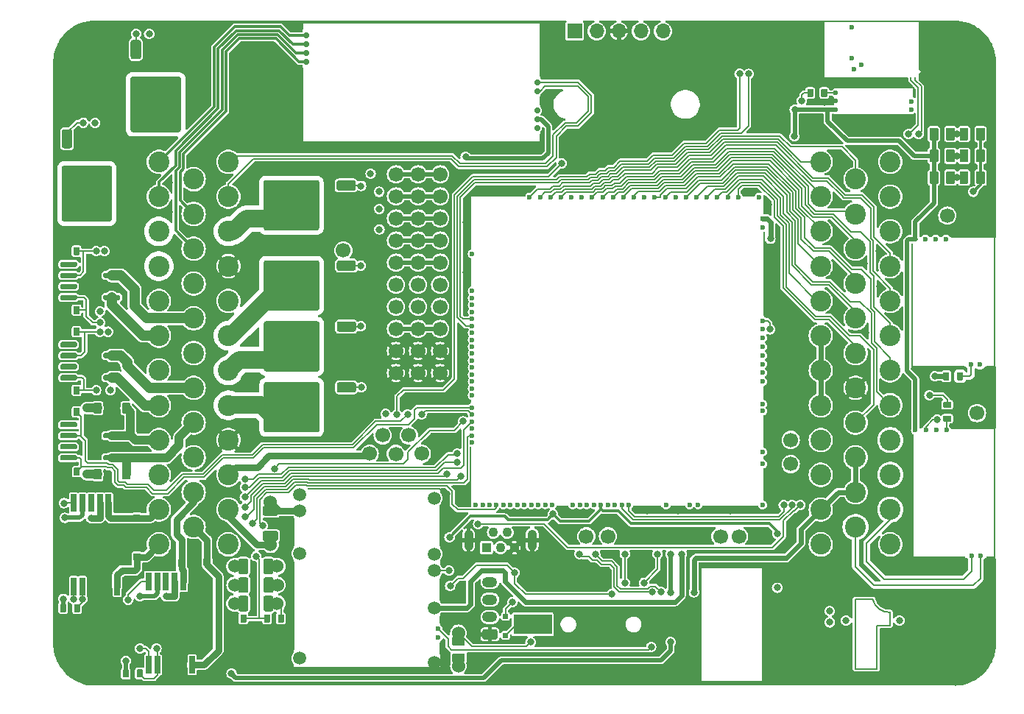
<source format=gbl>
G04 #@! TF.GenerationSoftware,KiCad,Pcbnew,8.0.8-8.0.8-0~ubuntu24.04.1*
G04 #@! TF.CreationDate,2025-02-12T14:11:19+00:00*
G04 #@! TF.ProjectId,MST01,4d535430-312e-46b6-9963-61645f706362,D*
G04 #@! TF.SameCoordinates,PX440a368PY8a86a58*
G04 #@! TF.FileFunction,Copper,L4,Bot*
G04 #@! TF.FilePolarity,Positive*
%FSLAX46Y46*%
G04 Gerber Fmt 4.6, Leading zero omitted, Abs format (unit mm)*
G04 Created by KiCad (PCBNEW 8.0.8-8.0.8-0~ubuntu24.04.1) date 2025-02-12 14:11:19*
%MOMM*%
%LPD*%
G01*
G04 APERTURE LIST*
G04 #@! TA.AperFunction,EtchedComponent*
%ADD10C,0.200000*%
G04 #@! TD*
G04 #@! TA.AperFunction,ComponentPad*
%ADD11C,1.700000*%
G04 #@! TD*
G04 #@! TA.AperFunction,ComponentPad*
%ADD12C,0.700000*%
G04 #@! TD*
G04 #@! TA.AperFunction,SMDPad,CuDef*
%ADD13R,0.250000X1.100000*%
G04 #@! TD*
G04 #@! TA.AperFunction,SMDPad,CuDef*
%ADD14R,0.250000X0.980000*%
G04 #@! TD*
G04 #@! TA.AperFunction,SMDPad,CuDef*
%ADD15R,0.250000X6.300000*%
G04 #@! TD*
G04 #@! TA.AperFunction,SMDPad,CuDef*
%ADD16R,27.600000X0.250000*%
G04 #@! TD*
G04 #@! TA.AperFunction,SMDPad,CuDef*
%ADD17R,0.250000X8.750000*%
G04 #@! TD*
G04 #@! TA.AperFunction,SMDPad,CuDef*
%ADD18R,0.250000X0.950000*%
G04 #@! TD*
G04 #@! TA.AperFunction,ComponentPad*
%ADD19C,0.600000*%
G04 #@! TD*
G04 #@! TA.AperFunction,SMDPad,CuDef*
%ADD20R,6.185000X0.250000*%
G04 #@! TD*
G04 #@! TA.AperFunction,SMDPad,CuDef*
%ADD21R,1.115000X0.250000*%
G04 #@! TD*
G04 #@! TA.AperFunction,SMDPad,CuDef*
%ADD22R,0.250000X14.275000*%
G04 #@! TD*
G04 #@! TA.AperFunction,SMDPad,CuDef*
%ADD23R,0.250000X15.100000*%
G04 #@! TD*
G04 #@! TA.AperFunction,SMDPad,CuDef*
%ADD24R,5.175000X0.250000*%
G04 #@! TD*
G04 #@! TA.AperFunction,ComponentPad*
%ADD25R,1.100000X1.100000*%
G04 #@! TD*
G04 #@! TA.AperFunction,ComponentPad*
%ADD26C,1.100000*%
G04 #@! TD*
G04 #@! TA.AperFunction,ComponentPad*
%ADD27O,1.100000X2.400000*%
G04 #@! TD*
G04 #@! TA.AperFunction,SMDPad,CuDef*
%ADD28O,0.200000X1.225000*%
G04 #@! TD*
G04 #@! TA.AperFunction,SMDPad,CuDef*
%ADD29O,9.300000X0.200000*%
G04 #@! TD*
G04 #@! TA.AperFunction,ComponentPad*
%ADD30C,1.500000*%
G04 #@! TD*
G04 #@! TA.AperFunction,SMDPad,CuDef*
%ADD31O,0.200000X3.300000*%
G04 #@! TD*
G04 #@! TA.AperFunction,SMDPad,CuDef*
%ADD32O,0.200000X10.200000*%
G04 #@! TD*
G04 #@! TA.AperFunction,SMDPad,CuDef*
%ADD33O,0.200000X0.300000*%
G04 #@! TD*
G04 #@! TA.AperFunction,SMDPad,CuDef*
%ADD34O,17.000000X0.200000*%
G04 #@! TD*
G04 #@! TA.AperFunction,SMDPad,CuDef*
%ADD35O,15.400000X0.200000*%
G04 #@! TD*
G04 #@! TA.AperFunction,SMDPad,CuDef*
%ADD36O,0.200000X4.800000*%
G04 #@! TD*
G04 #@! TA.AperFunction,SMDPad,CuDef*
%ADD37O,0.200000X2.600000*%
G04 #@! TD*
G04 #@! TA.AperFunction,SMDPad,CuDef*
%ADD38O,0.200000X1.000000*%
G04 #@! TD*
G04 #@! TA.AperFunction,SMDPad,CuDef*
%ADD39O,0.200000X1.500000*%
G04 #@! TD*
G04 #@! TA.AperFunction,ComponentPad*
%ADD40C,2.400000*%
G04 #@! TD*
G04 #@! TA.AperFunction,ComponentPad*
%ADD41C,4.000000*%
G04 #@! TD*
G04 #@! TA.AperFunction,SMDPad,CuDef*
%ADD42R,0.200000X3.700000*%
G04 #@! TD*
G04 #@! TA.AperFunction,SMDPad,CuDef*
%ADD43R,0.200000X0.400000*%
G04 #@! TD*
G04 #@! TA.AperFunction,SMDPad,CuDef*
%ADD44R,0.200000X1.600000*%
G04 #@! TD*
G04 #@! TA.AperFunction,SMDPad,CuDef*
%ADD45R,0.200000X9.700000*%
G04 #@! TD*
G04 #@! TA.AperFunction,SMDPad,CuDef*
%ADD46R,0.200000X2.300000*%
G04 #@! TD*
G04 #@! TA.AperFunction,SMDPad,CuDef*
%ADD47R,1.400000X0.200000*%
G04 #@! TD*
G04 #@! TA.AperFunction,SMDPad,CuDef*
%ADD48R,6.400000X0.200000*%
G04 #@! TD*
G04 #@! TA.AperFunction,SMDPad,CuDef*
%ADD49R,1.700000X0.200000*%
G04 #@! TD*
G04 #@! TA.AperFunction,SMDPad,CuDef*
%ADD50R,3.300000X0.200000*%
G04 #@! TD*
G04 #@! TA.AperFunction,SMDPad,CuDef*
%ADD51R,0.200000X7.000000*%
G04 #@! TD*
G04 #@! TA.AperFunction,SMDPad,CuDef*
%ADD52R,0.200000X3.300000*%
G04 #@! TD*
G04 #@! TA.AperFunction,SMDPad,CuDef*
%ADD53R,0.200000X6.300000*%
G04 #@! TD*
G04 #@! TA.AperFunction,ComponentPad*
%ADD54R,1.700000X1.700000*%
G04 #@! TD*
G04 #@! TA.AperFunction,ComponentPad*
%ADD55O,1.700000X1.700000*%
G04 #@! TD*
G04 #@! TA.AperFunction,ComponentPad*
%ADD56O,1.750000X1.200000*%
G04 #@! TD*
G04 #@! TA.AperFunction,SMDPad,CuDef*
%ADD57R,4.399991X2.299995*%
G04 #@! TD*
G04 #@! TA.AperFunction,SMDPad,CuDef*
%ADD58R,3.999992X2.299995*%
G04 #@! TD*
G04 #@! TA.AperFunction,ComponentPad*
%ADD59C,1.524000*%
G04 #@! TD*
G04 #@! TA.AperFunction,SMDPad,CuDef*
%ADD60R,0.650000X2.000000*%
G04 #@! TD*
G04 #@! TA.AperFunction,SMDPad,CuDef*
%ADD61R,8.100000X4.500000*%
G04 #@! TD*
G04 #@! TA.AperFunction,SMDPad,CuDef*
%ADD62O,0.200000X5.669999*%
G04 #@! TD*
G04 #@! TA.AperFunction,SMDPad,CuDef*
%ADD63O,11.100001X0.200000*%
G04 #@! TD*
G04 #@! TA.AperFunction,SMDPad,CuDef*
%ADD64O,9.800001X0.399999*%
G04 #@! TD*
G04 #@! TA.AperFunction,SMDPad,CuDef*
%ADD65O,0.499999X0.250000*%
G04 #@! TD*
G04 #@! TA.AperFunction,SMDPad,CuDef*
%ADD66O,0.200000X6.799999*%
G04 #@! TD*
G04 #@! TA.AperFunction,SMDPad,CuDef*
%ADD67O,0.250000X0.499999*%
G04 #@! TD*
G04 #@! TA.AperFunction,ComponentPad*
%ADD68C,0.599999*%
G04 #@! TD*
G04 #@! TA.AperFunction,ViaPad*
%ADD69C,0.800000*%
G04 #@! TD*
G04 #@! TA.AperFunction,Conductor*
%ADD70C,0.200000*%
G04 #@! TD*
G04 #@! TA.AperFunction,Conductor*
%ADD71C,0.800000*%
G04 #@! TD*
G04 #@! TA.AperFunction,Conductor*
%ADD72C,0.500000*%
G04 #@! TD*
G04 #@! TA.AperFunction,Conductor*
%ADD73C,0.300000*%
G04 #@! TD*
G04 #@! TA.AperFunction,Conductor*
%ADD74C,1.000000*%
G04 #@! TD*
G04 #@! TA.AperFunction,Conductor*
%ADD75C,0.600000*%
G04 #@! TD*
G04 #@! TA.AperFunction,Conductor*
%ADD76C,2.000000*%
G04 #@! TD*
G04 #@! TA.AperFunction,Conductor*
%ADD77C,1.200000*%
G04 #@! TD*
G04 APERTURE END LIST*
D10*
G04 #@! TO.C,G2*
X92449651Y10132713D02*
X92449651Y2132713D01*
X92449651Y2132713D02*
X94949651Y2132713D01*
X94449651Y10132713D02*
X92449651Y10132713D01*
X94949651Y7132713D02*
X96449651Y7132713D01*
X94949651Y2132713D02*
X94949651Y7132713D01*
X96449651Y8632713D02*
X96449651Y7132713D01*
X96449651Y8632713D02*
G75*
G02*
X94449651Y10132713I-78399J1978801D01*
G01*
G04 #@! TD*
D11*
G04 #@! TO.P,P9,1,Pin_1*
G04 #@! TO.N,/P9*
X33565000Y50255000D03*
G04 #@! TD*
G04 #@! TO.P,P8,1,Pin_1*
G04 #@! TO.N,Net-(M6-UART2_TX_(PD5))*
X76935000Y17375000D03*
G04 #@! TD*
D12*
G04 #@! TO.P,M5,E1,LSU_Un*
G04 #@! TO.N,/WBO_Un*
X29260000Y74975000D03*
G04 #@! TO.P,M5,E2,LSU_Vm*
G04 #@! TO.N,/WBO_Vm*
X29260000Y71975000D03*
G04 #@! TO.P,M5,E3,LSU_Ip*
G04 #@! TO.N,/WBO_Ip*
X29260000Y72975000D03*
G04 #@! TO.P,M5,E4,LSU_Rtrim*
G04 #@! TO.N,/WBO_Rtrim*
X29260000Y73975000D03*
D13*
G04 #@! TO.P,M5,G,GND*
G04 #@! TO.N,GND*
X56235000Y63125000D03*
D14*
X56235000Y67465000D03*
D15*
X56235000Y73425000D03*
D16*
X42560000Y62700000D03*
X42560000Y76450000D03*
D17*
X28885000Y66950000D03*
D18*
X28885000Y76100000D03*
D12*
G04 #@! TO.P,M5,W1,V5_IN*
G04 #@! TO.N,+5VA*
X55851200Y65325000D03*
G04 #@! TO.P,M5,W2,CAN_VIO*
G04 #@! TO.N,unconnected-(M5-CAN_VIO-PadW2)*
X55851200Y66325000D03*
G04 #@! TO.P,M5,W3,CANL*
G04 #@! TO.N,/CAN1-*
X55851200Y69621000D03*
G04 #@! TO.P,M5,W4,CANH*
G04 #@! TO.N,/CAN1+*
X55851200Y68605000D03*
G04 #@! TO.P,M5,W9,VDDA*
G04 #@! TO.N,unconnected-(M5-VDDA-PadW9)*
X55851200Y64325000D03*
G04 #@! TD*
D11*
G04 #@! TO.P,P5,1,Pin_1*
G04 #@! TO.N,/VR_DISCRETE*
X106455000Y31555000D03*
G04 #@! TD*
G04 #@! TO.P,P12,1,Pin_1*
G04 #@! TO.N,/DC2_DIR*
X39595000Y26865000D03*
G04 #@! TD*
G04 #@! TO.P,P4,1,Pin_1*
G04 #@! TO.N,Net-(M6-LED_GREEN)*
X61505000Y17385000D03*
G04 #@! TD*
D19*
G04 #@! TO.P,M3,E1,Thresh_IN*
G04 #@! TO.N,/VR_DISCRETE_THR*
X101755000Y29600000D03*
G04 #@! TO.P,M3,E2,OUT_A*
G04 #@! TO.N,/VR_DISCRETE_A*
X102955000Y29600000D03*
G04 #@! TO.P,M3,E3,OUT*
G04 #@! TO.N,/VR_DISCRETE*
X100555000Y29600000D03*
G04 #@! TO.P,M3,E4,V5_IN*
G04 #@! TO.N,+5VA*
X99355000Y29600000D03*
D20*
G04 #@! TO.P,M3,G,GND*
G04 #@! TO.N,GND*
X102022500Y14950000D03*
D21*
X108072500Y14950000D03*
D22*
X99055000Y21962500D03*
D23*
X108505000Y22375000D03*
D24*
X106042500Y29800000D03*
D19*
G04 #@! TO.P,M3,W1,VR-*
G04 #@! TO.N,/IMP_VR_DISCRETE-*
X105815000Y15175000D03*
G04 #@! TO.P,M3,W2,VR+*
G04 #@! TO.N,/IMP_VR_DISCRETE+*
X106815000Y15175000D03*
G04 #@! TD*
D25*
G04 #@! TO.P,J8,1,VBUS*
G04 #@! TO.N,/Vbus*
X50025000Y16070000D03*
D26*
G04 #@! TO.P,J8,2,D-*
G04 #@! TO.N,/D-*
X50825000Y17820000D03*
G04 #@! TO.P,J8,3,D+*
G04 #@! TO.N,/D+*
X51625000Y16070000D03*
G04 #@! TO.P,J8,4,ID*
G04 #@! TO.N,unconnected-(J8-ID-Pad4)*
X52425000Y17820000D03*
G04 #@! TO.P,J8,5,GND*
G04 #@! TO.N,GND*
X53225000Y16070000D03*
D27*
G04 #@! TO.P,J8,6,Shield*
X47975000Y16945000D03*
X55275000Y16945000D03*
G04 #@! TD*
D19*
G04 #@! TO.P,M2,E1,V5A*
G04 #@! TO.N,+5VA*
X90215000Y66485000D03*
D28*
G04 #@! TO.P,M2,E2,GND*
G04 #@! TO.N,GND*
X99115000Y68460000D03*
D29*
X94565000Y65885000D03*
X94565000Y68985000D03*
D19*
X90215000Y67435000D03*
G04 #@! TO.P,M2,E3,OUT_KNOCK*
G04 #@! TO.N,/IN_KNOCK*
X90215000Y68384998D03*
G04 #@! TO.P,M2,W1,IN_KNOCK*
G04 #@! TO.N,/IN_KNOCK_RAW*
X98915000Y67385000D03*
G04 #@! TO.P,M2,W2,VREF*
G04 #@! TO.N,/VREF1*
X98915000Y66485000D03*
G04 #@! TD*
D30*
G04 #@! TO.P,M1,E1,VBAT*
G04 #@! TO.N,/VBAT*
X44039995Y21739999D03*
G04 #@! TO.P,M1,E2,V12*
G04 #@! TO.N,unconnected-(M1-V12-PadE2)*
X44039995Y15340002D03*
G04 #@! TO.P,M1,E3,VIGN*
G04 #@! TO.N,/VIGN*
X44039995Y13439999D03*
G04 #@! TO.P,M1,E4,V5*
G04 #@! TO.N,+5V*
X44039995Y9139999D03*
D19*
G04 #@! TO.P,M1,E5,EN_5VP*
G04 #@! TO.N,/PWR_EN*
X44489994Y6740002D03*
G04 #@! TO.P,M1,E6,PG_5VP*
G04 #@! TO.N,Net-(M1-PG_5VP)*
X44489994Y5740001D03*
D31*
G04 #@! TO.P,M1,S1,GND*
G04 #@! TO.N,GND*
X27889999Y17889999D03*
D32*
X27889999Y9390001D03*
D33*
X27889999Y2289999D03*
D34*
X36289997Y2239999D03*
D35*
X37089998Y22839999D03*
D30*
X44039995Y2889999D03*
D33*
X44689996Y22789999D03*
D36*
X44689996Y18590001D03*
D37*
X44689996Y11239999D03*
D38*
X44689996Y7740002D03*
D39*
X44689996Y4440001D03*
D30*
G04 #@! TO.P,M1,V1,V12_PERM*
G04 #@! TO.N,+12V_RAW*
X28539998Y22190001D03*
G04 #@! TO.P,M1,V2,IN_VIGN*
G04 #@! TO.N,/IN_VIGN*
X28539998Y20340002D03*
G04 #@! TO.P,M1,V3,V12_RAW*
G04 #@! TO.N,+12V_RAW*
X28539998Y15389999D03*
G04 #@! TO.P,M1,V4,5VP*
G04 #@! TO.N,+5VP*
X28539998Y3340001D03*
G04 #@! TD*
D11*
G04 #@! TO.P,P6,1,Pin_1*
G04 #@! TO.N,/VR_MAX9924*
X103035000Y54265000D03*
G04 #@! TD*
D40*
G04 #@! TO.P,J2,1,Pin_1*
G04 #@! TO.N,/CAN2+*
X96475000Y60455000D03*
G04 #@! TO.P,J2,2,Pin_2*
G04 #@! TO.N,/CAN2-*
X96475000Y56455000D03*
G04 #@! TO.P,J2,3,Pin_3*
G04 #@! TO.N,/IN_KNOCK_RAW*
X96475000Y52455000D03*
G04 #@! TO.P,J2,4,Pin_4*
G04 #@! TO.N,/HALL2*
X96475000Y48455000D03*
G04 #@! TO.P,J2,5,Pin_5*
G04 #@! TO.N,/HALL1*
X96475000Y44455000D03*
G04 #@! TO.P,J2,6,Pin_6*
G04 #@! TO.N,/TPS2*
X96475000Y40455000D03*
G04 #@! TO.P,J2,7,Pin_7*
G04 #@! TO.N,/MAP*
X96475000Y36455000D03*
G04 #@! TO.P,J2,8,Pin_8*
G04 #@! TO.N,/FLEX*
X96475000Y32455000D03*
G04 #@! TO.P,J2,9,Pin_9*
G04 #@! TO.N,/IMP_VR_MAX9924-*
X96475000Y28455000D03*
G04 #@! TO.P,J2,10,Pin_10*
G04 #@! TO.N,/IMP_VR_MAX9924+*
X96475000Y24455000D03*
G04 #@! TO.P,J2,11,Pin_11*
G04 #@! TO.N,/IMP_VR_DISCRETE-*
X96475000Y20455000D03*
G04 #@! TO.P,J2,12,Pin_12*
G04 #@! TO.N,EGT+*
X96475000Y16455000D03*
G04 #@! TO.P,J2,13,Pin_13*
G04 #@! TO.N,/BUTTON3*
X92475000Y58455000D03*
G04 #@! TO.P,J2,14,Pin_14*
G04 #@! TO.N,/PPS2*
X92475000Y54455000D03*
G04 #@! TO.P,J2,15,Pin_15*
G04 #@! TO.N,/AUX2*
X92475000Y50455000D03*
G04 #@! TO.P,J2,16,Pin_16*
G04 #@! TO.N,/BUTTON1*
X92475000Y46455000D03*
G04 #@! TO.P,J2,17,Pin_17*
G04 #@! TO.N,/TPS1*
X92475000Y42455000D03*
G04 #@! TO.P,J2,18,Pin_18*
G04 #@! TO.N,/CLT*
X92475000Y38455000D03*
G04 #@! TO.P,J2,19,Pin_19*
G04 #@! TO.N,GND*
X92475000Y34455000D03*
G04 #@! TO.P,J2,20,Pin_20*
G04 #@! TO.N,/IAT*
X92475000Y30455000D03*
G04 #@! TO.P,J2,21,Pin_21*
G04 #@! TO.N,+5VP*
X92475000Y26455000D03*
G04 #@! TO.P,J2,22,Pin_22*
X92475000Y22455000D03*
G04 #@! TO.P,J2,23,Pin_23*
G04 #@! TO.N,/IMP_VR_DISCRETE+*
X92475000Y18455000D03*
G04 #@! TO.P,J2,24,Pin_24*
G04 #@! TO.N,/HALL3*
X88475000Y60455000D03*
G04 #@! TO.P,J2,25,Pin_25*
G04 #@! TO.N,/AUX3*
X88475000Y56455000D03*
G04 #@! TO.P,J2,26,Pin_26*
G04 #@! TO.N,/AUX1*
X88475000Y52455000D03*
G04 #@! TO.P,J2,27,Pin_27*
G04 #@! TO.N,/BUTTON2*
X88475000Y48455000D03*
G04 #@! TO.P,J2,28,Pin_28*
G04 #@! TO.N,/PPS1*
X88475000Y44455000D03*
G04 #@! TO.P,J2,29,Pin_29*
G04 #@! TO.N,GNDA*
X88475000Y40455000D03*
G04 #@! TO.P,J2,30,Pin_30*
X88475000Y36455000D03*
G04 #@! TO.P,J2,31,Pin_31*
X88475000Y32455000D03*
G04 #@! TO.P,J2,32,Pin_32*
G04 #@! TO.N,/P1*
X88475000Y28455000D03*
G04 #@! TO.P,J2,33,Pin_33*
G04 #@! TO.N,/P2*
X88475000Y24455000D03*
G04 #@! TO.P,J2,34,Pin_34*
G04 #@! TO.N,+5VP*
X88475000Y20455000D03*
G04 #@! TO.P,J2,35,Pin_35*
G04 #@! TO.N,EGT-*
X88475000Y16455000D03*
D12*
G04 #@! TO.P,J2,36,Pin_36*
G04 #@! TO.N,GND*
X85175000Y73205000D03*
X86275000Y72755000D03*
X84075000Y72755000D03*
X103275000Y71705000D03*
X86725000Y71655000D03*
D41*
X85175000Y71655000D03*
D12*
X83625000Y71655000D03*
X104375000Y71255000D03*
X102175000Y71255000D03*
X86275000Y70555000D03*
X84075000Y70555000D03*
X104825000Y70155000D03*
D41*
X103275000Y70155000D03*
D12*
X101725000Y70155000D03*
X85175000Y70105000D03*
X104375000Y69055000D03*
X102175000Y69055000D03*
X103275000Y68605000D03*
X103275000Y8305000D03*
X104375000Y7855000D03*
X102175000Y7855000D03*
X85175000Y6805000D03*
X104825000Y6755000D03*
D41*
X103275000Y6755000D03*
D12*
X101725000Y6755000D03*
X86275000Y6355000D03*
X84075000Y6355000D03*
X104375000Y5655000D03*
X102175000Y5655000D03*
X86725000Y5255000D03*
D41*
X85175000Y5255000D03*
D12*
X83625000Y5255000D03*
X103275000Y5205000D03*
X86275000Y4155000D03*
X84075000Y4155000D03*
X85175000Y3705000D03*
G04 #@! TD*
D11*
G04 #@! TO.P,P10,1,Pin_1*
G04 #@! TO.N,/P10*
X36595000Y26875000D03*
G04 #@! TD*
G04 #@! TO.P,P1,1,Pin_1*
G04 #@! TO.N,/P1*
X85025000Y28465000D03*
G04 #@! TD*
G04 #@! TO.P,G3,1*
G04 #@! TO.N,GND*
X39625000Y36155000D03*
G04 #@! TO.P,G3,2*
X39625000Y38695000D03*
G04 #@! TO.P,G3,3*
G04 #@! TO.N,+3.3VA*
X39625000Y41235000D03*
G04 #@! TO.P,G3,4*
G04 #@! TO.N,+5VA*
X39625000Y43775000D03*
G04 #@! TO.P,G3,5*
G04 #@! TO.N,+12V_RAW*
X39625000Y46315000D03*
G04 #@! TO.P,G3,6*
G04 #@! TO.N,GND*
X42165000Y36155000D03*
G04 #@! TO.P,G3,7*
X42165000Y38695000D03*
G04 #@! TO.P,G3,8*
G04 #@! TO.N,+3.3VA*
X42165000Y41235000D03*
G04 #@! TO.P,G3,9*
G04 #@! TO.N,+5VA*
X42165000Y43775000D03*
G04 #@! TO.P,G3,10*
G04 #@! TO.N,+12V_RAW*
X42165000Y46315000D03*
G04 #@! TO.P,G3,11*
G04 #@! TO.N,GND*
X44705000Y36155000D03*
G04 #@! TO.P,G3,12*
X44705000Y38695000D03*
G04 #@! TO.P,G3,13*
G04 #@! TO.N,+3.3VA*
X44705000Y41235000D03*
G04 #@! TO.P,G3,14*
G04 #@! TO.N,+5VA*
X44705000Y43775000D03*
G04 #@! TO.P,G3,15*
G04 #@! TO.N,+12V_RAW*
X44705000Y46315000D03*
G04 #@! TD*
G04 #@! TO.P,P3,1,Pin_1*
G04 #@! TO.N,Net-(M6-LED_YELLOW)*
X64005000Y17385000D03*
G04 #@! TD*
G04 #@! TO.P,P11,1,Pin_1*
G04 #@! TO.N,/DC2_PWM*
X41095000Y28995000D03*
G04 #@! TD*
G04 #@! TO.P,P17,1,Pin_1*
G04 #@! TO.N,/DC1_PWM*
X38095000Y28986800D03*
G04 #@! TD*
G04 #@! TO.P,P7,1,Pin_1*
G04 #@! TO.N,Net-(M6-UART2_RX_(PD6))*
X79085000Y17375000D03*
G04 #@! TD*
D19*
G04 #@! TO.P,M6,E1,V5A_SWITCHABLE*
G04 #@! TO.N,+5VA*
X48385000Y49884990D03*
G04 #@! TO.P,M6,E2,GNDA*
G04 #@! TO.N,unconnected-(M6-GNDA-PadE2)*
X48384990Y45584990D03*
G04 #@! TO.P,M6,E3,I2C_SCL_(PB10)*
G04 #@! TO.N,unconnected-(M6-I2C_SCL_(PB10)-PadE3)*
X48384990Y44785000D03*
G04 #@! TO.P,M6,E4,I2C_SDA_(PB11)*
G04 #@! TO.N,unconnected-(M6-I2C_SDA_(PB11)-PadE4)*
X48384990Y43984990D03*
G04 #@! TO.P,M6,E5,IN_VIGN_(PA5)*
G04 #@! TO.N,/VIGN*
X48384990Y43184990D03*
G04 #@! TO.P,M6,E6,SPI2_CS_/_CAN2_RX_(PB12)*
G04 #@! TO.N,Net-(M6-SPI2_CS_{slash}_CAN2_RX_(PB12))*
X48384990Y42384990D03*
G04 #@! TO.P,M6,E7,SPI2_SCK_/_CAN2_TX_(PB13)*
G04 #@! TO.N,Net-(M6-SPI2_SCK_{slash}_CAN2_TX_(PB13))*
X48384990Y41584990D03*
G04 #@! TO.P,M6,E8,SPI2_MISO_(PB14)*
G04 #@! TO.N,/DC1_DIS*
X48384990Y40784990D03*
G04 #@! TO.P,M6,E9,SPI2_MOSI_(PB15)*
G04 #@! TO.N,/DC2_DIR*
X48384990Y39984990D03*
G04 #@! TO.P,M6,E10,OUT_INJ8_(PD12)*
G04 #@! TO.N,/LS2*
X48384990Y39184990D03*
G04 #@! TO.P,M6,E11,OUT_INJ7_(PD15)*
G04 #@! TO.N,/LS1*
X48384990Y38384990D03*
G04 #@! TO.P,M6,E12,OUT_INJ6_(PA8)*
G04 #@! TO.N,/INJ6*
X48384990Y37584990D03*
G04 #@! TO.P,M6,E13,OUT_INJ5_(PD2)*
G04 #@! TO.N,/INJ5*
X48384990Y36784990D03*
G04 #@! TO.P,M6,E14,OUT_INJ4_(PD10)*
G04 #@! TO.N,/INJ4*
X48384990Y35984990D03*
G04 #@! TO.P,M6,E15,OUT_INJ3_(PD11)*
G04 #@! TO.N,/INJ3*
X48384990Y35184990D03*
G04 #@! TO.P,M6,E16,OUT_INJ2_(PA9)*
G04 #@! TO.N,/INJ2*
X48385000Y34385000D03*
G04 #@! TO.P,M6,E17,OUT_INJ1_(PD3)*
G04 #@! TO.N,/INJ1*
X48384990Y33584990D03*
G04 #@! TO.P,M6,E18,OUT_PWM1_(PD13)*
G04 #@! TO.N,/LS3*
X48384990Y32184990D03*
G04 #@! TO.P,M6,E19,OUT_PWM2_(PC6)*
G04 #@! TO.N,/LS4*
X48384990Y31385000D03*
G04 #@! TO.P,M6,E20,OUT_PWM3_(PC7)*
G04 #@! TO.N,/DC1_PWM*
X48384990Y30585000D03*
G04 #@! TO.P,M6,E21,OUT_PWM4_(PC8)*
G04 #@! TO.N,/DC1_DIR*
X48384990Y29785000D03*
G04 #@! TO.P,M6,E22,OUT_PWM5_(PC9)*
G04 #@! TO.N,/DC2_PWM*
X48384990Y28985000D03*
G04 #@! TO.P,M6,E23,OUT_PWM6_(PD14)*
G04 #@! TO.N,/VR_DISCRETE_THR*
X48384990Y28184990D03*
D42*
G04 #@! TO.P,M6,G,GND*
G04 #@! TO.N,GND*
X81985000Y23335000D03*
D43*
X81985000Y26384990D03*
D42*
X81985000Y29435000D03*
D44*
X81985000Y33884990D03*
D45*
X81985000Y47534990D03*
D46*
X81985000Y55534990D03*
D47*
X80184990Y56585000D03*
D48*
X78085000Y20785000D03*
D49*
X72035000Y20785000D03*
D50*
X68535000Y20785000D03*
D47*
X58785000Y20785000D03*
D48*
X51285000Y56585000D03*
D51*
X48184990Y24184980D03*
D43*
X48184990Y32885000D03*
D52*
X48184990Y47735000D03*
D53*
X48184990Y53535000D03*
D19*
G04 #@! TO.P,M6,N1,VBUS*
G04 #@! TO.N,/Vbus*
X48784990Y20984990D03*
G04 #@! TO.P,M6,N2,USBM_(PA11)*
G04 #@! TO.N,/D-*
X49584990Y20984990D03*
G04 #@! TO.P,M6,N3,USBP_(PA12)*
G04 #@! TO.N,/D+*
X50384990Y20984990D03*
G04 #@! TO.P,M6,N4,USBID_(PA10)*
G04 #@! TO.N,/DC2_DIS*
X51185000Y20984990D03*
G04 #@! TO.P,M6,N5,SWDIO_(PA13)*
G04 #@! TO.N,unconnected-(M6-SWDIO_(PA13)-PadN5)*
X51984990Y20984990D03*
G04 #@! TO.P,M6,N6,SWCLK_(PA14)*
G04 #@! TO.N,unconnected-(M6-SWCLK_(PA14)-PadN6)*
X52784990Y20984990D03*
G04 #@! TO.P,M6,N7,nReset*
G04 #@! TO.N,unconnected-(M6-nReset-PadN7)*
X53584990Y20984990D03*
G04 #@! TO.P,M6,N8,SWO_(PB3)*
G04 #@! TO.N,unconnected-(M6-SWO_(PB3)-PadN8)*
X54385000Y20984990D03*
G04 #@! TO.P,M6,N9,SPI3_CS_(PA15)*
G04 #@! TO.N,/EGT/SPI_CS*
X55184990Y20985000D03*
G04 #@! TO.P,M6,N10,SPI3_SCK_(PC10)*
G04 #@! TO.N,/EGT/SPI_SCK*
X55984990Y20985000D03*
G04 #@! TO.P,M6,N11,SPI3_MISO_(PC11)*
G04 #@! TO.N,/EGT/SPI_SO*
X56784990Y20985000D03*
G04 #@! TO.P,M6,N12,SPI3_MOSI_(PC12)*
G04 #@! TO.N,/PG_5VP*
X57584990Y20985000D03*
G04 #@! TO.P,M6,N13,UART2_TX_(PD5)*
G04 #@! TO.N,Net-(M6-UART2_TX_(PD5))*
X59985000Y20985000D03*
G04 #@! TO.P,M6,N14,UART2_RX_(PD6)*
G04 #@! TO.N,Net-(M6-UART2_RX_(PD6))*
X60785000Y20985000D03*
G04 #@! TO.P,M6,N14a,LED_GREEN*
G04 #@! TO.N,Net-(M6-LED_GREEN)*
X61584990Y20984990D03*
G04 #@! TO.P,M6,N14b,LED_YELLOW*
G04 #@! TO.N,Net-(M6-LED_YELLOW)*
X62385000Y20984990D03*
G04 #@! TO.P,M6,N15,V33_SWITCHABLE*
G04 #@! TO.N,+3.3VA*
X63185000Y20984990D03*
G04 #@! TO.P,M6,N16,BOOT0*
G04 #@! TO.N,unconnected-(M6-BOOT0-PadN16)*
X63985000Y20984990D03*
G04 #@! TO.P,M6,N17,VBAT*
G04 #@! TO.N,/VBAT*
X64785000Y20984990D03*
G04 #@! TO.P,M6,N18,UART8_RX_(PE0)*
G04 #@! TO.N,/VR_DISCRETE*
X65585000Y20985000D03*
G04 #@! TO.P,M6,N19,UART8_TX_(PE1)*
G04 #@! TO.N,/VR_MAX9924*
X66385000Y20985000D03*
G04 #@! TO.P,M6,N20,OUT_PWR_EN_(PE10)*
G04 #@! TO.N,/PWR_EN*
X70685000Y20985000D03*
G04 #@! TO.P,M6,N21,V33*
G04 #@! TO.N,+3.3V*
X73385000Y20985000D03*
G04 #@! TO.P,M6,N22,VCC*
G04 #@! TO.N,+5V*
X74384990Y20985000D03*
G04 #@! TO.P,M6,N23,V33*
G04 #@! TO.N,unconnected-(M6-V33-PadN23)*
X81785000Y20985000D03*
G04 #@! TO.P,M6,S1,IN_D4_(PE15)*
G04 #@! TO.N,/BUTTON3*
X54984980Y56385000D03*
G04 #@! TO.P,M6,S2,IN_D3_(PE14)*
G04 #@! TO.N,/HALL3*
X56184990Y56385000D03*
G04 #@! TO.P,M6,S3,IN_D2_(PE13)*
G04 #@! TO.N,/HALL2*
X57384990Y56385000D03*
G04 #@! TO.P,M6,S4,IN_D1_(PE12)*
G04 #@! TO.N,/HALL1*
X58584990Y56385000D03*
G04 #@! TO.P,M6,S5,VREF2*
G04 #@! TO.N,unconnected-(M6-VREF2-PadS5)*
X59784990Y56385000D03*
G04 #@! TO.P,M6,S6,IN_AUX4_(PC5)*
G04 #@! TO.N,/VMAIN*
X60984990Y56385000D03*
G04 #@! TO.P,M6,S7,IN_AUX3_(PA7)*
G04 #@! TO.N,/AUX3*
X62184990Y56385000D03*
G04 #@! TO.P,M6,S8,IN_AUX2_(PC4/PE9)*
G04 #@! TO.N,/PPS2*
X63384990Y56385000D03*
G04 #@! TO.P,M6,S9,IN_AUX1_(PB0)*
G04 #@! TO.N,/TPS2*
X64584990Y56385000D03*
G04 #@! TO.P,M6,S10,IN_O2S2_(PA1)*
G04 #@! TO.N,/AUX2*
X65784990Y56385000D03*
G04 #@! TO.P,M6,S11,IN_O2S_/_CAN_WAKEUP_(PA0)*
G04 #@! TO.N,/AUX1*
X66984990Y56385000D03*
G04 #@! TO.P,M6,S12,IN_MAP2_(PC1)*
G04 #@! TO.N,/INTERNAL_MAP*
X68184990Y56385000D03*
G04 #@! TO.P,M6,S13,IN_MAP1_(PC0)*
G04 #@! TO.N,/MAP*
X69384990Y56385000D03*
G04 #@! TO.P,M6,S14,IN_CRANK_(PB1)*
G04 #@! TO.N,/BUTTON1*
X70584990Y56385000D03*
G04 #@! TO.P,M6,S15,IN_KNOCK_(PA2)*
G04 #@! TO.N,/ADC3*
X71784990Y56385000D03*
G04 #@! TO.P,M6,S16,IN_CAM_(PA6)*
G04 #@! TO.N,/BUTTON2*
X72984990Y56385000D03*
G04 #@! TO.P,M6,S17,IN_VSS_(PE11)*
G04 #@! TO.N,/FLEX*
X74184990Y56385000D03*
G04 #@! TO.P,M6,S18,IN_TPS_(PA4)*
G04 #@! TO.N,/TPS1*
X75385000Y56385000D03*
G04 #@! TO.P,M6,S19,IN_PPS_(PA3)*
G04 #@! TO.N,/PPS1*
X76585000Y56385000D03*
G04 #@! TO.P,M6,S20,IN_IAT_(PC3)*
G04 #@! TO.N,/IAT*
X77785000Y56385000D03*
G04 #@! TO.P,M6,S21,IN_CLT_(PC2)*
G04 #@! TO.N,/CLT*
X78985000Y56385000D03*
G04 #@! TO.P,M6,S22,VREF1*
G04 #@! TO.N,/VREF1*
X81385000Y56385000D03*
G04 #@! TO.P,M6,W1,GNDA*
G04 #@! TO.N,GNDA*
X81785000Y53884990D03*
G04 #@! TO.P,M6,W2,V5A_SWITCHABLE*
G04 #@! TO.N,+5VA*
X81785000Y52884990D03*
G04 #@! TO.P,M6,W3,IGN8_(PE6)*
G04 #@! TO.N,/LS_HOT2*
X81785000Y42185000D03*
G04 #@! TO.P,M6,W4,IGN7_(PB9)*
G04 #@! TO.N,/LS_HOT1*
X81785000Y41184990D03*
G04 #@! TO.P,M6,W5,IGN6_(PB8)*
G04 #@! TO.N,/IGN6*
X81785000Y40185000D03*
G04 #@! TO.P,M6,W6,IGN5_(PE2)*
G04 #@! TO.N,/IGN5*
X81785000Y39185000D03*
G04 #@! TO.P,M6,W7,IGN4_(PE3)*
G04 #@! TO.N,/IGN4*
X81785000Y38185000D03*
G04 #@! TO.P,M6,W8,IGN3_(PE4)*
G04 #@! TO.N,/IGN3*
X81785000Y37185000D03*
G04 #@! TO.P,M6,W9,IGN2_(PE5)*
G04 #@! TO.N,/IGN2*
X81785000Y36185000D03*
G04 #@! TO.P,M6,W10,IGN1_(PC13)*
G04 #@! TO.N,/IGN1*
X81785000Y35185000D03*
G04 #@! TO.P,M6,W11,CANH*
G04 #@! TO.N,/CAN1+*
X81785000Y32585000D03*
G04 #@! TO.P,M6,W12,CANL*
G04 #@! TO.N,/CAN1-*
X81785000Y31785000D03*
G04 #@! TO.P,M6,W13,V33_REF*
G04 #@! TO.N,unconnected-(M6-V33_REF-PadW13)*
X81785000Y27084990D03*
G04 #@! TO.P,M6,W14,V5A_SWITCHABLE*
G04 #@! TO.N,unconnected-(M6-V5A_SWITCHABLE-PadW14)*
X81785000Y25685000D03*
G04 #@! TD*
D11*
G04 #@! TO.P,P15,1,Pin_1*
G04 #@! TO.N,/DC1_DIR*
X42595000Y26875000D03*
G04 #@! TD*
D54*
G04 #@! TO.P,J6,1,Pin_1*
G04 #@! TO.N,/V33_OUT*
X60175000Y75475000D03*
D55*
G04 #@! TO.P,J6,2,Pin_2*
G04 #@! TO.N,/SWCLK*
X62715000Y75475000D03*
G04 #@! TO.P,J6,3,Pin_3*
G04 #@! TO.N,GND*
X65255000Y75475000D03*
G04 #@! TO.P,J6,4,Pin_4*
G04 #@! TO.N,/SWDIO*
X67795000Y75475000D03*
G04 #@! TO.P,J6,5,Pin_5*
G04 #@! TO.N,/nReset*
X70335000Y75475000D03*
G04 #@! TD*
D19*
G04 #@! TO.P,M4,E1,NC*
G04 #@! TO.N,unconnected-(M4-NC-PadE1)*
X101710000Y51565000D03*
G04 #@! TO.P,M4,E2,NC*
G04 #@! TO.N,unconnected-(M4-NC-PadE2)*
X102910000Y51565000D03*
G04 #@! TO.P,M4,E3,OUT*
G04 #@! TO.N,/VR_MAX9924*
X100510000Y51565000D03*
G04 #@! TO.P,M4,E4,V5_IN*
G04 #@! TO.N,+5VA*
X99310000Y51565000D03*
D20*
G04 #@! TO.P,M4,G,GND*
G04 #@! TO.N,GND*
X101977500Y36915000D03*
D21*
X108027500Y36915000D03*
D22*
X99010000Y43927500D03*
D23*
X108460000Y44340000D03*
D24*
X105997500Y51765000D03*
D19*
G04 #@! TO.P,M4,W1,VR-*
G04 #@! TO.N,/IMP_VR_MAX9924-*
X105770000Y37140000D03*
G04 #@! TO.P,M4,W2,VR+*
G04 #@! TO.N,/IMP_VR_MAX9924+*
X106770000Y37140000D03*
G04 #@! TD*
D40*
G04 #@! TO.P,J1,1,Pin_1*
G04 #@! TO.N,/OUT_DC1+*
X12355000Y16455000D03*
G04 #@! TO.P,J1,2,Pin_2*
G04 #@! TO.N,/OUT_DC1-*
X12355000Y20455000D03*
G04 #@! TO.P,J1,3,Pin_3*
G04 #@! TO.N,/OUT_LS2*
X12355000Y24455000D03*
G04 #@! TO.P,J1,4,Pin_4*
G04 #@! TO.N,/OUT_LS4*
X12355000Y28455000D03*
G04 #@! TO.P,J1,5,Pin_5*
G04 #@! TO.N,/OUT_INJ1*
X12355000Y32455000D03*
G04 #@! TO.P,J1,6,Pin_6*
G04 #@! TO.N,/OUT_INJ4*
X12355000Y36455000D03*
G04 #@! TO.P,J1,7,Pin_7*
G04 #@! TO.N,/OUT_INJ5*
X12355000Y40455000D03*
G04 #@! TO.P,J1,8,Pin_8*
G04 #@! TO.N,/OUT_LS_HOT2*
X12355000Y44455000D03*
G04 #@! TO.P,J1,9,Pin_9*
G04 #@! TO.N,/OUT_IGN2*
X12355000Y48455000D03*
G04 #@! TO.P,J1,10,Pin_10*
G04 #@! TO.N,/OUT_IGN1*
X12355000Y52455000D03*
G04 #@! TO.P,J1,11,Pin_11*
G04 #@! TO.N,/WBO_Rtrim*
X12355000Y56455000D03*
G04 #@! TO.P,J1,12,Pin_12*
G04 #@! TO.N,/WBO_Un*
X12355000Y60455000D03*
G04 #@! TO.P,J1,13,Pin_13*
G04 #@! TO.N,/OUT_DC2+*
X16355000Y18455000D03*
G04 #@! TO.P,J1,14,Pin_14*
G04 #@! TO.N,/OUT_DC2-*
X16355000Y22455000D03*
G04 #@! TO.P,J1,15,Pin_15*
G04 #@! TO.N,/OUT_LS1*
X16355000Y26455000D03*
G04 #@! TO.P,J1,16,Pin_16*
G04 #@! TO.N,/OUT_LS3*
X16355000Y30455000D03*
G04 #@! TO.P,J1,17,Pin_17*
G04 #@! TO.N,/OUT_INJ2*
X16355000Y34455000D03*
G04 #@! TO.P,J1,18,Pin_18*
G04 #@! TO.N,/OUT_INJ3*
X16355000Y38455000D03*
G04 #@! TO.P,J1,19,Pin_19*
G04 #@! TO.N,/OUT_INJ6*
X16355000Y42455000D03*
G04 #@! TO.P,J1,20,Pin_20*
G04 #@! TO.N,/OUT_LS_HOT1*
X16355000Y46455000D03*
G04 #@! TO.P,J1,21,Pin_21*
G04 #@! TO.N,/WBO_Ip*
X16355000Y50455000D03*
G04 #@! TO.P,J1,22,Pin_22*
G04 #@! TO.N,/WBO_Vm*
X16355000Y54455000D03*
G04 #@! TO.P,J1,23,Pin_23*
G04 #@! TO.N,/WBO_Heater*
X16355000Y58455000D03*
G04 #@! TO.P,J1,24,Pin_24*
G04 #@! TO.N,+12V*
X20355000Y16455000D03*
G04 #@! TO.P,J1,25,Pin_25*
G04 #@! TO.N,/12V_KEY*
X20355000Y20455000D03*
G04 #@! TO.P,J1,26,Pin_26*
G04 #@! TO.N,/P10*
X20355000Y24455000D03*
G04 #@! TO.P,J1,27,Pin_27*
G04 #@! TO.N,GND*
X20355000Y28455000D03*
G04 #@! TO.P,J1,28,Pin_28*
G04 #@! TO.N,/OUT_IGN6*
X20355000Y32455000D03*
G04 #@! TO.P,J1,29,Pin_29*
G04 #@! TO.N,/OUT_IGN5*
X20355000Y36455000D03*
G04 #@! TO.P,J1,30,Pin_30*
G04 #@! TO.N,/OUT_IGN4*
X20355000Y40455000D03*
G04 #@! TO.P,J1,31,Pin_31*
G04 #@! TO.N,/P9*
X20355000Y44455000D03*
G04 #@! TO.P,J1,32,Pin_32*
G04 #@! TO.N,GND*
X20355000Y48455000D03*
G04 #@! TO.P,J1,33,Pin_33*
G04 #@! TO.N,/OUT_IGN3*
X20355000Y52455000D03*
G04 #@! TO.P,J1,34,Pin_34*
G04 #@! TO.N,/CAN1-*
X20355000Y56455000D03*
G04 #@! TO.P,J1,35,Pin_35*
G04 #@! TO.N,/CAN1+*
X20355000Y60455000D03*
D12*
G04 #@! TO.P,J1,36,Pin_36*
G04 #@! TO.N,GND*
X23655000Y3705000D03*
X22555000Y4155000D03*
X24755000Y4155000D03*
X5555000Y5205000D03*
X22105000Y5255000D03*
D41*
X23655000Y5255000D03*
D12*
X25205000Y5255000D03*
X4455000Y5655000D03*
X6655000Y5655000D03*
X22555000Y6355000D03*
X24755000Y6355000D03*
X4005000Y6755000D03*
D41*
X5555000Y6755000D03*
D12*
X7105000Y6755000D03*
X23655000Y6805000D03*
X4455000Y7855000D03*
X6655000Y7855000D03*
X5555000Y8305000D03*
X5555000Y68605000D03*
X4455000Y69055000D03*
X6655000Y69055000D03*
X23655000Y70105000D03*
X4005000Y70155000D03*
D41*
X5555000Y70155000D03*
D12*
X7105000Y70155000D03*
X22555000Y70555000D03*
X24755000Y70555000D03*
X4455000Y71255000D03*
X6655000Y71255000D03*
X22105000Y71655000D03*
D41*
X23655000Y71655000D03*
D12*
X25205000Y71655000D03*
X5555000Y71705000D03*
X22555000Y72755000D03*
X24755000Y72755000D03*
X23655000Y73205000D03*
G04 #@! TD*
G04 #@! TO.P,J3,1,Pin_1*
G04 #@! TO.N,GND*
G04 #@! TA.AperFunction,ComponentPad*
G36*
G01*
X51050000Y5495000D02*
X49800000Y5495000D01*
G75*
G02*
X49550000Y5745000I0J250000D01*
G01*
X49550000Y6445000D01*
G75*
G02*
X49800000Y6695000I250000J0D01*
G01*
X51050000Y6695000D01*
G75*
G02*
X51300000Y6445000I0J-250000D01*
G01*
X51300000Y5745000D01*
G75*
G02*
X51050000Y5495000I-250000J0D01*
G01*
G37*
G04 #@! TD.AperFunction*
D56*
G04 #@! TO.P,J3,2,Pin_2*
G04 #@! TO.N,/D+*
X50425000Y8095000D03*
G04 #@! TO.P,J3,3,Pin_3*
G04 #@! TO.N,/D-*
X50425000Y10095000D03*
G04 #@! TO.P,J3,4,Pin_4*
G04 #@! TO.N,/Vbus*
X50425000Y12095000D03*
G04 #@! TD*
D11*
G04 #@! TO.P,P2,1,Pin_1*
G04 #@! TO.N,/P2*
X85025000Y25685000D03*
G04 #@! TD*
G04 #@! TO.P,G4,1*
G04 #@! TO.N,Net-(G4-Pad1)*
X39625000Y48855000D03*
G04 #@! TO.P,G4,2*
G04 #@! TO.N,Net-(G4-Pad12)*
X39625000Y51395000D03*
G04 #@! TO.P,G4,3*
G04 #@! TO.N,Net-(G4-Pad13)*
X39625000Y53935000D03*
G04 #@! TO.P,G4,4*
G04 #@! TO.N,Net-(G4-Pad14)*
X39625000Y56475000D03*
G04 #@! TO.P,G4,5*
G04 #@! TO.N,Net-(G4-Pad10)*
X39625000Y59015000D03*
G04 #@! TO.P,G4,6*
G04 #@! TO.N,Net-(G4-Pad1)*
X42165000Y48855000D03*
G04 #@! TO.P,G4,7*
G04 #@! TO.N,Net-(G4-Pad12)*
X42165000Y51395000D03*
G04 #@! TO.P,G4,8*
G04 #@! TO.N,Net-(G4-Pad13)*
X42165000Y53935000D03*
G04 #@! TO.P,G4,9*
G04 #@! TO.N,Net-(G4-Pad14)*
X42165000Y56475000D03*
G04 #@! TO.P,G4,10*
G04 #@! TO.N,Net-(G4-Pad10)*
X42165000Y59015000D03*
G04 #@! TO.P,G4,11*
G04 #@! TO.N,Net-(G4-Pad1)*
X44705000Y48855000D03*
G04 #@! TO.P,G4,12*
G04 #@! TO.N,Net-(G4-Pad12)*
X44705000Y51395000D03*
G04 #@! TO.P,G4,13*
G04 #@! TO.N,Net-(G4-Pad13)*
X44705000Y53935000D03*
G04 #@! TO.P,G4,14*
G04 #@! TO.N,Net-(G4-Pad14)*
X44705000Y56475000D03*
G04 #@! TO.P,G4,15*
G04 #@! TO.N,Net-(G4-Pad10)*
X44705000Y59015000D03*
G04 #@! TD*
G04 #@! TO.P,R40,1*
G04 #@! TO.N,/BUTTON3*
G04 #@! TA.AperFunction,SMDPad,CuDef*
G36*
G01*
X103895022Y64270000D02*
X103895022Y63020000D01*
G75*
G02*
X103795022Y62920000I-100000J0D01*
G01*
X102995022Y62920000D01*
G75*
G02*
X102895022Y63020000I0J100000D01*
G01*
X102895022Y64270000D01*
G75*
G02*
X102995022Y64370000I100000J0D01*
G01*
X103795022Y64370000D01*
G75*
G02*
X103895022Y64270000I0J-100000D01*
G01*
G37*
G04 #@! TD.AperFunction*
G04 #@! TO.P,R40,2*
G04 #@! TO.N,+5VA*
G04 #@! TA.AperFunction,SMDPad,CuDef*
G36*
G01*
X101995000Y64270000D02*
X101995000Y63020000D01*
G75*
G02*
X101895000Y62920000I-100000J0D01*
G01*
X101095000Y62920000D01*
G75*
G02*
X100995000Y63020000I0J100000D01*
G01*
X100995000Y64270000D01*
G75*
G02*
X101095000Y64370000I100000J0D01*
G01*
X101895000Y64370000D01*
G75*
G02*
X101995000Y64270000I0J-100000D01*
G01*
G37*
G04 #@! TD.AperFunction*
G04 #@! TD*
G04 #@! TO.P,R39,1*
G04 #@! TO.N,/BUTTON2*
G04 #@! TA.AperFunction,SMDPad,CuDef*
G36*
G01*
X103895022Y61770000D02*
X103895022Y60520000D01*
G75*
G02*
X103795022Y60420000I-100000J0D01*
G01*
X102995022Y60420000D01*
G75*
G02*
X102895022Y60520000I0J100000D01*
G01*
X102895022Y61770000D01*
G75*
G02*
X102995022Y61870000I100000J0D01*
G01*
X103795022Y61870000D01*
G75*
G02*
X103895022Y61770000I0J-100000D01*
G01*
G37*
G04 #@! TD.AperFunction*
G04 #@! TO.P,R39,2*
G04 #@! TO.N,+5VA*
G04 #@! TA.AperFunction,SMDPad,CuDef*
G36*
G01*
X101995000Y61770000D02*
X101995000Y60520000D01*
G75*
G02*
X101895000Y60420000I-100000J0D01*
G01*
X101095000Y60420000D01*
G75*
G02*
X100995000Y60520000I0J100000D01*
G01*
X100995000Y61770000D01*
G75*
G02*
X101095000Y61870000I100000J0D01*
G01*
X101895000Y61870000D01*
G75*
G02*
X101995000Y61770000I0J-100000D01*
G01*
G37*
G04 #@! TD.AperFunction*
G04 #@! TD*
G04 #@! TO.P,D4,1,K*
G04 #@! TO.N,+12V_RAW*
G04 #@! TA.AperFunction,SMDPad,CuDef*
G36*
G01*
X4860000Y24005000D02*
X4860000Y25025000D01*
G75*
G02*
X4950000Y25115000I90000J0D01*
G01*
X5670000Y25115000D01*
G75*
G02*
X5760000Y25025000I0J-90000D01*
G01*
X5760000Y24005000D01*
G75*
G02*
X5670000Y23915000I-90000J0D01*
G01*
X4950000Y23915000D01*
G75*
G02*
X4860000Y24005000I0J90000D01*
G01*
G37*
G04 #@! TD.AperFunction*
G04 #@! TO.P,D4,2,A*
G04 #@! TO.N,/OUT_LS3*
G04 #@! TA.AperFunction,SMDPad,CuDef*
G36*
G01*
X8160000Y24005000D02*
X8160000Y25025000D01*
G75*
G02*
X8250000Y25115000I90000J0D01*
G01*
X8970000Y25115000D01*
G75*
G02*
X9060000Y25025000I0J-90000D01*
G01*
X9060000Y24005000D01*
G75*
G02*
X8970000Y23915000I-90000J0D01*
G01*
X8250000Y23915000D01*
G75*
G02*
X8160000Y24005000I0J90000D01*
G01*
G37*
G04 #@! TD.AperFunction*
G04 #@! TD*
D57*
G04 #@! TO.P,BT1,1,+*
G04 #@! TO.N,Net-(BT1-+)*
X55355048Y7245000D03*
D58*
G04 #@! TO.P,BT1,2,-*
G04 #@! TO.N,GND*
X71355067Y7245000D03*
G04 #@! TD*
D59*
G04 #@! TO.P,F3,1,1*
G04 #@! TO.N,+12V*
X25955000Y9645000D03*
G04 #@! TA.AperFunction,SMDPad,CuDef*
G36*
G01*
X25300010Y8745000D02*
X24610010Y8745000D01*
G75*
G02*
X24380010Y8975000I0J230000D01*
G01*
X24380010Y10315000D01*
G75*
G02*
X24610010Y10545000I230000J0D01*
G01*
X25300010Y10545000D01*
G75*
G02*
X25530010Y10315000I0J-230000D01*
G01*
X25530010Y8975000D01*
G75*
G02*
X25300010Y8745000I-230000J0D01*
G01*
G37*
G04 #@! TD.AperFunction*
G04 #@! TO.P,F3,2,2*
G04 #@! TO.N,/2 DC Driver/PWR2*
G04 #@! TA.AperFunction,SMDPad,CuDef*
G36*
G01*
X22399990Y8745000D02*
X21709990Y8745000D01*
G75*
G02*
X21479990Y8975000I0J230000D01*
G01*
X21479990Y10315000D01*
G75*
G02*
X21709990Y10545000I230000J0D01*
G01*
X22399990Y10545000D01*
G75*
G02*
X22629990Y10315000I0J-230000D01*
G01*
X22629990Y8975000D01*
G75*
G02*
X22399990Y8745000I-230000J0D01*
G01*
G37*
G04 #@! TD.AperFunction*
X21055000Y9645000D03*
G04 #@! TD*
G04 #@! TO.P,C25,1*
G04 #@! TO.N,GND*
G04 #@! TA.AperFunction,SMDPad,CuDef*
G36*
G01*
X12949999Y13939994D02*
X12949999Y14619994D01*
G75*
G02*
X13034999Y14704994I85000J0D01*
G01*
X13714999Y14704994D01*
G75*
G02*
X13799999Y14619994I0J-85000D01*
G01*
X13799999Y13939994D01*
G75*
G02*
X13714999Y13854994I-85000J0D01*
G01*
X13034999Y13854994D01*
G75*
G02*
X12949999Y13939994I0J85000D01*
G01*
G37*
G04 #@! TD.AperFunction*
G04 #@! TO.P,C25,2*
G04 #@! TO.N,/OUT_DC2-*
G04 #@! TA.AperFunction,SMDPad,CuDef*
G36*
G01*
X14530001Y13939994D02*
X14530001Y14619994D01*
G75*
G02*
X14615001Y14704994I85000J0D01*
G01*
X15295001Y14704994D01*
G75*
G02*
X15380001Y14619994I0J-85000D01*
G01*
X15380001Y13939994D01*
G75*
G02*
X15295001Y13854994I-85000J0D01*
G01*
X14615001Y13854994D01*
G75*
G02*
X14530001Y13939994I0J85000D01*
G01*
G37*
G04 #@! TD.AperFunction*
G04 #@! TD*
G04 #@! TO.P,Q8,1,G*
G04 #@! TO.N,Net-(Q8-G)*
G04 #@! TA.AperFunction,SMDPad,CuDef*
G36*
G01*
X1437500Y64205000D02*
X2137500Y64205000D01*
G75*
G02*
X2387500Y63955000I0J-250000D01*
G01*
X2387500Y62255000D01*
G75*
G02*
X2137500Y62005000I-250000J0D01*
G01*
X1437500Y62005000D01*
G75*
G02*
X1187500Y62255000I0J250000D01*
G01*
X1187500Y63955000D01*
G75*
G02*
X1437500Y64205000I250000J0D01*
G01*
G37*
G04 #@! TD.AperFunction*
G04 #@! TO.P,Q8,2,C*
G04 #@! TO.N,/OUT_IGN2*
G04 #@! TA.AperFunction,SMDPad,CuDef*
G36*
G01*
X4467500Y60005000D02*
X6717500Y60005000D01*
G75*
G02*
X6967500Y59755000I0J-250000D01*
G01*
X6967500Y57205000D01*
G75*
G02*
X6717500Y56955000I-250000J0D01*
G01*
X4467500Y56955000D01*
G75*
G02*
X4217500Y57205000I0J250000D01*
G01*
X4217500Y59755000D01*
G75*
G02*
X4467500Y60005000I250000J0D01*
G01*
G37*
G04 #@! TD.AperFunction*
G04 #@! TA.AperFunction,SMDPad,CuDef*
G36*
G01*
X1417500Y60005000D02*
X3667500Y60005000D01*
G75*
G02*
X3917500Y59755000I0J-250000D01*
G01*
X3917500Y57205000D01*
G75*
G02*
X3667500Y56955000I-250000J0D01*
G01*
X1417500Y56955000D01*
G75*
G02*
X1167500Y57205000I0J250000D01*
G01*
X1167500Y59755000D01*
G75*
G02*
X1417500Y60005000I250000J0D01*
G01*
G37*
G04 #@! TD.AperFunction*
G04 #@! TA.AperFunction,SMDPad,CuDef*
G36*
G01*
X1417497Y60005000D02*
X6717503Y60005000D01*
G75*
G02*
X6967500Y59755003I0J-249997D01*
G01*
X6967500Y53854997D01*
G75*
G02*
X6717503Y53605000I-249997J0D01*
G01*
X1417497Y53605000D01*
G75*
G02*
X1167500Y53854997I0J249997D01*
G01*
X1167500Y59755003D01*
G75*
G02*
X1417497Y60005000I249997J0D01*
G01*
G37*
G04 #@! TD.AperFunction*
G04 #@! TA.AperFunction,SMDPad,CuDef*
G36*
G01*
X4467500Y56655000D02*
X6717500Y56655000D01*
G75*
G02*
X6967500Y56405000I0J-250000D01*
G01*
X6967500Y53855000D01*
G75*
G02*
X6717500Y53605000I-250000J0D01*
G01*
X4467500Y53605000D01*
G75*
G02*
X4217500Y53855000I0J250000D01*
G01*
X4217500Y56405000D01*
G75*
G02*
X4467500Y56655000I250000J0D01*
G01*
G37*
G04 #@! TD.AperFunction*
G04 #@! TA.AperFunction,SMDPad,CuDef*
G36*
G01*
X1417500Y56655000D02*
X3667500Y56655000D01*
G75*
G02*
X3917500Y56405000I0J-250000D01*
G01*
X3917500Y53855000D01*
G75*
G02*
X3667500Y53605000I-250000J0D01*
G01*
X1417500Y53605000D01*
G75*
G02*
X1167500Y53855000I0J250000D01*
G01*
X1167500Y56405000D01*
G75*
G02*
X1417500Y56655000I250000J0D01*
G01*
G37*
G04 #@! TD.AperFunction*
G04 #@! TO.P,Q8,3,E*
G04 #@! TO.N,GND*
G04 #@! TA.AperFunction,SMDPad,CuDef*
G36*
G01*
X5997500Y64205000D02*
X6697500Y64205000D01*
G75*
G02*
X6947500Y63955000I0J-250000D01*
G01*
X6947500Y62255000D01*
G75*
G02*
X6697500Y62005000I-250000J0D01*
G01*
X5997500Y62005000D01*
G75*
G02*
X5747500Y62255000I0J250000D01*
G01*
X5747500Y63955000D01*
G75*
G02*
X5997500Y64205000I250000J0D01*
G01*
G37*
G04 #@! TD.AperFunction*
G04 #@! TD*
G04 #@! TO.P,Q12,1,G*
G04 #@! TO.N,Net-(Q12-G)*
G04 #@! TA.AperFunction,SMDPad,CuDef*
G36*
G01*
X35020000Y34855000D02*
X35020000Y34155000D01*
G75*
G02*
X34770000Y33905000I-250000J0D01*
G01*
X33070000Y33905000D01*
G75*
G02*
X32820000Y34155000I0J250000D01*
G01*
X32820000Y34855000D01*
G75*
G02*
X33070000Y35105000I250000J0D01*
G01*
X34770000Y35105000D01*
G75*
G02*
X35020000Y34855000I0J-250000D01*
G01*
G37*
G04 #@! TD.AperFunction*
G04 #@! TO.P,Q12,2,C*
G04 #@! TO.N,/OUT_IGN6*
G04 #@! TA.AperFunction,SMDPad,CuDef*
G36*
G01*
X30820000Y31825000D02*
X30820000Y29575000D01*
G75*
G02*
X30570000Y29325000I-250000J0D01*
G01*
X28020000Y29325000D01*
G75*
G02*
X27770000Y29575000I0J250000D01*
G01*
X27770000Y31825000D01*
G75*
G02*
X28020000Y32075000I250000J0D01*
G01*
X30570000Y32075000D01*
G75*
G02*
X30820000Y31825000I0J-250000D01*
G01*
G37*
G04 #@! TD.AperFunction*
G04 #@! TA.AperFunction,SMDPad,CuDef*
G36*
G01*
X30820000Y34875000D02*
X30820000Y32625000D01*
G75*
G02*
X30570000Y32375000I-250000J0D01*
G01*
X28020000Y32375000D01*
G75*
G02*
X27770000Y32625000I0J250000D01*
G01*
X27770000Y34875000D01*
G75*
G02*
X28020000Y35125000I250000J0D01*
G01*
X30570000Y35125000D01*
G75*
G02*
X30820000Y34875000I0J-250000D01*
G01*
G37*
G04 #@! TD.AperFunction*
G04 #@! TA.AperFunction,SMDPad,CuDef*
G36*
G01*
X30820000Y34875003D02*
X30820000Y29574997D01*
G75*
G02*
X30570003Y29325000I-249997J0D01*
G01*
X24669997Y29325000D01*
G75*
G02*
X24420000Y29574997I0J249997D01*
G01*
X24420000Y34875003D01*
G75*
G02*
X24669997Y35125000I249997J0D01*
G01*
X30570003Y35125000D01*
G75*
G02*
X30820000Y34875003I0J-249997D01*
G01*
G37*
G04 #@! TD.AperFunction*
G04 #@! TA.AperFunction,SMDPad,CuDef*
G36*
G01*
X27470000Y31825000D02*
X27470000Y29575000D01*
G75*
G02*
X27220000Y29325000I-250000J0D01*
G01*
X24670000Y29325000D01*
G75*
G02*
X24420000Y29575000I0J250000D01*
G01*
X24420000Y31825000D01*
G75*
G02*
X24670000Y32075000I250000J0D01*
G01*
X27220000Y32075000D01*
G75*
G02*
X27470000Y31825000I0J-250000D01*
G01*
G37*
G04 #@! TD.AperFunction*
G04 #@! TA.AperFunction,SMDPad,CuDef*
G36*
G01*
X27470000Y34875000D02*
X27470000Y32625000D01*
G75*
G02*
X27220000Y32375000I-250000J0D01*
G01*
X24670000Y32375000D01*
G75*
G02*
X24420000Y32625000I0J250000D01*
G01*
X24420000Y34875000D01*
G75*
G02*
X24670000Y35125000I250000J0D01*
G01*
X27220000Y35125000D01*
G75*
G02*
X27470000Y34875000I0J-250000D01*
G01*
G37*
G04 #@! TD.AperFunction*
G04 #@! TO.P,Q12,3,E*
G04 #@! TO.N,GND*
G04 #@! TA.AperFunction,SMDPad,CuDef*
G36*
G01*
X35020000Y30295000D02*
X35020000Y29595000D01*
G75*
G02*
X34770000Y29345000I-250000J0D01*
G01*
X33070000Y29345000D01*
G75*
G02*
X32820000Y29595000I0J250000D01*
G01*
X32820000Y30295000D01*
G75*
G02*
X33070000Y30545000I250000J0D01*
G01*
X34770000Y30545000D01*
G75*
G02*
X35020000Y30295000I0J-250000D01*
G01*
G37*
G04 #@! TD.AperFunction*
G04 #@! TD*
G04 #@! TO.P,R34,1*
G04 #@! TO.N,GND*
G04 #@! TA.AperFunction,SMDPad,CuDef*
G36*
G01*
X935000Y49785000D02*
X935000Y50565000D01*
G75*
G02*
X1005000Y50635000I70000J0D01*
G01*
X1565000Y50635000D01*
G75*
G02*
X1635000Y50565000I0J-70000D01*
G01*
X1635000Y49785000D01*
G75*
G02*
X1565000Y49715000I-70000J0D01*
G01*
X1005000Y49715000D01*
G75*
G02*
X935000Y49785000I0J70000D01*
G01*
G37*
G04 #@! TD.AperFunction*
G04 #@! TO.P,R34,2*
G04 #@! TO.N,/INJ6*
G04 #@! TA.AperFunction,SMDPad,CuDef*
G36*
G01*
X2535000Y49785000D02*
X2535000Y50565000D01*
G75*
G02*
X2605000Y50635000I70000J0D01*
G01*
X3165000Y50635000D01*
G75*
G02*
X3235000Y50565000I0J-70000D01*
G01*
X3235000Y49785000D01*
G75*
G02*
X3165000Y49715000I-70000J0D01*
G01*
X2605000Y49715000D01*
G75*
G02*
X2535000Y49785000I0J70000D01*
G01*
G37*
G04 #@! TD.AperFunction*
G04 #@! TD*
G04 #@! TO.P,R1,1*
G04 #@! TO.N,+5VP*
G04 #@! TA.AperFunction,SMDPad,CuDef*
G36*
G01*
X102545000Y35405000D02*
X102545000Y36185000D01*
G75*
G02*
X102615000Y36255000I70000J0D01*
G01*
X103175000Y36255000D01*
G75*
G02*
X103245000Y36185000I0J-70000D01*
G01*
X103245000Y35405000D01*
G75*
G02*
X103175000Y35335000I-70000J0D01*
G01*
X102615000Y35335000D01*
G75*
G02*
X102545000Y35405000I0J70000D01*
G01*
G37*
G04 #@! TD.AperFunction*
G04 #@! TO.P,R1,2*
G04 #@! TO.N,/IMP_VR_MAX9924-*
G04 #@! TA.AperFunction,SMDPad,CuDef*
G36*
G01*
X104145000Y35405000D02*
X104145000Y36185000D01*
G75*
G02*
X104215000Y36255000I70000J0D01*
G01*
X104775000Y36255000D01*
G75*
G02*
X104845000Y36185000I0J-70000D01*
G01*
X104845000Y35405000D01*
G75*
G02*
X104775000Y35335000I-70000J0D01*
G01*
X104215000Y35335000D01*
G75*
G02*
X104145000Y35405000I0J70000D01*
G01*
G37*
G04 #@! TD.AperFunction*
G04 #@! TD*
G04 #@! TO.P,F4,1,1*
G04 #@! TO.N,+12V*
X25965000Y11775000D03*
G04 #@! TA.AperFunction,SMDPad,CuDef*
G36*
G01*
X25310010Y10875000D02*
X24620010Y10875000D01*
G75*
G02*
X24390010Y11105000I0J230000D01*
G01*
X24390010Y12445000D01*
G75*
G02*
X24620010Y12675000I230000J0D01*
G01*
X25310010Y12675000D01*
G75*
G02*
X25540010Y12445000I0J-230000D01*
G01*
X25540010Y11105000D01*
G75*
G02*
X25310010Y10875000I-230000J0D01*
G01*
G37*
G04 #@! TD.AperFunction*
G04 #@! TO.P,F4,2,2*
G04 #@! TO.N,/2 DC Driver/PWR1*
G04 #@! TA.AperFunction,SMDPad,CuDef*
G36*
G01*
X22409990Y10875000D02*
X21719990Y10875000D01*
G75*
G02*
X21489990Y11105000I0J230000D01*
G01*
X21489990Y12445000D01*
G75*
G02*
X21719990Y12675000I230000J0D01*
G01*
X22409990Y12675000D01*
G75*
G02*
X22639990Y12445000I0J-230000D01*
G01*
X22639990Y11105000D01*
G75*
G02*
X22409990Y10875000I-230000J0D01*
G01*
G37*
G04 #@! TD.AperFunction*
X21065000Y11775000D03*
G04 #@! TD*
G04 #@! TO.P,Q10,1,G*
G04 #@! TO.N,Net-(Q10-G)*
G04 #@! TA.AperFunction,SMDPad,CuDef*
G36*
G01*
X35010000Y48865000D02*
X35010000Y48165000D01*
G75*
G02*
X34760000Y47915000I-250000J0D01*
G01*
X33060000Y47915000D01*
G75*
G02*
X32810000Y48165000I0J250000D01*
G01*
X32810000Y48865000D01*
G75*
G02*
X33060000Y49115000I250000J0D01*
G01*
X34760000Y49115000D01*
G75*
G02*
X35010000Y48865000I0J-250000D01*
G01*
G37*
G04 #@! TD.AperFunction*
G04 #@! TO.P,Q10,2,C*
G04 #@! TO.N,/OUT_IGN4*
G04 #@! TA.AperFunction,SMDPad,CuDef*
G36*
G01*
X30810000Y45835000D02*
X30810000Y43585000D01*
G75*
G02*
X30560000Y43335000I-250000J0D01*
G01*
X28010000Y43335000D01*
G75*
G02*
X27760000Y43585000I0J250000D01*
G01*
X27760000Y45835000D01*
G75*
G02*
X28010000Y46085000I250000J0D01*
G01*
X30560000Y46085000D01*
G75*
G02*
X30810000Y45835000I0J-250000D01*
G01*
G37*
G04 #@! TD.AperFunction*
G04 #@! TA.AperFunction,SMDPad,CuDef*
G36*
G01*
X30810000Y48885000D02*
X30810000Y46635000D01*
G75*
G02*
X30560000Y46385000I-250000J0D01*
G01*
X28010000Y46385000D01*
G75*
G02*
X27760000Y46635000I0J250000D01*
G01*
X27760000Y48885000D01*
G75*
G02*
X28010000Y49135000I250000J0D01*
G01*
X30560000Y49135000D01*
G75*
G02*
X30810000Y48885000I0J-250000D01*
G01*
G37*
G04 #@! TD.AperFunction*
G04 #@! TA.AperFunction,SMDPad,CuDef*
G36*
G01*
X30810000Y48885003D02*
X30810000Y43584997D01*
G75*
G02*
X30560003Y43335000I-249997J0D01*
G01*
X24659997Y43335000D01*
G75*
G02*
X24410000Y43584997I0J249997D01*
G01*
X24410000Y48885003D01*
G75*
G02*
X24659997Y49135000I249997J0D01*
G01*
X30560003Y49135000D01*
G75*
G02*
X30810000Y48885003I0J-249997D01*
G01*
G37*
G04 #@! TD.AperFunction*
G04 #@! TA.AperFunction,SMDPad,CuDef*
G36*
G01*
X27460000Y45835000D02*
X27460000Y43585000D01*
G75*
G02*
X27210000Y43335000I-250000J0D01*
G01*
X24660000Y43335000D01*
G75*
G02*
X24410000Y43585000I0J250000D01*
G01*
X24410000Y45835000D01*
G75*
G02*
X24660000Y46085000I250000J0D01*
G01*
X27210000Y46085000D01*
G75*
G02*
X27460000Y45835000I0J-250000D01*
G01*
G37*
G04 #@! TD.AperFunction*
G04 #@! TA.AperFunction,SMDPad,CuDef*
G36*
G01*
X27460000Y48885000D02*
X27460000Y46635000D01*
G75*
G02*
X27210000Y46385000I-250000J0D01*
G01*
X24660000Y46385000D01*
G75*
G02*
X24410000Y46635000I0J250000D01*
G01*
X24410000Y48885000D01*
G75*
G02*
X24660000Y49135000I250000J0D01*
G01*
X27210000Y49135000D01*
G75*
G02*
X27460000Y48885000I0J-250000D01*
G01*
G37*
G04 #@! TD.AperFunction*
G04 #@! TO.P,Q10,3,E*
G04 #@! TO.N,GND*
G04 #@! TA.AperFunction,SMDPad,CuDef*
G36*
G01*
X35010000Y44305000D02*
X35010000Y43605000D01*
G75*
G02*
X34760000Y43355000I-250000J0D01*
G01*
X33060000Y43355000D01*
G75*
G02*
X32810000Y43605000I0J250000D01*
G01*
X32810000Y44305000D01*
G75*
G02*
X33060000Y44555000I250000J0D01*
G01*
X34760000Y44555000D01*
G75*
G02*
X35010000Y44305000I0J-250000D01*
G01*
G37*
G04 #@! TD.AperFunction*
G04 #@! TD*
G04 #@! TO.P,R4,1,1*
G04 #@! TO.N,Net-(M1-PG_5VP)*
X46805000Y2450000D03*
G04 #@! TA.AperFunction,SMDPad,CuDef*
G36*
G01*
X47430000Y2904999D02*
X46180000Y2904999D01*
G75*
G02*
X46080000Y3004999I0J100000D01*
G01*
X46080000Y3804999D01*
G75*
G02*
X46180000Y3904999I100000J0D01*
G01*
X47430000Y3904999D01*
G75*
G02*
X47530000Y3804999I0J-100000D01*
G01*
X47530000Y3004999D01*
G75*
G02*
X47430000Y2904999I-100000J0D01*
G01*
G37*
G04 #@! TD.AperFunction*
G04 #@! TO.P,R4,2,2*
G04 #@! TO.N,/PG_5VP*
G04 #@! TA.AperFunction,SMDPad,CuDef*
G36*
G01*
X47430000Y4805021D02*
X46180000Y4805021D01*
G75*
G02*
X46080000Y4905021I0J100000D01*
G01*
X46080000Y5705021D01*
G75*
G02*
X46180000Y5805021I100000J0D01*
G01*
X47430000Y5805021D01*
G75*
G02*
X47530000Y5705021I0J-100000D01*
G01*
X47530000Y4905021D01*
G75*
G02*
X47430000Y4805021I-100000J0D01*
G01*
G37*
G04 #@! TD.AperFunction*
X46805000Y6260000D03*
G04 #@! TD*
G04 #@! TO.P,U11,1,IN1*
G04 #@! TO.N,/INJ5*
G04 #@! TA.AperFunction,SMDPad,CuDef*
G36*
G01*
X1005000Y44700000D02*
X1005000Y45000000D01*
G75*
G02*
X1155000Y45150000I150000J0D01*
G01*
X2805000Y45150000D01*
G75*
G02*
X2955000Y45000000I0J-150000D01*
G01*
X2955000Y44700000D01*
G75*
G02*
X2805000Y44550000I-150000J0D01*
G01*
X1155000Y44550000D01*
G75*
G02*
X1005000Y44700000I0J150000D01*
G01*
G37*
G04 #@! TD.AperFunction*
G04 #@! TO.P,U11,2,STATUS1*
G04 #@! TO.N,unconnected-(U11-STATUS1-Pad2)*
G04 #@! TA.AperFunction,SMDPad,CuDef*
G36*
G01*
X1005000Y45970000D02*
X1005000Y46270000D01*
G75*
G02*
X1155000Y46420000I150000J0D01*
G01*
X2805000Y46420000D01*
G75*
G02*
X2955000Y46270000I0J-150000D01*
G01*
X2955000Y45970000D01*
G75*
G02*
X2805000Y45820000I-150000J0D01*
G01*
X1155000Y45820000D01*
G75*
G02*
X1005000Y45970000I0J150000D01*
G01*
G37*
G04 #@! TD.AperFunction*
G04 #@! TO.P,U11,3,IN2*
G04 #@! TO.N,/INJ6*
G04 #@! TA.AperFunction,SMDPad,CuDef*
G36*
G01*
X1005000Y47240000D02*
X1005000Y47540000D01*
G75*
G02*
X1155000Y47690000I150000J0D01*
G01*
X2805000Y47690000D01*
G75*
G02*
X2955000Y47540000I0J-150000D01*
G01*
X2955000Y47240000D01*
G75*
G02*
X2805000Y47090000I-150000J0D01*
G01*
X1155000Y47090000D01*
G75*
G02*
X1005000Y47240000I0J150000D01*
G01*
G37*
G04 #@! TD.AperFunction*
G04 #@! TO.P,U11,4,STATUS2*
G04 #@! TO.N,unconnected-(U11-STATUS2-Pad4)*
G04 #@! TA.AperFunction,SMDPad,CuDef*
G36*
G01*
X1005000Y48510000D02*
X1005000Y48810000D01*
G75*
G02*
X1155000Y48960000I150000J0D01*
G01*
X2805000Y48960000D01*
G75*
G02*
X2955000Y48810000I0J-150000D01*
G01*
X2955000Y48510000D01*
G75*
G02*
X2805000Y48360000I-150000J0D01*
G01*
X1155000Y48360000D01*
G75*
G02*
X1005000Y48510000I0J150000D01*
G01*
G37*
G04 #@! TD.AperFunction*
G04 #@! TO.P,U11,5,S2*
G04 #@! TO.N,GND*
G04 #@! TA.AperFunction,SMDPad,CuDef*
G36*
G01*
X5955000Y48510000D02*
X5955000Y48810000D01*
G75*
G02*
X6105000Y48960000I150000J0D01*
G01*
X7755000Y48960000D01*
G75*
G02*
X7905000Y48810000I0J-150000D01*
G01*
X7905000Y48510000D01*
G75*
G02*
X7755000Y48360000I-150000J0D01*
G01*
X6105000Y48360000D01*
G75*
G02*
X5955000Y48510000I0J150000D01*
G01*
G37*
G04 #@! TD.AperFunction*
G04 #@! TO.P,U11,6,D2*
G04 #@! TO.N,/OUT_INJ6*
G04 #@! TA.AperFunction,SMDPad,CuDef*
G36*
G01*
X5955000Y47240000D02*
X5955000Y47540000D01*
G75*
G02*
X6105000Y47690000I150000J0D01*
G01*
X7755000Y47690000D01*
G75*
G02*
X7905000Y47540000I0J-150000D01*
G01*
X7905000Y47240000D01*
G75*
G02*
X7755000Y47090000I-150000J0D01*
G01*
X6105000Y47090000D01*
G75*
G02*
X5955000Y47240000I0J150000D01*
G01*
G37*
G04 #@! TD.AperFunction*
G04 #@! TO.P,U11,7,S1*
G04 #@! TO.N,GND*
G04 #@! TA.AperFunction,SMDPad,CuDef*
G36*
G01*
X5955000Y45970000D02*
X5955000Y46270000D01*
G75*
G02*
X6105000Y46420000I150000J0D01*
G01*
X7755000Y46420000D01*
G75*
G02*
X7905000Y46270000I0J-150000D01*
G01*
X7905000Y45970000D01*
G75*
G02*
X7755000Y45820000I-150000J0D01*
G01*
X6105000Y45820000D01*
G75*
G02*
X5955000Y45970000I0J150000D01*
G01*
G37*
G04 #@! TD.AperFunction*
G04 #@! TO.P,U11,8,D1*
G04 #@! TO.N,/OUT_INJ5*
G04 #@! TA.AperFunction,SMDPad,CuDef*
G36*
G01*
X5955000Y44700000D02*
X5955000Y45000000D01*
G75*
G02*
X6105000Y45150000I150000J0D01*
G01*
X7755000Y45150000D01*
G75*
G02*
X7905000Y45000000I0J-150000D01*
G01*
X7905000Y44700000D01*
G75*
G02*
X7755000Y44550000I-150000J0D01*
G01*
X6105000Y44550000D01*
G75*
G02*
X5955000Y44700000I0J150000D01*
G01*
G37*
G04 #@! TD.AperFunction*
G04 #@! TD*
G04 #@! TO.P,R37,1*
G04 #@! TO.N,GNDA*
G04 #@! TA.AperFunction,SMDPad,CuDef*
G36*
G01*
X107345022Y64270000D02*
X107345022Y63020000D01*
G75*
G02*
X107245022Y62920000I-100000J0D01*
G01*
X106445022Y62920000D01*
G75*
G02*
X106345022Y63020000I0J100000D01*
G01*
X106345022Y64270000D01*
G75*
G02*
X106445022Y64370000I100000J0D01*
G01*
X107245022Y64370000D01*
G75*
G02*
X107345022Y64270000I0J-100000D01*
G01*
G37*
G04 #@! TD.AperFunction*
G04 #@! TO.P,R37,2*
G04 #@! TO.N,/BUTTON3*
G04 #@! TA.AperFunction,SMDPad,CuDef*
G36*
G01*
X105445000Y64270000D02*
X105445000Y63020000D01*
G75*
G02*
X105345000Y62920000I-100000J0D01*
G01*
X104545000Y62920000D01*
G75*
G02*
X104445000Y63020000I0J100000D01*
G01*
X104445000Y64270000D01*
G75*
G02*
X104545000Y64370000I100000J0D01*
G01*
X105345000Y64370000D01*
G75*
G02*
X105445000Y64270000I0J-100000D01*
G01*
G37*
G04 #@! TD.AperFunction*
G04 #@! TD*
G04 #@! TO.P,R9,1*
G04 #@! TO.N,/DC1_DIS*
G04 #@! TA.AperFunction,SMDPad,CuDef*
G36*
G01*
X3295000Y9505000D02*
X3295000Y8725000D01*
G75*
G02*
X3225000Y8655000I-70000J0D01*
G01*
X2665000Y8655000D01*
G75*
G02*
X2595000Y8725000I0J70000D01*
G01*
X2595000Y9505000D01*
G75*
G02*
X2665000Y9575000I70000J0D01*
G01*
X3225000Y9575000D01*
G75*
G02*
X3295000Y9505000I0J-70000D01*
G01*
G37*
G04 #@! TD.AperFunction*
G04 #@! TO.P,R9,2*
G04 #@! TO.N,+3.3V*
G04 #@! TA.AperFunction,SMDPad,CuDef*
G36*
G01*
X1695000Y9505000D02*
X1695000Y8725000D01*
G75*
G02*
X1625000Y8655000I-70000J0D01*
G01*
X1065000Y8655000D01*
G75*
G02*
X995000Y8725000I0J70000D01*
G01*
X995000Y9505000D01*
G75*
G02*
X1065000Y9575000I70000J0D01*
G01*
X1625000Y9575000D01*
G75*
G02*
X1695000Y9505000I0J-70000D01*
G01*
G37*
G04 #@! TD.AperFunction*
G04 #@! TD*
G04 #@! TO.P,C13,1*
G04 #@! TO.N,GND*
G04 #@! TA.AperFunction,SMDPad,CuDef*
G36*
G01*
X9505000Y17000001D02*
X10185000Y17000001D01*
G75*
G02*
X10270000Y16915001I0J-85000D01*
G01*
X10270000Y16235001D01*
G75*
G02*
X10185000Y16150001I-85000J0D01*
G01*
X9505000Y16150001D01*
G75*
G02*
X9420000Y16235001I0J85000D01*
G01*
X9420000Y16915001D01*
G75*
G02*
X9505000Y17000001I85000J0D01*
G01*
G37*
G04 #@! TD.AperFunction*
G04 #@! TO.P,C13,2*
G04 #@! TO.N,/OUT_DC1+*
G04 #@! TA.AperFunction,SMDPad,CuDef*
G36*
G01*
X9505000Y15419999D02*
X10185000Y15419999D01*
G75*
G02*
X10270000Y15334999I0J-85000D01*
G01*
X10270000Y14654999D01*
G75*
G02*
X10185000Y14569999I-85000J0D01*
G01*
X9505000Y14569999D01*
G75*
G02*
X9420000Y14654999I0J85000D01*
G01*
X9420000Y15334999D01*
G75*
G02*
X9505000Y15419999I85000J0D01*
G01*
G37*
G04 #@! TD.AperFunction*
G04 #@! TD*
G04 #@! TO.P,D1,1,K*
G04 #@! TO.N,/VBAT*
G04 #@! TA.AperFunction,SMDPad,CuDef*
G36*
G01*
X51915000Y7925000D02*
X51915000Y8405000D01*
G75*
G02*
X51975000Y8465000I60000J0D01*
G01*
X52455000Y8465000D01*
G75*
G02*
X52515000Y8405000I0J-60000D01*
G01*
X52515000Y7925000D01*
G75*
G02*
X52455000Y7865000I-60000J0D01*
G01*
X51975000Y7865000D01*
G75*
G02*
X51915000Y7925000I0J60000D01*
G01*
G37*
G04 #@! TD.AperFunction*
G04 #@! TO.P,D1,2,A*
G04 #@! TO.N,Net-(BT1-+)*
G04 #@! TA.AperFunction,SMDPad,CuDef*
G36*
G01*
X51915000Y5725000D02*
X51915000Y6205000D01*
G75*
G02*
X51975000Y6265000I60000J0D01*
G01*
X52455000Y6265000D01*
G75*
G02*
X52515000Y6205000I0J-60000D01*
G01*
X52515000Y5725000D01*
G75*
G02*
X52455000Y5665000I-60000J0D01*
G01*
X51975000Y5665000D01*
G75*
G02*
X51915000Y5725000I0J60000D01*
G01*
G37*
G04 #@! TD.AperFunction*
G04 #@! TD*
D60*
G04 #@! TO.P,U1,1,DIR*
G04 #@! TO.N,/DC1_DIR*
X2555000Y21220000D03*
G04 #@! TO.P,U1,2,VSO*
G04 #@! TO.N,+3.3V*
X3555000Y21220000D03*
G04 #@! TO.P,U1,3,SO*
G04 #@! TO.N,unconnected-(U1-SO-Pad3)*
X4555000Y21220000D03*
G04 #@! TO.P,U1,4,VS*
G04 #@! TO.N,/2 DC Driver/PWR1*
X5555000Y21220000D03*
G04 #@! TO.P,U1,5,OUT1*
G04 #@! TO.N,/OUT_DC1-*
X6555000Y21220000D03*
G04 #@! TO.P,U1,6,GND*
G04 #@! TO.N,GND*
X7555000Y21220000D03*
G04 #@! TO.P,U1,7,OUT2*
G04 #@! TO.N,/OUT_DC1+*
X7555000Y11620000D03*
G04 #@! TO.P,U1,8,SI*
G04 #@! TO.N,GND*
X6555000Y11620000D03*
G04 #@! TO.P,U1,9,CSN*
X5555000Y11620000D03*
G04 #@! TO.P,U1,10,SCK*
X4555000Y11620000D03*
G04 #@! TO.P,U1,11,DIS*
G04 #@! TO.N,/DC1_DIS*
X3555000Y11620000D03*
G04 #@! TO.P,U1,12,PWM*
G04 #@! TO.N,/DC1_PWM*
X2555000Y11620000D03*
D61*
G04 #@! TO.P,U1,13,GND*
G04 #@! TO.N,GND*
X5055000Y16420000D03*
G04 #@! TD*
G04 #@! TO.P,R33,1*
G04 #@! TO.N,GND*
G04 #@! TA.AperFunction,SMDPad,CuDef*
G36*
G01*
X935000Y43005000D02*
X935000Y43785000D01*
G75*
G02*
X1005000Y43855000I70000J0D01*
G01*
X1565000Y43855000D01*
G75*
G02*
X1635000Y43785000I0J-70000D01*
G01*
X1635000Y43005000D01*
G75*
G02*
X1565000Y42935000I-70000J0D01*
G01*
X1005000Y42935000D01*
G75*
G02*
X935000Y43005000I0J70000D01*
G01*
G37*
G04 #@! TD.AperFunction*
G04 #@! TO.P,R33,2*
G04 #@! TO.N,/INJ5*
G04 #@! TA.AperFunction,SMDPad,CuDef*
G36*
G01*
X2535000Y43005000D02*
X2535000Y43785000D01*
G75*
G02*
X2605000Y43855000I70000J0D01*
G01*
X3165000Y43855000D01*
G75*
G02*
X3235000Y43785000I0J-70000D01*
G01*
X3235000Y43005000D01*
G75*
G02*
X3165000Y42935000I-70000J0D01*
G01*
X2605000Y42935000D01*
G75*
G02*
X2535000Y43005000I0J70000D01*
G01*
G37*
G04 #@! TD.AperFunction*
G04 #@! TD*
D59*
G04 #@! TO.P,F1,1,1*
G04 #@! TO.N,/12V_KEY*
X25185000Y16415000D03*
G04 #@! TA.AperFunction,SMDPad,CuDef*
G36*
G01*
X24285000Y17069990D02*
X24285000Y17759990D01*
G75*
G02*
X24515000Y17989990I230000J0D01*
G01*
X25855000Y17989990D01*
G75*
G02*
X26085000Y17759990I0J-230000D01*
G01*
X26085000Y17069990D01*
G75*
G02*
X25855000Y16839990I-230000J0D01*
G01*
X24515000Y16839990D01*
G75*
G02*
X24285000Y17069990I0J230000D01*
G01*
G37*
G04 #@! TD.AperFunction*
G04 #@! TO.P,F1,2,2*
G04 #@! TO.N,/IN_VIGN*
G04 #@! TA.AperFunction,SMDPad,CuDef*
G36*
G01*
X24285000Y19970010D02*
X24285000Y20660010D01*
G75*
G02*
X24515000Y20890010I230000J0D01*
G01*
X25855000Y20890010D01*
G75*
G02*
X26085000Y20660010I0J-230000D01*
G01*
X26085000Y19970010D01*
G75*
G02*
X25855000Y19740010I-230000J0D01*
G01*
X24515000Y19740010D01*
G75*
G02*
X24285000Y19970010I0J230000D01*
G01*
G37*
G04 #@! TD.AperFunction*
X25185000Y21315000D03*
G04 #@! TD*
D62*
G04 #@! TO.P,M7,E1,GND*
G04 #@! TO.N,GND*
X99805000Y73845000D03*
D63*
X94329999Y76582500D03*
D64*
X93629998Y69982503D03*
D65*
X89005004Y69982503D03*
D66*
X88830000Y73245001D03*
D67*
G04 #@! TO.P,M7,S1,CANL*
G04 #@! TO.N,/CAN2-*
X99354998Y70032501D03*
G04 #@! TO.P,M7,S2,CANH*
G04 #@! TO.N,/CAN2+*
X98854997Y70032501D03*
D68*
G04 #@! TO.P,M7,V1,V5*
G04 #@! TO.N,+5VA*
X92305000Y71082499D03*
G04 #@! TO.P,M7,V2,CAN_VIO*
G04 #@! TO.N,+3.3VA*
X93180002Y71607499D03*
G04 #@! TO.P,M7,V5,CAN_TX*
G04 #@! TO.N,Net-(M6-SPI2_SCK_{slash}_CAN2_TX_(PB13))*
X92004998Y72357497D03*
G04 #@! TO.P,M7,V6,CAN_RX*
G04 #@! TO.N,Net-(M6-SPI2_CS_{slash}_CAN2_RX_(PB12))*
X92080001Y75907498D03*
G04 #@! TD*
G04 #@! TO.P,C12,1*
G04 #@! TO.N,GND*
G04 #@! TA.AperFunction,SMDPad,CuDef*
G36*
G01*
X9465000Y21485001D02*
X10145000Y21485001D01*
G75*
G02*
X10230000Y21400001I0J-85000D01*
G01*
X10230000Y20720001D01*
G75*
G02*
X10145000Y20635001I-85000J0D01*
G01*
X9465000Y20635001D01*
G75*
G02*
X9380000Y20720001I0J85000D01*
G01*
X9380000Y21400001D01*
G75*
G02*
X9465000Y21485001I85000J0D01*
G01*
G37*
G04 #@! TD.AperFunction*
G04 #@! TO.P,C12,2*
G04 #@! TO.N,/OUT_DC1-*
G04 #@! TA.AperFunction,SMDPad,CuDef*
G36*
G01*
X9465000Y19904999D02*
X10145000Y19904999D01*
G75*
G02*
X10230000Y19819999I0J-85000D01*
G01*
X10230000Y19139999D01*
G75*
G02*
X10145000Y19054999I-85000J0D01*
G01*
X9465000Y19054999D01*
G75*
G02*
X9380000Y19139999I0J85000D01*
G01*
X9380000Y19819999D01*
G75*
G02*
X9465000Y19904999I85000J0D01*
G01*
G37*
G04 #@! TD.AperFunction*
G04 #@! TD*
G04 #@! TO.P,U9,1,IN1*
G04 #@! TO.N,/INJ1*
G04 #@! TA.AperFunction,SMDPad,CuDef*
G36*
G01*
X1005000Y35480000D02*
X1005000Y35780000D01*
G75*
G02*
X1155000Y35930000I150000J0D01*
G01*
X2805000Y35930000D01*
G75*
G02*
X2955000Y35780000I0J-150000D01*
G01*
X2955000Y35480000D01*
G75*
G02*
X2805000Y35330000I-150000J0D01*
G01*
X1155000Y35330000D01*
G75*
G02*
X1005000Y35480000I0J150000D01*
G01*
G37*
G04 #@! TD.AperFunction*
G04 #@! TO.P,U9,2,STATUS1*
G04 #@! TO.N,unconnected-(U9-STATUS1-Pad2)*
G04 #@! TA.AperFunction,SMDPad,CuDef*
G36*
G01*
X1005000Y36750000D02*
X1005000Y37050000D01*
G75*
G02*
X1155000Y37200000I150000J0D01*
G01*
X2805000Y37200000D01*
G75*
G02*
X2955000Y37050000I0J-150000D01*
G01*
X2955000Y36750000D01*
G75*
G02*
X2805000Y36600000I-150000J0D01*
G01*
X1155000Y36600000D01*
G75*
G02*
X1005000Y36750000I0J150000D01*
G01*
G37*
G04 #@! TD.AperFunction*
G04 #@! TO.P,U9,3,IN2*
G04 #@! TO.N,/INJ2*
G04 #@! TA.AperFunction,SMDPad,CuDef*
G36*
G01*
X1005000Y38020000D02*
X1005000Y38320000D01*
G75*
G02*
X1155000Y38470000I150000J0D01*
G01*
X2805000Y38470000D01*
G75*
G02*
X2955000Y38320000I0J-150000D01*
G01*
X2955000Y38020000D01*
G75*
G02*
X2805000Y37870000I-150000J0D01*
G01*
X1155000Y37870000D01*
G75*
G02*
X1005000Y38020000I0J150000D01*
G01*
G37*
G04 #@! TD.AperFunction*
G04 #@! TO.P,U9,4,STATUS2*
G04 #@! TO.N,unconnected-(U9-STATUS2-Pad4)*
G04 #@! TA.AperFunction,SMDPad,CuDef*
G36*
G01*
X1005000Y39290000D02*
X1005000Y39590000D01*
G75*
G02*
X1155000Y39740000I150000J0D01*
G01*
X2805000Y39740000D01*
G75*
G02*
X2955000Y39590000I0J-150000D01*
G01*
X2955000Y39290000D01*
G75*
G02*
X2805000Y39140000I-150000J0D01*
G01*
X1155000Y39140000D01*
G75*
G02*
X1005000Y39290000I0J150000D01*
G01*
G37*
G04 #@! TD.AperFunction*
G04 #@! TO.P,U9,5,S2*
G04 #@! TO.N,GND*
G04 #@! TA.AperFunction,SMDPad,CuDef*
G36*
G01*
X5955000Y39290000D02*
X5955000Y39590000D01*
G75*
G02*
X6105000Y39740000I150000J0D01*
G01*
X7755000Y39740000D01*
G75*
G02*
X7905000Y39590000I0J-150000D01*
G01*
X7905000Y39290000D01*
G75*
G02*
X7755000Y39140000I-150000J0D01*
G01*
X6105000Y39140000D01*
G75*
G02*
X5955000Y39290000I0J150000D01*
G01*
G37*
G04 #@! TD.AperFunction*
G04 #@! TO.P,U9,6,D2*
G04 #@! TO.N,/OUT_INJ2*
G04 #@! TA.AperFunction,SMDPad,CuDef*
G36*
G01*
X5955000Y38020000D02*
X5955000Y38320000D01*
G75*
G02*
X6105000Y38470000I150000J0D01*
G01*
X7755000Y38470000D01*
G75*
G02*
X7905000Y38320000I0J-150000D01*
G01*
X7905000Y38020000D01*
G75*
G02*
X7755000Y37870000I-150000J0D01*
G01*
X6105000Y37870000D01*
G75*
G02*
X5955000Y38020000I0J150000D01*
G01*
G37*
G04 #@! TD.AperFunction*
G04 #@! TO.P,U9,7,S1*
G04 #@! TO.N,GND*
G04 #@! TA.AperFunction,SMDPad,CuDef*
G36*
G01*
X5955000Y36750000D02*
X5955000Y37050000D01*
G75*
G02*
X6105000Y37200000I150000J0D01*
G01*
X7755000Y37200000D01*
G75*
G02*
X7905000Y37050000I0J-150000D01*
G01*
X7905000Y36750000D01*
G75*
G02*
X7755000Y36600000I-150000J0D01*
G01*
X6105000Y36600000D01*
G75*
G02*
X5955000Y36750000I0J150000D01*
G01*
G37*
G04 #@! TD.AperFunction*
G04 #@! TO.P,U9,8,D1*
G04 #@! TO.N,/OUT_INJ1*
G04 #@! TA.AperFunction,SMDPad,CuDef*
G36*
G01*
X5955000Y35480000D02*
X5955000Y35780000D01*
G75*
G02*
X6105000Y35930000I150000J0D01*
G01*
X7755000Y35930000D01*
G75*
G02*
X7905000Y35780000I0J-150000D01*
G01*
X7905000Y35480000D01*
G75*
G02*
X7755000Y35330000I-150000J0D01*
G01*
X6105000Y35330000D01*
G75*
G02*
X5955000Y35480000I0J150000D01*
G01*
G37*
G04 #@! TD.AperFunction*
G04 #@! TD*
G04 #@! TO.P,R30,1*
G04 #@! TO.N,GND*
G04 #@! TA.AperFunction,SMDPad,CuDef*
G36*
G01*
X935000Y40525000D02*
X935000Y41305000D01*
G75*
G02*
X1005000Y41375000I70000J0D01*
G01*
X1565000Y41375000D01*
G75*
G02*
X1635000Y41305000I0J-70000D01*
G01*
X1635000Y40525000D01*
G75*
G02*
X1565000Y40455000I-70000J0D01*
G01*
X1005000Y40455000D01*
G75*
G02*
X935000Y40525000I0J70000D01*
G01*
G37*
G04 #@! TD.AperFunction*
G04 #@! TO.P,R30,2*
G04 #@! TO.N,/INJ2*
G04 #@! TA.AperFunction,SMDPad,CuDef*
G36*
G01*
X2535000Y40525000D02*
X2535000Y41305000D01*
G75*
G02*
X2605000Y41375000I70000J0D01*
G01*
X3165000Y41375000D01*
G75*
G02*
X3235000Y41305000I0J-70000D01*
G01*
X3235000Y40525000D01*
G75*
G02*
X3165000Y40455000I-70000J0D01*
G01*
X2605000Y40455000D01*
G75*
G02*
X2535000Y40525000I0J70000D01*
G01*
G37*
G04 #@! TD.AperFunction*
G04 #@! TD*
G04 #@! TO.P,R3,1*
G04 #@! TO.N,GND*
G04 #@! TA.AperFunction,SMDPad,CuDef*
G36*
G01*
X20135000Y7525000D02*
X20135000Y8305000D01*
G75*
G02*
X20205000Y8375000I70000J0D01*
G01*
X20765000Y8375000D01*
G75*
G02*
X20835000Y8305000I0J-70000D01*
G01*
X20835000Y7525000D01*
G75*
G02*
X20765000Y7455000I-70000J0D01*
G01*
X20205000Y7455000D01*
G75*
G02*
X20135000Y7525000I0J70000D01*
G01*
G37*
G04 #@! TD.AperFunction*
G04 #@! TO.P,R3,2*
G04 #@! TO.N,/VMAIN*
G04 #@! TA.AperFunction,SMDPad,CuDef*
G36*
G01*
X21735000Y7525000D02*
X21735000Y8305000D01*
G75*
G02*
X21805000Y8375000I70000J0D01*
G01*
X22365000Y8375000D01*
G75*
G02*
X22435000Y8305000I0J-70000D01*
G01*
X22435000Y7525000D01*
G75*
G02*
X22365000Y7455000I-70000J0D01*
G01*
X21805000Y7455000D01*
G75*
G02*
X21735000Y7525000I0J70000D01*
G01*
G37*
G04 #@! TD.AperFunction*
G04 #@! TD*
G04 #@! TO.P,R35,1*
G04 #@! TO.N,GNDA*
G04 #@! TA.AperFunction,SMDPad,CuDef*
G36*
G01*
X107345022Y59270000D02*
X107345022Y58020000D01*
G75*
G02*
X107245022Y57920000I-100000J0D01*
G01*
X106445022Y57920000D01*
G75*
G02*
X106345022Y58020000I0J100000D01*
G01*
X106345022Y59270000D01*
G75*
G02*
X106445022Y59370000I100000J0D01*
G01*
X107245022Y59370000D01*
G75*
G02*
X107345022Y59270000I0J-100000D01*
G01*
G37*
G04 #@! TD.AperFunction*
G04 #@! TO.P,R35,2*
G04 #@! TO.N,/BUTTON1*
G04 #@! TA.AperFunction,SMDPad,CuDef*
G36*
G01*
X105445000Y59270000D02*
X105445000Y58020000D01*
G75*
G02*
X105345000Y57920000I-100000J0D01*
G01*
X104545000Y57920000D01*
G75*
G02*
X104445000Y58020000I0J100000D01*
G01*
X104445000Y59270000D01*
G75*
G02*
X104545000Y59370000I100000J0D01*
G01*
X105345000Y59370000D01*
G75*
G02*
X105445000Y59270000I0J-100000D01*
G01*
G37*
G04 #@! TD.AperFunction*
G04 #@! TD*
G04 #@! TO.P,R13,1*
G04 #@! TO.N,GND*
G04 #@! TA.AperFunction,SMDPad,CuDef*
G36*
G01*
X935000Y31305000D02*
X935000Y32085000D01*
G75*
G02*
X1005000Y32155000I70000J0D01*
G01*
X1565000Y32155000D01*
G75*
G02*
X1635000Y32085000I0J-70000D01*
G01*
X1635000Y31305000D01*
G75*
G02*
X1565000Y31235000I-70000J0D01*
G01*
X1005000Y31235000D01*
G75*
G02*
X935000Y31305000I0J70000D01*
G01*
G37*
G04 #@! TD.AperFunction*
G04 #@! TO.P,R13,2*
G04 #@! TO.N,/LS4*
G04 #@! TA.AperFunction,SMDPad,CuDef*
G36*
G01*
X2535000Y31305000D02*
X2535000Y32085000D01*
G75*
G02*
X2605000Y32155000I70000J0D01*
G01*
X3165000Y32155000D01*
G75*
G02*
X3235000Y32085000I0J-70000D01*
G01*
X3235000Y31305000D01*
G75*
G02*
X3165000Y31235000I-70000J0D01*
G01*
X2605000Y31235000D01*
G75*
G02*
X2535000Y31305000I0J70000D01*
G01*
G37*
G04 #@! TD.AperFunction*
G04 #@! TD*
D59*
G04 #@! TO.P,F2,1,1*
G04 #@! TO.N,+12V*
X21055000Y13915000D03*
G04 #@! TA.AperFunction,SMDPad,CuDef*
G36*
G01*
X21709990Y14815000D02*
X22399990Y14815000D01*
G75*
G02*
X22629990Y14585000I0J-230000D01*
G01*
X22629990Y13245000D01*
G75*
G02*
X22399990Y13015000I-230000J0D01*
G01*
X21709990Y13015000D01*
G75*
G02*
X21479990Y13245000I0J230000D01*
G01*
X21479990Y14585000D01*
G75*
G02*
X21709990Y14815000I230000J0D01*
G01*
G37*
G04 #@! TD.AperFunction*
G04 #@! TO.P,F2,2,2*
G04 #@! TO.N,+12V_RAW*
G04 #@! TA.AperFunction,SMDPad,CuDef*
G36*
G01*
X24610010Y14815000D02*
X25300010Y14815000D01*
G75*
G02*
X25530010Y14585000I0J-230000D01*
G01*
X25530010Y13245000D01*
G75*
G02*
X25300010Y13015000I-230000J0D01*
G01*
X24610010Y13015000D01*
G75*
G02*
X24380010Y13245000I0J230000D01*
G01*
X24380010Y14585000D01*
G75*
G02*
X24610010Y14815000I230000J0D01*
G01*
G37*
G04 #@! TD.AperFunction*
X25955000Y13915000D03*
G04 #@! TD*
G04 #@! TO.P,R38,1*
G04 #@! TO.N,/BUTTON1*
G04 #@! TA.AperFunction,SMDPad,CuDef*
G36*
G01*
X103895022Y59270000D02*
X103895022Y58020000D01*
G75*
G02*
X103795022Y57920000I-100000J0D01*
G01*
X102995022Y57920000D01*
G75*
G02*
X102895022Y58020000I0J100000D01*
G01*
X102895022Y59270000D01*
G75*
G02*
X102995022Y59370000I100000J0D01*
G01*
X103795022Y59370000D01*
G75*
G02*
X103895022Y59270000I0J-100000D01*
G01*
G37*
G04 #@! TD.AperFunction*
G04 #@! TO.P,R38,2*
G04 #@! TO.N,+5VA*
G04 #@! TA.AperFunction,SMDPad,CuDef*
G36*
G01*
X101995000Y59270000D02*
X101995000Y58020000D01*
G75*
G02*
X101895000Y57920000I-100000J0D01*
G01*
X101095000Y57920000D01*
G75*
G02*
X100995000Y58020000I0J100000D01*
G01*
X100995000Y59270000D01*
G75*
G02*
X101095000Y59370000I100000J0D01*
G01*
X101895000Y59370000D01*
G75*
G02*
X101995000Y59270000I0J-100000D01*
G01*
G37*
G04 #@! TD.AperFunction*
G04 #@! TD*
G04 #@! TO.P,R36,1*
G04 #@! TO.N,GNDA*
G04 #@! TA.AperFunction,SMDPad,CuDef*
G36*
G01*
X107345022Y61770000D02*
X107345022Y60520000D01*
G75*
G02*
X107245022Y60420000I-100000J0D01*
G01*
X106445022Y60420000D01*
G75*
G02*
X106345022Y60520000I0J100000D01*
G01*
X106345022Y61770000D01*
G75*
G02*
X106445022Y61870000I100000J0D01*
G01*
X107245022Y61870000D01*
G75*
G02*
X107345022Y61770000I0J-100000D01*
G01*
G37*
G04 #@! TD.AperFunction*
G04 #@! TO.P,R36,2*
G04 #@! TO.N,/BUTTON2*
G04 #@! TA.AperFunction,SMDPad,CuDef*
G36*
G01*
X105445000Y61770000D02*
X105445000Y60520000D01*
G75*
G02*
X105345000Y60420000I-100000J0D01*
G01*
X104545000Y60420000D01*
G75*
G02*
X104445000Y60520000I0J100000D01*
G01*
X104445000Y61770000D01*
G75*
G02*
X104545000Y61870000I100000J0D01*
G01*
X105345000Y61870000D01*
G75*
G02*
X105445000Y61770000I0J-100000D01*
G01*
G37*
G04 #@! TD.AperFunction*
G04 #@! TD*
G04 #@! TO.P,Q9,1,G*
G04 #@! TO.N,Net-(Q9-G)*
G04 #@! TA.AperFunction,SMDPad,CuDef*
G36*
G01*
X34995000Y58085000D02*
X34995000Y57385000D01*
G75*
G02*
X34745000Y57135000I-250000J0D01*
G01*
X33045000Y57135000D01*
G75*
G02*
X32795000Y57385000I0J250000D01*
G01*
X32795000Y58085000D01*
G75*
G02*
X33045000Y58335000I250000J0D01*
G01*
X34745000Y58335000D01*
G75*
G02*
X34995000Y58085000I0J-250000D01*
G01*
G37*
G04 #@! TD.AperFunction*
G04 #@! TO.P,Q9,2,C*
G04 #@! TO.N,/OUT_IGN3*
G04 #@! TA.AperFunction,SMDPad,CuDef*
G36*
G01*
X30795000Y55055000D02*
X30795000Y52805000D01*
G75*
G02*
X30545000Y52555000I-250000J0D01*
G01*
X27995000Y52555000D01*
G75*
G02*
X27745000Y52805000I0J250000D01*
G01*
X27745000Y55055000D01*
G75*
G02*
X27995000Y55305000I250000J0D01*
G01*
X30545000Y55305000D01*
G75*
G02*
X30795000Y55055000I0J-250000D01*
G01*
G37*
G04 #@! TD.AperFunction*
G04 #@! TA.AperFunction,SMDPad,CuDef*
G36*
G01*
X30795000Y58105000D02*
X30795000Y55855000D01*
G75*
G02*
X30545000Y55605000I-250000J0D01*
G01*
X27995000Y55605000D01*
G75*
G02*
X27745000Y55855000I0J250000D01*
G01*
X27745000Y58105000D01*
G75*
G02*
X27995000Y58355000I250000J0D01*
G01*
X30545000Y58355000D01*
G75*
G02*
X30795000Y58105000I0J-250000D01*
G01*
G37*
G04 #@! TD.AperFunction*
G04 #@! TA.AperFunction,SMDPad,CuDef*
G36*
G01*
X30795000Y58105003D02*
X30795000Y52804997D01*
G75*
G02*
X30545003Y52555000I-249997J0D01*
G01*
X24644997Y52555000D01*
G75*
G02*
X24395000Y52804997I0J249997D01*
G01*
X24395000Y58105003D01*
G75*
G02*
X24644997Y58355000I249997J0D01*
G01*
X30545003Y58355000D01*
G75*
G02*
X30795000Y58105003I0J-249997D01*
G01*
G37*
G04 #@! TD.AperFunction*
G04 #@! TA.AperFunction,SMDPad,CuDef*
G36*
G01*
X27445000Y55055000D02*
X27445000Y52805000D01*
G75*
G02*
X27195000Y52555000I-250000J0D01*
G01*
X24645000Y52555000D01*
G75*
G02*
X24395000Y52805000I0J250000D01*
G01*
X24395000Y55055000D01*
G75*
G02*
X24645000Y55305000I250000J0D01*
G01*
X27195000Y55305000D01*
G75*
G02*
X27445000Y55055000I0J-250000D01*
G01*
G37*
G04 #@! TD.AperFunction*
G04 #@! TA.AperFunction,SMDPad,CuDef*
G36*
G01*
X27445000Y58105000D02*
X27445000Y55855000D01*
G75*
G02*
X27195000Y55605000I-250000J0D01*
G01*
X24645000Y55605000D01*
G75*
G02*
X24395000Y55855000I0J250000D01*
G01*
X24395000Y58105000D01*
G75*
G02*
X24645000Y58355000I250000J0D01*
G01*
X27195000Y58355000D01*
G75*
G02*
X27445000Y58105000I0J-250000D01*
G01*
G37*
G04 #@! TD.AperFunction*
G04 #@! TO.P,Q9,3,E*
G04 #@! TO.N,GND*
G04 #@! TA.AperFunction,SMDPad,CuDef*
G36*
G01*
X34995000Y53525000D02*
X34995000Y52825000D01*
G75*
G02*
X34745000Y52575000I-250000J0D01*
G01*
X33045000Y52575000D01*
G75*
G02*
X32795000Y52825000I0J250000D01*
G01*
X32795000Y53525000D01*
G75*
G02*
X33045000Y53775000I250000J0D01*
G01*
X34745000Y53775000D01*
G75*
G02*
X34995000Y53525000I0J-250000D01*
G01*
G37*
G04 #@! TD.AperFunction*
G04 #@! TD*
G04 #@! TO.P,R29,1*
G04 #@! TO.N,GND*
G04 #@! TA.AperFunction,SMDPad,CuDef*
G36*
G01*
X935000Y33775000D02*
X935000Y34555000D01*
G75*
G02*
X1005000Y34625000I70000J0D01*
G01*
X1565000Y34625000D01*
G75*
G02*
X1635000Y34555000I0J-70000D01*
G01*
X1635000Y33775000D01*
G75*
G02*
X1565000Y33705000I-70000J0D01*
G01*
X1005000Y33705000D01*
G75*
G02*
X935000Y33775000I0J70000D01*
G01*
G37*
G04 #@! TD.AperFunction*
G04 #@! TO.P,R29,2*
G04 #@! TO.N,/INJ1*
G04 #@! TA.AperFunction,SMDPad,CuDef*
G36*
G01*
X2535000Y33775000D02*
X2535000Y34555000D01*
G75*
G02*
X2605000Y34625000I70000J0D01*
G01*
X3165000Y34625000D01*
G75*
G02*
X3235000Y34555000I0J-70000D01*
G01*
X3235000Y33775000D01*
G75*
G02*
X3165000Y33705000I-70000J0D01*
G01*
X2605000Y33705000D01*
G75*
G02*
X2535000Y33775000I0J70000D01*
G01*
G37*
G04 #@! TD.AperFunction*
G04 #@! TD*
G04 #@! TO.P,Q11,1,G*
G04 #@! TO.N,Net-(Q11-G)*
G04 #@! TA.AperFunction,SMDPad,CuDef*
G36*
G01*
X35020000Y41855000D02*
X35020000Y41155000D01*
G75*
G02*
X34770000Y40905000I-250000J0D01*
G01*
X33070000Y40905000D01*
G75*
G02*
X32820000Y41155000I0J250000D01*
G01*
X32820000Y41855000D01*
G75*
G02*
X33070000Y42105000I250000J0D01*
G01*
X34770000Y42105000D01*
G75*
G02*
X35020000Y41855000I0J-250000D01*
G01*
G37*
G04 #@! TD.AperFunction*
G04 #@! TO.P,Q11,2,C*
G04 #@! TO.N,/OUT_IGN5*
G04 #@! TA.AperFunction,SMDPad,CuDef*
G36*
G01*
X30820000Y38825000D02*
X30820000Y36575000D01*
G75*
G02*
X30570000Y36325000I-250000J0D01*
G01*
X28020000Y36325000D01*
G75*
G02*
X27770000Y36575000I0J250000D01*
G01*
X27770000Y38825000D01*
G75*
G02*
X28020000Y39075000I250000J0D01*
G01*
X30570000Y39075000D01*
G75*
G02*
X30820000Y38825000I0J-250000D01*
G01*
G37*
G04 #@! TD.AperFunction*
G04 #@! TA.AperFunction,SMDPad,CuDef*
G36*
G01*
X30820000Y41875000D02*
X30820000Y39625000D01*
G75*
G02*
X30570000Y39375000I-250000J0D01*
G01*
X28020000Y39375000D01*
G75*
G02*
X27770000Y39625000I0J250000D01*
G01*
X27770000Y41875000D01*
G75*
G02*
X28020000Y42125000I250000J0D01*
G01*
X30570000Y42125000D01*
G75*
G02*
X30820000Y41875000I0J-250000D01*
G01*
G37*
G04 #@! TD.AperFunction*
G04 #@! TA.AperFunction,SMDPad,CuDef*
G36*
G01*
X30820000Y41875003D02*
X30820000Y36574997D01*
G75*
G02*
X30570003Y36325000I-249997J0D01*
G01*
X24669997Y36325000D01*
G75*
G02*
X24420000Y36574997I0J249997D01*
G01*
X24420000Y41875003D01*
G75*
G02*
X24669997Y42125000I249997J0D01*
G01*
X30570003Y42125000D01*
G75*
G02*
X30820000Y41875003I0J-249997D01*
G01*
G37*
G04 #@! TD.AperFunction*
G04 #@! TA.AperFunction,SMDPad,CuDef*
G36*
G01*
X27470000Y38825000D02*
X27470000Y36575000D01*
G75*
G02*
X27220000Y36325000I-250000J0D01*
G01*
X24670000Y36325000D01*
G75*
G02*
X24420000Y36575000I0J250000D01*
G01*
X24420000Y38825000D01*
G75*
G02*
X24670000Y39075000I250000J0D01*
G01*
X27220000Y39075000D01*
G75*
G02*
X27470000Y38825000I0J-250000D01*
G01*
G37*
G04 #@! TD.AperFunction*
G04 #@! TA.AperFunction,SMDPad,CuDef*
G36*
G01*
X27470000Y41875000D02*
X27470000Y39625000D01*
G75*
G02*
X27220000Y39375000I-250000J0D01*
G01*
X24670000Y39375000D01*
G75*
G02*
X24420000Y39625000I0J250000D01*
G01*
X24420000Y41875000D01*
G75*
G02*
X24670000Y42125000I250000J0D01*
G01*
X27220000Y42125000D01*
G75*
G02*
X27470000Y41875000I0J-250000D01*
G01*
G37*
G04 #@! TD.AperFunction*
G04 #@! TO.P,Q11,3,E*
G04 #@! TO.N,GND*
G04 #@! TA.AperFunction,SMDPad,CuDef*
G36*
G01*
X35020000Y37295000D02*
X35020000Y36595000D01*
G75*
G02*
X34770000Y36345000I-250000J0D01*
G01*
X33070000Y36345000D01*
G75*
G02*
X32820000Y36595000I0J250000D01*
G01*
X32820000Y37295000D01*
G75*
G02*
X33070000Y37545000I250000J0D01*
G01*
X34770000Y37545000D01*
G75*
G02*
X35020000Y37295000I0J-250000D01*
G01*
G37*
G04 #@! TD.AperFunction*
G04 #@! TD*
D60*
G04 #@! TO.P,U2,1,DIR*
G04 #@! TO.N,/DC2_DIR*
X11165000Y12205000D03*
G04 #@! TO.P,U2,2,VSO*
G04 #@! TO.N,+3.3V*
X12165000Y12205000D03*
G04 #@! TO.P,U2,3,SO*
G04 #@! TO.N,unconnected-(U2-SO-Pad3)*
X13165000Y12205000D03*
G04 #@! TO.P,U2,4,VS*
G04 #@! TO.N,/2 DC Driver/PWR2*
X14165000Y12205000D03*
G04 #@! TO.P,U2,5,OUT1*
G04 #@! TO.N,/OUT_DC2-*
X15165000Y12205000D03*
G04 #@! TO.P,U2,6,GND*
G04 #@! TO.N,GND*
X16165000Y12205000D03*
G04 #@! TO.P,U2,7,OUT2*
G04 #@! TO.N,/OUT_DC2+*
X16165000Y2605000D03*
G04 #@! TO.P,U2,8,SI*
G04 #@! TO.N,GND*
X15165000Y2605000D03*
G04 #@! TO.P,U2,9,CSN*
X14165000Y2605000D03*
G04 #@! TO.P,U2,10,SCK*
X13165000Y2605000D03*
G04 #@! TO.P,U2,11,DIS*
G04 #@! TO.N,/DC2_DIS*
X12165000Y2605000D03*
G04 #@! TO.P,U2,12,PWM*
G04 #@! TO.N,/DC2_PWM*
X11165000Y2605000D03*
D61*
G04 #@! TO.P,U2,13,GND*
G04 #@! TO.N,GND*
X13665000Y7405000D03*
G04 #@! TD*
G04 #@! TO.P,D5,1,K*
G04 #@! TO.N,+12V_RAW*
G04 #@! TA.AperFunction,SMDPad,CuDef*
G36*
G01*
X4855000Y31615000D02*
X4855000Y32635000D01*
G75*
G02*
X4945000Y32725000I90000J0D01*
G01*
X5665000Y32725000D01*
G75*
G02*
X5755000Y32635000I0J-90000D01*
G01*
X5755000Y31615000D01*
G75*
G02*
X5665000Y31525000I-90000J0D01*
G01*
X4945000Y31525000D01*
G75*
G02*
X4855000Y31615000I0J90000D01*
G01*
G37*
G04 #@! TD.AperFunction*
G04 #@! TO.P,D5,2,A*
G04 #@! TO.N,/OUT_LS4*
G04 #@! TA.AperFunction,SMDPad,CuDef*
G36*
G01*
X8155000Y31615000D02*
X8155000Y32635000D01*
G75*
G02*
X8245000Y32725000I90000J0D01*
G01*
X8965000Y32725000D01*
G75*
G02*
X9055000Y32635000I0J-90000D01*
G01*
X9055000Y31615000D01*
G75*
G02*
X8965000Y31525000I-90000J0D01*
G01*
X8245000Y31525000D01*
G75*
G02*
X8155000Y31615000I0J90000D01*
G01*
G37*
G04 #@! TD.AperFunction*
G04 #@! TD*
G04 #@! TO.P,C26,1*
G04 #@! TO.N,GND*
G04 #@! TA.AperFunction,SMDPad,CuDef*
G36*
G01*
X15880000Y14075000D02*
X15880000Y14755000D01*
G75*
G02*
X15965000Y14840000I85000J0D01*
G01*
X16645000Y14840000D01*
G75*
G02*
X16730000Y14755000I0J-85000D01*
G01*
X16730000Y14075000D01*
G75*
G02*
X16645000Y13990000I-85000J0D01*
G01*
X15965000Y13990000D01*
G75*
G02*
X15880000Y14075000I0J85000D01*
G01*
G37*
G04 #@! TD.AperFunction*
G04 #@! TO.P,C26,2*
G04 #@! TO.N,/OUT_DC2+*
G04 #@! TA.AperFunction,SMDPad,CuDef*
G36*
G01*
X17460002Y14075000D02*
X17460002Y14755000D01*
G75*
G02*
X17545002Y14840000I85000J0D01*
G01*
X18225002Y14840000D01*
G75*
G02*
X18310002Y14755000I0J-85000D01*
G01*
X18310002Y14075000D01*
G75*
G02*
X18225002Y13990000I-85000J0D01*
G01*
X17545002Y13990000D01*
G75*
G02*
X17460002Y14075000I0J85000D01*
G01*
G37*
G04 #@! TD.AperFunction*
G04 #@! TD*
G04 #@! TO.P,R12,1*
G04 #@! TO.N,GND*
G04 #@! TA.AperFunction,SMDPad,CuDef*
G36*
G01*
X955000Y24435000D02*
X955000Y25215000D01*
G75*
G02*
X1025000Y25285000I70000J0D01*
G01*
X1585000Y25285000D01*
G75*
G02*
X1655000Y25215000I0J-70000D01*
G01*
X1655000Y24435000D01*
G75*
G02*
X1585000Y24365000I-70000J0D01*
G01*
X1025000Y24365000D01*
G75*
G02*
X955000Y24435000I0J70000D01*
G01*
G37*
G04 #@! TD.AperFunction*
G04 #@! TO.P,R12,2*
G04 #@! TO.N,/LS3*
G04 #@! TA.AperFunction,SMDPad,CuDef*
G36*
G01*
X2555000Y24435000D02*
X2555000Y25215000D01*
G75*
G02*
X2625000Y25285000I70000J0D01*
G01*
X3185000Y25285000D01*
G75*
G02*
X3255000Y25215000I0J-70000D01*
G01*
X3255000Y24435000D01*
G75*
G02*
X3185000Y24365000I-70000J0D01*
G01*
X2625000Y24365000D01*
G75*
G02*
X2555000Y24435000I0J70000D01*
G01*
G37*
G04 #@! TD.AperFunction*
G04 #@! TD*
G04 #@! TO.P,R5,1*
G04 #@! TO.N,/VR_DISCRETE_A*
G04 #@! TA.AperFunction,SMDPad,CuDef*
G36*
G01*
X103425000Y30555000D02*
X102645000Y30555000D01*
G75*
G02*
X102575000Y30625000I0J70000D01*
G01*
X102575000Y31185000D01*
G75*
G02*
X102645000Y31255000I70000J0D01*
G01*
X103425000Y31255000D01*
G75*
G02*
X103495000Y31185000I0J-70000D01*
G01*
X103495000Y30625000D01*
G75*
G02*
X103425000Y30555000I-70000J0D01*
G01*
G37*
G04 #@! TD.AperFunction*
G04 #@! TO.P,R5,2*
G04 #@! TO.N,/ADC3*
G04 #@! TA.AperFunction,SMDPad,CuDef*
G36*
G01*
X103425000Y32155000D02*
X102645000Y32155000D01*
G75*
G02*
X102575000Y32225000I0J70000D01*
G01*
X102575000Y32785000D01*
G75*
G02*
X102645000Y32855000I70000J0D01*
G01*
X103425000Y32855000D01*
G75*
G02*
X103495000Y32785000I0J-70000D01*
G01*
X103495000Y32225000D01*
G75*
G02*
X103425000Y32155000I-70000J0D01*
G01*
G37*
G04 #@! TD.AperFunction*
G04 #@! TD*
G04 #@! TO.P,R6,1*
G04 #@! TO.N,/IN_KNOCK*
G04 #@! TA.AperFunction,SMDPad,CuDef*
G36*
G01*
X89225000Y68775000D02*
X89225000Y67995000D01*
G75*
G02*
X89155000Y67925000I-70000J0D01*
G01*
X88595000Y67925000D01*
G75*
G02*
X88525000Y67995000I0J70000D01*
G01*
X88525000Y68775000D01*
G75*
G02*
X88595000Y68845000I70000J0D01*
G01*
X89155000Y68845000D01*
G75*
G02*
X89225000Y68775000I0J-70000D01*
G01*
G37*
G04 #@! TD.AperFunction*
G04 #@! TO.P,R6,2*
G04 #@! TO.N,/ADC3*
G04 #@! TA.AperFunction,SMDPad,CuDef*
G36*
G01*
X87625000Y68775000D02*
X87625000Y67995000D01*
G75*
G02*
X87555000Y67925000I-70000J0D01*
G01*
X86995000Y67925000D01*
G75*
G02*
X86925000Y67995000I0J70000D01*
G01*
X86925000Y68775000D01*
G75*
G02*
X86995000Y68845000I70000J0D01*
G01*
X87555000Y68845000D01*
G75*
G02*
X87625000Y68775000I0J-70000D01*
G01*
G37*
G04 #@! TD.AperFunction*
G04 #@! TD*
G04 #@! TO.P,R2,1*
G04 #@! TO.N,/VMAIN*
G04 #@! TA.AperFunction,SMDPad,CuDef*
G36*
G01*
X24455000Y7525000D02*
X24455000Y8305000D01*
G75*
G02*
X24525000Y8375000I70000J0D01*
G01*
X25085000Y8375000D01*
G75*
G02*
X25155000Y8305000I0J-70000D01*
G01*
X25155000Y7525000D01*
G75*
G02*
X25085000Y7455000I-70000J0D01*
G01*
X24525000Y7455000D01*
G75*
G02*
X24455000Y7525000I0J70000D01*
G01*
G37*
G04 #@! TD.AperFunction*
G04 #@! TO.P,R2,2*
G04 #@! TO.N,+12V*
G04 #@! TA.AperFunction,SMDPad,CuDef*
G36*
G01*
X26055000Y7525000D02*
X26055000Y8305000D01*
G75*
G02*
X26125000Y8375000I70000J0D01*
G01*
X26685000Y8375000D01*
G75*
G02*
X26755000Y8305000I0J-70000D01*
G01*
X26755000Y7525000D01*
G75*
G02*
X26685000Y7455000I-70000J0D01*
G01*
X26125000Y7455000D01*
G75*
G02*
X26055000Y7525000I0J70000D01*
G01*
G37*
G04 #@! TD.AperFunction*
G04 #@! TD*
G04 #@! TO.P,R7,1*
G04 #@! TO.N,/DC2_DIS*
G04 #@! TA.AperFunction,SMDPad,CuDef*
G36*
G01*
X10505000Y1995000D02*
X10505000Y1215000D01*
G75*
G02*
X10435000Y1145000I-70000J0D01*
G01*
X9875000Y1145000D01*
G75*
G02*
X9805000Y1215000I0J70000D01*
G01*
X9805000Y1995000D01*
G75*
G02*
X9875000Y2065000I70000J0D01*
G01*
X10435000Y2065000D01*
G75*
G02*
X10505000Y1995000I0J-70000D01*
G01*
G37*
G04 #@! TD.AperFunction*
G04 #@! TO.P,R7,2*
G04 #@! TO.N,+3.3V*
G04 #@! TA.AperFunction,SMDPad,CuDef*
G36*
G01*
X8905000Y1995000D02*
X8905000Y1215000D01*
G75*
G02*
X8835000Y1145000I-70000J0D01*
G01*
X8275000Y1145000D01*
G75*
G02*
X8205000Y1215000I0J70000D01*
G01*
X8205000Y1995000D01*
G75*
G02*
X8275000Y2065000I70000J0D01*
G01*
X8835000Y2065000D01*
G75*
G02*
X8905000Y1995000I0J-70000D01*
G01*
G37*
G04 #@! TD.AperFunction*
G04 #@! TD*
G04 #@! TO.P,Q7,1,G*
G04 #@! TO.N,Net-(Q7-G)*
G04 #@! TA.AperFunction,SMDPad,CuDef*
G36*
G01*
X9355000Y74465000D02*
X10055000Y74465000D01*
G75*
G02*
X10305000Y74215000I0J-250000D01*
G01*
X10305000Y72515000D01*
G75*
G02*
X10055000Y72265000I-250000J0D01*
G01*
X9355000Y72265000D01*
G75*
G02*
X9105000Y72515000I0J250000D01*
G01*
X9105000Y74215000D01*
G75*
G02*
X9355000Y74465000I250000J0D01*
G01*
G37*
G04 #@! TD.AperFunction*
G04 #@! TO.P,Q7,2,C*
G04 #@! TO.N,/OUT_IGN1*
G04 #@! TA.AperFunction,SMDPad,CuDef*
G36*
G01*
X12385000Y70265000D02*
X14635000Y70265000D01*
G75*
G02*
X14885000Y70015000I0J-250000D01*
G01*
X14885000Y67465000D01*
G75*
G02*
X14635000Y67215000I-250000J0D01*
G01*
X12385000Y67215000D01*
G75*
G02*
X12135000Y67465000I0J250000D01*
G01*
X12135000Y70015000D01*
G75*
G02*
X12385000Y70265000I250000J0D01*
G01*
G37*
G04 #@! TD.AperFunction*
G04 #@! TA.AperFunction,SMDPad,CuDef*
G36*
G01*
X9335000Y70265000D02*
X11585000Y70265000D01*
G75*
G02*
X11835000Y70015000I0J-250000D01*
G01*
X11835000Y67465000D01*
G75*
G02*
X11585000Y67215000I-250000J0D01*
G01*
X9335000Y67215000D01*
G75*
G02*
X9085000Y67465000I0J250000D01*
G01*
X9085000Y70015000D01*
G75*
G02*
X9335000Y70265000I250000J0D01*
G01*
G37*
G04 #@! TD.AperFunction*
G04 #@! TA.AperFunction,SMDPad,CuDef*
G36*
G01*
X9334997Y70265000D02*
X14635003Y70265000D01*
G75*
G02*
X14885000Y70015003I0J-249997D01*
G01*
X14885000Y64114997D01*
G75*
G02*
X14635003Y63865000I-249997J0D01*
G01*
X9334997Y63865000D01*
G75*
G02*
X9085000Y64114997I0J249997D01*
G01*
X9085000Y70015003D01*
G75*
G02*
X9334997Y70265000I249997J0D01*
G01*
G37*
G04 #@! TD.AperFunction*
G04 #@! TA.AperFunction,SMDPad,CuDef*
G36*
G01*
X12385000Y66915000D02*
X14635000Y66915000D01*
G75*
G02*
X14885000Y66665000I0J-250000D01*
G01*
X14885000Y64115000D01*
G75*
G02*
X14635000Y63865000I-250000J0D01*
G01*
X12385000Y63865000D01*
G75*
G02*
X12135000Y64115000I0J250000D01*
G01*
X12135000Y66665000D01*
G75*
G02*
X12385000Y66915000I250000J0D01*
G01*
G37*
G04 #@! TD.AperFunction*
G04 #@! TA.AperFunction,SMDPad,CuDef*
G36*
G01*
X9335000Y66915000D02*
X11585000Y66915000D01*
G75*
G02*
X11835000Y66665000I0J-250000D01*
G01*
X11835000Y64115000D01*
G75*
G02*
X11585000Y63865000I-250000J0D01*
G01*
X9335000Y63865000D01*
G75*
G02*
X9085000Y64115000I0J250000D01*
G01*
X9085000Y66665000D01*
G75*
G02*
X9335000Y66915000I250000J0D01*
G01*
G37*
G04 #@! TD.AperFunction*
G04 #@! TO.P,Q7,3,E*
G04 #@! TO.N,GND*
G04 #@! TA.AperFunction,SMDPad,CuDef*
G36*
G01*
X13915000Y74465000D02*
X14615000Y74465000D01*
G75*
G02*
X14865000Y74215000I0J-250000D01*
G01*
X14865000Y72515000D01*
G75*
G02*
X14615000Y72265000I-250000J0D01*
G01*
X13915000Y72265000D01*
G75*
G02*
X13665000Y72515000I0J250000D01*
G01*
X13665000Y74215000D01*
G75*
G02*
X13915000Y74465000I250000J0D01*
G01*
G37*
G04 #@! TD.AperFunction*
G04 #@! TD*
G04 #@! TO.P,U8,1,IN1*
G04 #@! TO.N,/LS3*
G04 #@! TA.AperFunction,SMDPad,CuDef*
G36*
G01*
X990000Y26265000D02*
X990000Y26565000D01*
G75*
G02*
X1140000Y26715000I150000J0D01*
G01*
X2790000Y26715000D01*
G75*
G02*
X2940000Y26565000I0J-150000D01*
G01*
X2940000Y26265000D01*
G75*
G02*
X2790000Y26115000I-150000J0D01*
G01*
X1140000Y26115000D01*
G75*
G02*
X990000Y26265000I0J150000D01*
G01*
G37*
G04 #@! TD.AperFunction*
G04 #@! TO.P,U8,2,STATUS1*
G04 #@! TO.N,unconnected-(U8-STATUS1-Pad2)*
G04 #@! TA.AperFunction,SMDPad,CuDef*
G36*
G01*
X990000Y27535000D02*
X990000Y27835000D01*
G75*
G02*
X1140000Y27985000I150000J0D01*
G01*
X2790000Y27985000D01*
G75*
G02*
X2940000Y27835000I0J-150000D01*
G01*
X2940000Y27535000D01*
G75*
G02*
X2790000Y27385000I-150000J0D01*
G01*
X1140000Y27385000D01*
G75*
G02*
X990000Y27535000I0J150000D01*
G01*
G37*
G04 #@! TD.AperFunction*
G04 #@! TO.P,U8,3,IN2*
G04 #@! TO.N,/LS4*
G04 #@! TA.AperFunction,SMDPad,CuDef*
G36*
G01*
X990000Y28805000D02*
X990000Y29105000D01*
G75*
G02*
X1140000Y29255000I150000J0D01*
G01*
X2790000Y29255000D01*
G75*
G02*
X2940000Y29105000I0J-150000D01*
G01*
X2940000Y28805000D01*
G75*
G02*
X2790000Y28655000I-150000J0D01*
G01*
X1140000Y28655000D01*
G75*
G02*
X990000Y28805000I0J150000D01*
G01*
G37*
G04 #@! TD.AperFunction*
G04 #@! TO.P,U8,4,STATUS2*
G04 #@! TO.N,unconnected-(U8-STATUS2-Pad4)*
G04 #@! TA.AperFunction,SMDPad,CuDef*
G36*
G01*
X990000Y30075000D02*
X990000Y30375000D01*
G75*
G02*
X1140000Y30525000I150000J0D01*
G01*
X2790000Y30525000D01*
G75*
G02*
X2940000Y30375000I0J-150000D01*
G01*
X2940000Y30075000D01*
G75*
G02*
X2790000Y29925000I-150000J0D01*
G01*
X1140000Y29925000D01*
G75*
G02*
X990000Y30075000I0J150000D01*
G01*
G37*
G04 #@! TD.AperFunction*
G04 #@! TO.P,U8,5,S2*
G04 #@! TO.N,GND*
G04 #@! TA.AperFunction,SMDPad,CuDef*
G36*
G01*
X5940000Y30075000D02*
X5940000Y30375000D01*
G75*
G02*
X6090000Y30525000I150000J0D01*
G01*
X7740000Y30525000D01*
G75*
G02*
X7890000Y30375000I0J-150000D01*
G01*
X7890000Y30075000D01*
G75*
G02*
X7740000Y29925000I-150000J0D01*
G01*
X6090000Y29925000D01*
G75*
G02*
X5940000Y30075000I0J150000D01*
G01*
G37*
G04 #@! TD.AperFunction*
G04 #@! TO.P,U8,6,D2*
G04 #@! TO.N,/OUT_LS4*
G04 #@! TA.AperFunction,SMDPad,CuDef*
G36*
G01*
X5940000Y28805000D02*
X5940000Y29105000D01*
G75*
G02*
X6090000Y29255000I150000J0D01*
G01*
X7740000Y29255000D01*
G75*
G02*
X7890000Y29105000I0J-150000D01*
G01*
X7890000Y28805000D01*
G75*
G02*
X7740000Y28655000I-150000J0D01*
G01*
X6090000Y28655000D01*
G75*
G02*
X5940000Y28805000I0J150000D01*
G01*
G37*
G04 #@! TD.AperFunction*
G04 #@! TO.P,U8,7,S1*
G04 #@! TO.N,GND*
G04 #@! TA.AperFunction,SMDPad,CuDef*
G36*
G01*
X5940000Y27535000D02*
X5940000Y27835000D01*
G75*
G02*
X6090000Y27985000I150000J0D01*
G01*
X7740000Y27985000D01*
G75*
G02*
X7890000Y27835000I0J-150000D01*
G01*
X7890000Y27535000D01*
G75*
G02*
X7740000Y27385000I-150000J0D01*
G01*
X6090000Y27385000D01*
G75*
G02*
X5940000Y27535000I0J150000D01*
G01*
G37*
G04 #@! TD.AperFunction*
G04 #@! TO.P,U8,8,D1*
G04 #@! TO.N,/OUT_LS3*
G04 #@! TA.AperFunction,SMDPad,CuDef*
G36*
G01*
X5940000Y26265000D02*
X5940000Y26565000D01*
G75*
G02*
X6090000Y26715000I150000J0D01*
G01*
X7740000Y26715000D01*
G75*
G02*
X7890000Y26565000I0J-150000D01*
G01*
X7890000Y26265000D01*
G75*
G02*
X7740000Y26115000I-150000J0D01*
G01*
X6090000Y26115000D01*
G75*
G02*
X5940000Y26265000I0J150000D01*
G01*
G37*
G04 #@! TD.AperFunction*
G04 #@! TD*
D69*
G04 #@! TO.N,GND*
X22715000Y29285000D03*
X3285000Y15475000D03*
X2895000Y32895000D03*
X94665000Y61655000D03*
X22715000Y28105000D03*
X47685000Y47735000D03*
X34465000Y35915000D03*
X32405000Y36925000D03*
X88145000Y75225000D03*
X90745000Y65345000D03*
X90405000Y10285000D03*
X72035000Y20285000D03*
X82485000Y26385000D03*
X97665000Y65345000D03*
X22575000Y15835000D03*
X13545000Y58065000D03*
X94775000Y22515000D03*
X106035000Y55545000D03*
X27385000Y4825000D03*
X27385000Y2255000D03*
X34385000Y28885000D03*
X16455000Y6465000D03*
X35415000Y43935000D03*
X90355000Y43365000D03*
X35665000Y40385000D03*
X90345000Y52445000D03*
X86735000Y35005000D03*
X86485000Y22815000D03*
X11895000Y8465000D03*
X89565000Y30365000D03*
X82485000Y47535000D03*
X10175000Y6465000D03*
X35405000Y53155000D03*
X94745000Y30875000D03*
X73460000Y17620000D03*
X98765000Y56975000D03*
X11895000Y6465000D03*
X100345000Y75785000D03*
X80185000Y57085000D03*
X64040000Y15340000D03*
X16455000Y8465000D03*
X7845000Y17475000D03*
X18865000Y46345000D03*
X82485000Y29435000D03*
X100265000Y30775000D03*
X35425000Y36925000D03*
X14285000Y71855000D03*
X14355000Y25195000D03*
X90150331Y34199669D03*
X93505000Y48715000D03*
X18035000Y44595000D03*
X34455000Y42925000D03*
X27385000Y18455000D03*
X90915000Y24795000D03*
X2895000Y42125000D03*
X32385000Y28885000D03*
X52415000Y14915000D03*
X107955000Y14365000D03*
X33385000Y28885000D03*
X5265000Y27015000D03*
X18285000Y29205000D03*
X43835000Y28245000D03*
X5265000Y37545000D03*
X107385000Y6745000D03*
X10945000Y58555000D03*
X56765000Y67465000D03*
X1285000Y51375000D03*
X88905000Y67335000D03*
X2895000Y51375000D03*
X68545000Y20285000D03*
X45195000Y18605000D03*
X22185000Y58435000D03*
X5265000Y38835000D03*
X45435000Y22295000D03*
X18085000Y36235000D03*
X6365000Y64615000D03*
X18055000Y32775000D03*
X95215000Y50215000D03*
X47685000Y22295000D03*
X16245000Y4475000D03*
X17125000Y12665000D03*
X87305000Y38495000D03*
X100345000Y73835000D03*
X23215000Y10705000D03*
X71885000Y71485000D03*
X32395000Y43935000D03*
X6365000Y61595000D03*
X107815000Y33605000D03*
X22925000Y39600000D03*
X1305000Y23555000D03*
X61195000Y20045000D03*
X34445000Y52145000D03*
X69455000Y12315000D03*
X88535000Y2045000D03*
X82485000Y55545000D03*
X38095000Y26385000D03*
X82485000Y33885000D03*
X94825000Y26555000D03*
X9785000Y22095000D03*
X67865000Y15365000D03*
X13585000Y54655000D03*
X57345000Y11995000D03*
X90885000Y20665000D03*
X14445000Y36125000D03*
X95295000Y46125000D03*
X5265000Y45455000D03*
X33345000Y52145000D03*
X5265000Y28325000D03*
X18845000Y58465000D03*
X18045000Y39755000D03*
X90405000Y55955000D03*
X52305000Y1355000D03*
X45195000Y3955000D03*
X18815000Y54535000D03*
X90955000Y60575000D03*
X98255000Y22445000D03*
X71025000Y17645000D03*
X106095000Y52295000D03*
X93875000Y20715000D03*
X17645000Y48555000D03*
X27375000Y6605000D03*
X103165000Y2885000D03*
X58785000Y20285000D03*
X15295000Y73915000D03*
X22015000Y50255000D03*
X18655000Y50215000D03*
X18395000Y23455000D03*
X28175000Y66345000D03*
X5265000Y48015000D03*
X14365000Y21485000D03*
X49185000Y2395000D03*
X13185000Y73365000D03*
X27395000Y8415000D03*
X90195000Y38425000D03*
X97515000Y42525000D03*
X10185000Y31399018D03*
X13525000Y46245000D03*
X84235000Y65395000D03*
X33365000Y35915000D03*
X1285000Y42125000D03*
X51285000Y57085000D03*
X47685000Y32885000D03*
X97535000Y46465000D03*
X14465000Y39825000D03*
X65175000Y5475000D03*
X89775000Y18365000D03*
X14145000Y50465000D03*
X47685000Y53535000D03*
X81945000Y17305000D03*
X33355000Y42925000D03*
X7845000Y15475000D03*
X88775000Y63345000D03*
X49530000Y62170000D03*
X32385000Y53155000D03*
X86865000Y30385000D03*
X14975000Y48515000D03*
X60585000Y71435000D03*
X9845000Y17485000D03*
X9318503Y52528503D03*
X2915000Y23555000D03*
X73325000Y74625000D03*
X83145000Y1375000D03*
X86635000Y14555000D03*
X53190000Y20060000D03*
X5265000Y36295000D03*
X59075000Y63005000D03*
X61435000Y5445000D03*
X82485000Y23335000D03*
X97485000Y50525000D03*
X54325000Y11995000D03*
X45195000Y10165000D03*
X3285000Y17475000D03*
X94575000Y65355000D03*
X17755000Y52455000D03*
X3275000Y13485000D03*
X8515000Y21680000D03*
X102125000Y14395000D03*
X62180000Y12015000D03*
X86905000Y27025000D03*
X98075000Y18195000D03*
X90345000Y47345000D03*
X45195000Y7735000D03*
X68450000Y17645000D03*
X1285000Y32895000D03*
X99735000Y6745000D03*
X32385000Y29925000D03*
X14425000Y32405000D03*
X93692853Y36004460D03*
X69875000Y62585000D03*
X17895000Y56435000D03*
X21995000Y46345000D03*
X10185000Y8465000D03*
X23055000Y56445000D03*
X56005000Y62165000D03*
X5265000Y29555000D03*
X102525000Y34635000D03*
X83455000Y9495000D03*
X39605000Y28455000D03*
X22985000Y35295000D03*
X44025000Y31025000D03*
X19555000Y14525000D03*
X5265000Y46755000D03*
X18365000Y19565000D03*
X7375000Y63655000D03*
X15295000Y72815000D03*
X107365000Y10235000D03*
X98715000Y10235000D03*
X27395000Y12855000D03*
X78085000Y20285000D03*
X7375000Y62555000D03*
X56765000Y73955000D03*
X28185000Y63565000D03*
X93615000Y40835000D03*
X18285000Y27685000D03*
X103215000Y10475000D03*
X45785000Y15345000D03*
G04 #@! TO.N,/2 DC Driver/PWR1*
X4545000Y19490000D03*
X5555000Y19490000D03*
G04 #@! TO.N,/2 DC Driver/PWR2*
X14155000Y10470000D03*
X13175000Y10470000D03*
G04 #@! TO.N,+5VA*
X85485000Y66455000D03*
X85445000Y63385000D03*
X47634990Y61035000D03*
G04 #@! TO.N,+3.3VA*
X83465000Y17655000D03*
X83455000Y11465000D03*
X45779975Y17280025D03*
X57681103Y19933897D03*
X97515000Y7695000D03*
G04 #@! TO.N,/VBAT*
X45855000Y11665000D03*
X53245000Y13215000D03*
X65935000Y12045000D03*
X65935000Y15340000D03*
X52985000Y9785000D03*
X64425000Y10735000D03*
G04 #@! TO.N,+12V_RAW*
X38431000Y31455000D03*
X4035000Y32125000D03*
X4055000Y24505000D03*
G04 #@! TO.N,+5VP*
X101595000Y35785000D03*
X73895000Y10945000D03*
G04 #@! TO.N,GNDA*
X106035000Y57015000D03*
X82685002Y51605000D03*
G04 #@! TO.N,/VIGN*
X45725000Y13439999D03*
G04 #@! TO.N,+5V*
X72485000Y15335000D03*
G04 #@! TO.N,/PWR_EN*
X68975000Y4655000D03*
X68155000Y12045000D03*
X69700000Y15335000D03*
G04 #@! TO.N,/VR_DISCRETE_THR*
X49064314Y18804314D03*
X86124933Y20986445D03*
G04 #@! TO.N,/DC1_DIS*
X3555000Y10175000D03*
X22255000Y20695000D03*
X45440620Y24545000D03*
G04 #@! TO.N,/LS2*
X46675000Y26895000D03*
X22255000Y23975000D03*
G04 #@! TO.N,/LS1*
X47345000Y30595000D03*
X25675000Y25155000D03*
G04 #@! TO.N,/INJ6*
X5135000Y50175000D03*
G04 #@! TO.N,/INJ5*
X5585000Y41945000D03*
G04 #@! TO.N,/INJ4*
X6785000Y34175000D03*
G04 #@! TO.N,/INJ3*
X6505003Y40915000D03*
G04 #@! TO.N,/INJ2*
X5555000Y40915000D03*
G04 #@! TO.N,/INJ1*
X5135000Y34165000D03*
G04 #@! TO.N,/LS4*
X42555000Y31385000D03*
X40945000Y31405000D03*
G04 #@! TO.N,/DC1_PWM*
X22245000Y21885000D03*
X2555000Y10175000D03*
G04 #@! TO.N,/DC1_DIR*
X1435000Y21195000D03*
X46675000Y25885000D03*
X22255000Y23015000D03*
G04 #@! TO.N,/DC2_PWM*
X23145000Y18855000D03*
X10195000Y4475000D03*
G04 #@! TO.N,/EGT/SPI_CS*
X89527530Y7485000D03*
G04 #@! TO.N,/EGT/SPI_SCK*
X91390000Y7695000D03*
G04 #@! TO.N,/EGT/SPI_SO*
X89525000Y8785000D03*
G04 #@! TO.N,+3.3V*
X10155000Y10495000D03*
X8555000Y3055000D03*
X71205000Y10945000D03*
X1545000Y19505000D03*
X1395000Y10185000D03*
X71235000Y15335000D03*
X20705000Y1585000D03*
X71205000Y5205000D03*
G04 #@! TO.N,/ADC3*
X86305000Y67465000D03*
X100975000Y33615000D03*
G04 #@! TO.N,/IGN6*
X37715000Y52685000D03*
G04 #@! TO.N,/IGN5*
X37707563Y55015000D03*
G04 #@! TO.N,/IGN4*
X37687563Y57012437D03*
G04 #@! TO.N,/IGN3*
X36705000Y59085000D03*
G04 #@! TO.N,/IGN2*
X5025000Y64925000D03*
G04 #@! TO.N,/IGN1*
X11235000Y75155000D03*
G04 #@! TO.N,Net-(Q7-G)*
X9735000Y75175000D03*
G04 #@! TO.N,Net-(Q8-G)*
X3655000Y64955000D03*
G04 #@! TO.N,Net-(Q9-G)*
X35605000Y57685000D03*
G04 #@! TO.N,Net-(Q10-G)*
X35585000Y48525000D03*
G04 #@! TO.N,Net-(Q11-G)*
X35595000Y41535000D03*
G04 #@! TO.N,Net-(Q12-G)*
X35625000Y34515000D03*
G04 #@! TO.N,Net-(M6-SPI2_CS_{slash}_CAN2_RX_(PB12))*
X80165000Y70560000D03*
G04 #@! TO.N,Net-(M6-SPI2_SCK_{slash}_CAN2_TX_(PB13))*
X79140000Y70565000D03*
G04 #@! TO.N,Net-(M6-UART2_TX_(PD5))*
X69115000Y10965000D03*
X60730000Y15350000D03*
G04 #@! TO.N,Net-(M6-UART2_RX_(PD6))*
X62540000Y15345000D03*
X70105000Y10965000D03*
G04 #@! TO.N,/PG_5VP*
X55095000Y5195000D03*
G04 #@! TO.N,/LS_HOT2*
X6085000Y50175000D03*
X82635000Y41185000D03*
G04 #@! TO.N,/LS_HOT1*
X5585000Y43245000D03*
G04 #@! TO.N,/DC2_DIR*
X47065000Y24275000D03*
X8825000Y10085000D03*
X22245000Y19615000D03*
G04 #@! TO.N,/DC2_DIS*
X12075000Y4475000D03*
X24285000Y18605000D03*
G04 #@! TO.N,/VR_DISCRETE*
X101855000Y30775000D03*
X85175000Y20975000D03*
G04 #@! TO.N,/OUT_IGN6*
X26105000Y30970000D03*
X26090000Y31915000D03*
X26115000Y30070000D03*
G04 #@! TO.N,/OUT_IGN3*
X26070000Y54190000D03*
X26075000Y55285000D03*
X26080000Y53290000D03*
G04 #@! TO.N,/OUT_IGN2*
X6220000Y55295000D03*
X5320000Y55285000D03*
X4227500Y55285000D03*
G04 #@! TO.N,/OUT_IGN5*
X26115000Y37080000D03*
X26110000Y39065000D03*
X26105000Y37980000D03*
G04 #@! TO.N,/OUT_IGN1*
X14135000Y65550000D03*
X13235000Y65540000D03*
X12185000Y65545000D03*
G04 #@! TO.N,/OUT_IGN4*
X26095000Y44980000D03*
X26105000Y44080000D03*
X26110000Y46025000D03*
G04 #@! TO.N,/BUTTON1*
X104175000Y58645000D03*
G04 #@! TO.N,/VR_MAX9924*
X84215000Y20965000D03*
G04 #@! TO.N,/BUTTON3*
X104175000Y63645000D03*
G04 #@! TO.N,/CAN2-*
X99715000Y63645000D03*
G04 #@! TO.N,/CAN2+*
X98575000Y63655000D03*
G04 #@! TO.N,/BUTTON2*
X104175000Y61145000D03*
G04 #@! TO.N,/VMAIN*
X58705000Y60285000D03*
X39735000Y31395000D03*
X23525000Y15095000D03*
G04 #@! TD*
D70*
G04 #@! TO.N,Net-(BT1-+)*
X53495000Y7245000D02*
X55355048Y7245000D01*
X52215000Y5965000D02*
X53495000Y7245000D01*
G04 #@! TO.N,GND*
X106095000Y52295000D02*
X106095000Y51765000D01*
D71*
G04 #@! TO.N,/2 DC Driver/PWR1*
X4545000Y19490000D02*
X5565000Y19490000D01*
X5555000Y21220000D02*
X5555000Y19490000D01*
G04 #@! TO.N,/2 DC Driver/PWR2*
X14155000Y10470000D02*
X14155000Y12195000D01*
X13175000Y10470000D02*
X14155000Y10470000D01*
G04 #@! TO.N,/OUT_DC1-*
X6770001Y19479999D02*
X9805000Y19479999D01*
X6555000Y21220000D02*
X6555000Y19695000D01*
X11379999Y19479999D02*
X12355000Y20455000D01*
X9805000Y19479999D02*
X11379999Y19479999D01*
X6555000Y19695000D02*
X6770001Y19479999D01*
G04 #@! TO.N,/OUT_DC1+*
X9585000Y13450000D02*
X9855000Y13720000D01*
X7555000Y12900000D02*
X8105000Y13450000D01*
X7555000Y11620000D02*
X7555000Y12900000D01*
X9845000Y13730000D02*
X9855000Y13720000D01*
X8105000Y13450000D02*
X9585000Y13450000D01*
X9845000Y14994999D02*
X10894999Y14994999D01*
X9845000Y14994999D02*
X9845000Y13730000D01*
X10894999Y14994999D02*
X12355000Y16455000D01*
D72*
G04 #@! TO.N,+5VA*
X98395000Y51377500D02*
X98395000Y36415000D01*
X101495000Y61145000D02*
X101495000Y58645000D01*
X85485000Y63425000D02*
X85485000Y66455000D01*
X85445000Y63385000D02*
X85485000Y63425000D01*
X57155000Y61465000D02*
X56510000Y60820000D01*
X85515000Y66485000D02*
X90215000Y66485000D01*
X89295000Y66485000D02*
X89275000Y66465000D01*
X56510000Y60820000D02*
X47849990Y60820000D01*
X99215000Y61145000D02*
X101495000Y61145000D01*
X85485000Y66455000D02*
X85515000Y66485000D01*
X56346174Y65325000D02*
X57155000Y64516174D01*
X99215000Y61155000D02*
X99215000Y61145000D01*
X101495000Y58645000D02*
X101495000Y55715000D01*
X99407500Y51565000D02*
X98582500Y51565000D01*
X89275000Y65095000D02*
X91495000Y62875000D01*
X101495000Y55715000D02*
X99360000Y53580000D01*
X99360000Y53580000D02*
X99360000Y51565000D01*
X101495000Y63645000D02*
X101495000Y61145000D01*
X99355000Y35455000D02*
X99355000Y29600000D01*
X90215000Y66485000D02*
X89295000Y66485000D01*
X55851200Y65325000D02*
X56346174Y65325000D01*
X47849990Y60820000D02*
X47634990Y61035000D01*
X98395000Y36415000D02*
X99355000Y35455000D01*
X57155000Y64516174D02*
X57155000Y61465000D01*
X89275000Y66465000D02*
X89275000Y65095000D01*
X97495000Y62875000D02*
X99215000Y61155000D01*
X98582500Y51565000D02*
X98395000Y51377500D01*
X91495000Y62875000D02*
X97495000Y62875000D01*
G04 #@! TO.N,+3.3VA*
X42165000Y41235000D02*
X44705000Y41235000D01*
D73*
X57681103Y19933897D02*
X57836103Y19933897D01*
X58490000Y19125000D02*
X57681103Y19933897D01*
X63185000Y20560726D02*
X63185000Y20984990D01*
D72*
X39625000Y41235000D02*
X42165000Y41235000D01*
D73*
X63185000Y20560726D02*
X63185000Y20465000D01*
X83465000Y17655000D02*
X83465000Y17905000D01*
X52150000Y19680000D02*
X52520000Y19310000D01*
X61845000Y19125000D02*
X58490000Y19125000D01*
X45779975Y17280025D02*
X48179950Y19680000D01*
X65174350Y20334990D02*
X63410736Y20334990D01*
X83465000Y17905000D02*
X82535000Y18835000D01*
X82535000Y18835000D02*
X66674340Y18835000D01*
X63185000Y20465000D02*
X61845000Y19125000D01*
X66674340Y18835000D02*
X65174350Y20334990D01*
X63410736Y20334990D02*
X63185000Y20560726D01*
X52520000Y19310000D02*
X57057206Y19310000D01*
X48179950Y19680000D02*
X52150000Y19680000D01*
X57057206Y19310000D02*
X57681103Y19933897D01*
D70*
G04 #@! TO.N,/VBAT*
X46745000Y12555000D02*
X47355000Y12555000D01*
X48875000Y14075000D02*
X52385000Y14075000D01*
X54495000Y10715000D02*
X53245000Y11965000D01*
X53245000Y11965000D02*
X53245000Y13215000D01*
X45855000Y11665000D02*
X46745000Y12555000D01*
X64405000Y10715000D02*
X64425000Y10735000D01*
X52385000Y14075000D02*
X53245000Y13215000D01*
X65935000Y12045000D02*
X65935000Y15340000D01*
X54495000Y10715000D02*
X64405000Y10715000D01*
X47355000Y12555000D02*
X48875000Y14075000D01*
X52985000Y9785000D02*
X52215000Y9015000D01*
X52215000Y9015000D02*
X52215000Y8165000D01*
D74*
G04 #@! TO.N,+12V_RAW*
X4065000Y24515000D02*
X4055000Y24505000D01*
X5310000Y24515000D02*
X4065000Y24515000D01*
X5305000Y32125000D02*
X4035000Y32125000D01*
D71*
G04 #@! TO.N,/OUT_DC2-*
X14365000Y17585000D02*
X14365000Y19325000D01*
X14955001Y16994999D02*
X14955001Y14279993D01*
X14955001Y13654999D02*
X15165000Y13445000D01*
X14365000Y17585000D02*
X14955001Y16994999D01*
X14365000Y19325000D02*
X16355000Y21315000D01*
X14955001Y14279993D02*
X14955001Y13654999D01*
X16355000Y21315000D02*
X16355000Y22455000D01*
X15165000Y13445000D02*
X15165000Y12205000D01*
G04 #@! TO.N,/OUT_DC2+*
X19185000Y12785001D02*
X17885001Y14085000D01*
X19185000Y4255000D02*
X17535000Y2605000D01*
X19185000Y4255000D02*
X19185000Y12785001D01*
X17885001Y14085000D02*
X17885001Y16924999D01*
X17535000Y2605000D02*
X16165000Y2605000D01*
X17885001Y16924999D02*
X16355000Y18455000D01*
G04 #@! TO.N,/IN_VIGN*
X26159998Y20340002D02*
X28539998Y20340002D01*
X25185000Y21315000D02*
X26159998Y20340002D01*
D70*
G04 #@! TO.N,+12V*
X26405000Y9195000D02*
X25955000Y9645000D01*
X26405000Y7915000D02*
X26405000Y9195000D01*
D72*
G04 #@! TO.N,Net-(G4-Pad1)*
X39625000Y48855000D02*
X42165000Y48855000D01*
X42165000Y48855000D02*
X44705000Y48855000D01*
G04 #@! TO.N,Net-(G4-Pad12)*
X42165000Y51395000D02*
X44705000Y51395000D01*
X39625000Y51395000D02*
X42165000Y51395000D01*
G04 #@! TO.N,Net-(G4-Pad13)*
X39625000Y53935000D02*
X42165000Y53935000D01*
X42165000Y53935000D02*
X44705000Y53935000D01*
G04 #@! TO.N,Net-(G4-Pad14)*
X42165000Y56475000D02*
X44705000Y56475000D01*
X39625000Y56475000D02*
X42165000Y56475000D01*
G04 #@! TO.N,Net-(G4-Pad10)*
X42165000Y59015000D02*
X44705000Y59015000D01*
X39625000Y59015000D02*
X42165000Y59015000D01*
D75*
G04 #@! TO.N,+5VP*
X88475000Y20455000D02*
X86185000Y18165000D01*
X73895000Y14625000D02*
X73895000Y10945000D01*
X92475000Y22455000D02*
X90475000Y22455000D01*
X74125000Y14855000D02*
X73895000Y14625000D01*
X86185000Y18165000D02*
X86185000Y16569164D01*
X90475000Y22455000D02*
X88475000Y20455000D01*
X86185000Y16569164D02*
X84470836Y14855000D01*
X101595000Y35785000D02*
X102885000Y35785000D01*
X84470836Y14855000D02*
X74125000Y14855000D01*
X102885000Y35785000D02*
X102895000Y35795000D01*
X92475000Y26455000D02*
X92475000Y22455000D01*
G04 #@! TO.N,GNDA*
X88475000Y36455000D02*
X88475000Y32455000D01*
D73*
X106845022Y58645000D02*
X106845022Y61145000D01*
D75*
X88475000Y40455000D02*
X88475000Y36455000D01*
X82725000Y53505000D02*
X82725000Y51644998D01*
D73*
X106845022Y61145000D02*
X106845022Y63645000D01*
D75*
X81785000Y53884990D02*
X82345010Y53884990D01*
D73*
X106845022Y57825022D02*
X106845022Y58645000D01*
D75*
X82345010Y53884990D02*
X82725000Y53505000D01*
D73*
X106035000Y57015000D02*
X106845022Y57825022D01*
D75*
X82725000Y51644998D02*
X82685002Y51605000D01*
D70*
G04 #@! TO.N,/VIGN*
X45725000Y13439999D02*
X44039995Y13439999D01*
D75*
G04 #@! TO.N,+5V*
X72485000Y15335000D02*
X72465000Y15315000D01*
X52195000Y13185000D02*
X51905000Y13475000D01*
X72465000Y10605000D02*
X71685000Y9825000D01*
X51905000Y13475000D02*
X49495000Y13475000D01*
X54536472Y9825000D02*
X52195000Y12166472D01*
X47739999Y9139999D02*
X44039995Y9139999D01*
X49495000Y13475000D02*
X48185000Y12165000D01*
X48185000Y9585000D02*
X47739999Y9139999D01*
X52195000Y12166472D02*
X52195000Y13185000D01*
X72465000Y15315000D02*
X72465000Y10605000D01*
X48185000Y12165000D02*
X48185000Y9585000D01*
X71685000Y9825000D02*
X54536472Y9825000D01*
D70*
G04 #@! TO.N,/PWR_EN*
X46005000Y4335000D02*
X45635000Y4705000D01*
X68655000Y4335000D02*
X46005000Y4335000D01*
X45635000Y4705000D02*
X45635000Y5594996D01*
X45635000Y5594996D02*
X44489994Y6740002D01*
X69700000Y13590000D02*
X68155000Y12045000D01*
X68975000Y4655000D02*
X68655000Y4335000D01*
X69700000Y13590000D02*
X69700000Y15335000D01*
G04 #@! TO.N,/IN_KNOCK*
X90214998Y68385000D02*
X90215000Y68384998D01*
X88875000Y68385000D02*
X90214998Y68385000D01*
D74*
G04 #@! TO.N,/OUT_LS3*
X14695000Y28795000D02*
X16355000Y30455000D01*
X6915000Y26415000D02*
X8615000Y26415000D01*
X8610000Y26410000D02*
X8615000Y26415000D01*
X13305000Y26415000D02*
X14695000Y27805000D01*
X14695000Y27805000D02*
X14695000Y28795000D01*
X8610000Y24515000D02*
X8610000Y26410000D01*
X8615000Y26415000D02*
X13305000Y26415000D01*
G04 #@! TO.N,/OUT_LS4*
X9085000Y29015000D02*
X9145000Y28955000D01*
X8605000Y32125000D02*
X9085000Y31645000D01*
X6915000Y28955000D02*
X9145000Y28955000D01*
X9145000Y28955000D02*
X9645000Y28455000D01*
X9085000Y31645000D02*
X9085000Y29015000D01*
X9645000Y28455000D02*
X12355000Y28455000D01*
D70*
G04 #@! TO.N,/VR_DISCRETE_THR*
X59395000Y16095000D02*
X82894950Y16095000D01*
X85463488Y20325000D02*
X86124933Y20986445D01*
X84165000Y19175052D02*
X85314948Y20325000D01*
X82894950Y16095000D02*
X84165000Y17365050D01*
X56665000Y18825000D02*
X59395000Y16095000D01*
X85314948Y20325000D02*
X85463488Y20325000D01*
X49085000Y18825000D02*
X56665000Y18825000D01*
X49064314Y18804314D02*
X49085000Y18825000D01*
X84165000Y17365050D02*
X84165000Y19175052D01*
G04 #@! TO.N,/DC1_DIS*
X29774947Y24245000D02*
X29729946Y24290001D01*
X3555000Y9795000D02*
X3555000Y10175000D01*
X29729946Y24290001D02*
X27670151Y24290001D01*
X24328182Y23445000D02*
X22935000Y22051818D01*
X2945000Y9185000D02*
X3555000Y9795000D01*
X22935000Y21375000D02*
X22255000Y20695000D01*
X26825150Y23445000D02*
X24328182Y23445000D01*
X27670151Y24290001D02*
X26825150Y23445000D01*
X22935000Y22051818D02*
X22935000Y21375000D01*
X3555000Y11620000D02*
X3555000Y10175000D01*
X45140620Y24245000D02*
X29774947Y24245000D01*
X45440620Y24545000D02*
X45140620Y24245000D01*
G04 #@! TO.N,/LS2*
X30164871Y25340001D02*
X27235227Y25340001D01*
X26400226Y24505000D02*
X23765000Y24505000D01*
X30209872Y25295000D02*
X30164871Y25340001D01*
X22265127Y23964873D02*
X22255000Y23975000D01*
X46675000Y26895000D02*
X46535000Y26755000D01*
X23765000Y24505000D02*
X23224873Y23964873D01*
X27235227Y25340001D02*
X26400226Y24505000D01*
X44145052Y25295000D02*
X30209872Y25295000D01*
X45605052Y26755000D02*
X44145052Y25295000D01*
X46535000Y26755000D02*
X45605052Y26755000D01*
X23224873Y23964873D02*
X22265127Y23964873D01*
G04 #@! TO.N,/LS1*
X40500001Y25690001D02*
X26210001Y25690001D01*
X41015000Y27075000D02*
X41015000Y26205000D01*
X41015000Y26205000D02*
X40500001Y25690001D01*
X47345000Y30595000D02*
X46295000Y29545000D01*
X26210001Y25690001D02*
X25675000Y25155000D01*
X46295000Y29545000D02*
X43485000Y29545000D01*
X43485000Y29545000D02*
X41015000Y27075000D01*
G04 #@! TO.N,/INJ6*
X3685000Y50175000D02*
X5135000Y50175000D01*
X3685000Y47795000D02*
X3685000Y50175000D01*
X2885000Y50175000D02*
X3685000Y50175000D01*
X3280000Y47390000D02*
X3685000Y47795000D01*
X1980000Y47390000D02*
X3280000Y47390000D01*
G04 #@! TO.N,/INJ5*
X3985000Y42675000D02*
X4715000Y41945000D01*
X3740000Y44850000D02*
X3985000Y44605000D01*
X4715000Y41945000D02*
X5585000Y41945000D01*
X2885000Y43395000D02*
X3985000Y43395000D01*
X1980000Y44850000D02*
X3740000Y44850000D01*
X3985000Y44605000D02*
X3985000Y43395000D01*
X3985000Y43395000D02*
X3985000Y42675000D01*
G04 #@! TO.N,/INJ2*
X5555000Y40915000D02*
X3815000Y40915000D01*
X3370000Y38170000D02*
X3815000Y38615000D01*
X1980000Y38170000D02*
X3370000Y38170000D01*
X3815000Y38615000D02*
X3815000Y40915000D01*
X3815000Y40915000D02*
X2885000Y40915000D01*
G04 #@! TO.N,/INJ1*
X3715000Y35435000D02*
X3715000Y34275000D01*
X3715000Y34275000D02*
X3825000Y34165000D01*
X3520000Y35630000D02*
X3715000Y35435000D01*
X3825000Y34165000D02*
X2885000Y34165000D01*
X5135000Y34165000D02*
X3825000Y34165000D01*
X1980000Y35630000D02*
X3520000Y35630000D01*
G04 #@! TO.N,/LS3*
X6288654Y25415000D02*
X3495000Y25415000D01*
X24425000Y27565000D02*
X23245000Y26385000D01*
X48384990Y32184990D02*
X42024990Y32184990D01*
X41055000Y30255000D02*
X37445000Y30255000D01*
X10905000Y23025000D02*
X8580026Y23025000D01*
X1965000Y26415000D02*
X3205000Y26415000D01*
X7285000Y24890026D02*
X6910026Y25265000D01*
X23245000Y26385000D02*
X19774999Y26385000D01*
X41725000Y31885000D02*
X41725000Y30925000D01*
X42024990Y32184990D02*
X41725000Y31885000D01*
X8340026Y23265000D02*
X7645000Y23265000D01*
X3405000Y26215000D02*
X3205000Y26415000D01*
X6910026Y25265000D02*
X6438654Y25265000D01*
X2905000Y24825000D02*
X3405000Y25325000D01*
X19774999Y26385000D02*
X17564999Y24175000D01*
X6438654Y25265000D02*
X6288654Y25415000D01*
X11635000Y22295000D02*
X10905000Y23025000D01*
X13355000Y22295000D02*
X11635000Y22295000D01*
X34755000Y27565000D02*
X24425000Y27565000D01*
X41725000Y30925000D02*
X41055000Y30255000D01*
X7645000Y23265000D02*
X7285000Y23625000D01*
X3495000Y25415000D02*
X3405000Y25325000D01*
X7285000Y23625000D02*
X7285000Y24890026D01*
X3405000Y25325000D02*
X3405000Y26215000D01*
X37445000Y30255000D02*
X34755000Y27565000D01*
X15235000Y24175000D02*
X13355000Y22295000D01*
X17564999Y24175000D02*
X15235000Y24175000D01*
X8580026Y23025000D02*
X8340026Y23265000D01*
G04 #@! TO.N,/LS4*
X7645000Y25025000D02*
X7055000Y25615000D01*
X6383629Y25815000D02*
X4135000Y25815000D01*
X11075000Y23375000D02*
X8725000Y23375000D01*
X11805000Y22645000D02*
X11075000Y23375000D01*
X1965000Y28955000D02*
X3305000Y28955000D01*
X24275000Y27915000D02*
X23095000Y26735000D01*
X17420025Y24525000D02*
X15090025Y24525000D01*
X40145000Y30605000D02*
X37300026Y30605000D01*
X19630024Y26735000D02*
X19079998Y26184974D01*
X42555000Y31385000D02*
X43004990Y31834990D01*
X3415000Y29065000D02*
X3305000Y28955000D01*
X19079998Y26184974D02*
X17420025Y24525000D01*
X7645000Y23759974D02*
X7645000Y25025000D01*
X34610026Y27915000D02*
X24275000Y27915000D01*
X6583629Y25615000D02*
X6383629Y25815000D01*
X3415000Y31165000D02*
X3415000Y29065000D01*
X13210025Y22645000D02*
X11805000Y22645000D01*
X43004990Y31834990D02*
X47935000Y31834990D01*
X15090025Y24525000D02*
X13210025Y22645000D01*
X23095000Y26735000D02*
X19630024Y26735000D01*
X7789974Y23615000D02*
X7645000Y23759974D01*
X47935000Y31834990D02*
X48384990Y31385000D01*
X8725000Y23375000D02*
X8485000Y23615000D01*
X4135000Y25815000D02*
X3875000Y26075000D01*
X7055000Y25615000D02*
X6583629Y25615000D01*
X40945000Y31405000D02*
X40145000Y30605000D01*
X3875000Y28385000D02*
X3305000Y28955000D01*
X2885000Y31695000D02*
X3415000Y31165000D01*
X37300026Y30605000D02*
X34610026Y27915000D01*
X3875000Y26075000D02*
X3875000Y28385000D01*
X8485000Y23615000D02*
X7789974Y23615000D01*
G04 #@! TO.N,/DC1_PWM*
X22245000Y21885000D02*
X24165000Y23805000D01*
X2555000Y11620000D02*
X2555000Y10175000D01*
X27525177Y24640001D02*
X29874921Y24640001D01*
X47085000Y25195000D02*
X47425000Y25535000D01*
X26690176Y23805000D02*
X27525177Y24640001D01*
X44435000Y24595000D02*
X45035000Y25195000D01*
X45035000Y25195000D02*
X47085000Y25195000D01*
X29919922Y24595000D02*
X44435000Y24595000D01*
X24165000Y23805000D02*
X26690176Y23805000D01*
X47425000Y29625010D02*
X48384990Y30585000D01*
X29874921Y24640001D02*
X29919922Y24595000D01*
X47425000Y25535000D02*
X47425000Y29625010D01*
G04 #@! TO.N,/DC1_DIR*
X2555000Y21220000D02*
X1460000Y21220000D01*
X22770026Y23015000D02*
X22255000Y23015000D01*
X30019896Y24990001D02*
X27380202Y24990001D01*
X44290026Y24945000D02*
X30064897Y24945000D01*
X27380202Y24990001D02*
X26545201Y24155000D01*
X1460000Y21220000D02*
X1435000Y21195000D01*
X26545201Y24155000D02*
X23910026Y24155000D01*
X45230026Y25885000D02*
X44290026Y24945000D01*
X23910026Y24155000D02*
X22770026Y23015000D01*
X30064897Y24945000D02*
X30019896Y24990001D01*
X46675000Y25885000D02*
X45230026Y25885000D01*
G04 #@! TO.N,/DC2_PWM*
X23635000Y21761869D02*
X24618131Y22745000D01*
X47395000Y23545000D02*
X47805000Y23955000D01*
X29484997Y23545000D02*
X47395000Y23545000D01*
X10805000Y4475000D02*
X11165000Y4115000D01*
X10195000Y4475000D02*
X10805000Y4475000D01*
X47805000Y28745000D02*
X48045000Y28985000D01*
X48045000Y28985000D02*
X48384990Y28985000D01*
X27960099Y23590001D02*
X29439996Y23590001D01*
X11165000Y4115000D02*
X11165000Y2605000D01*
X23635000Y19345000D02*
X23635000Y21761869D01*
X47805000Y23955000D02*
X47805000Y28745000D01*
X27115098Y22745000D02*
X27960099Y23590001D01*
X23145000Y18855000D02*
X23635000Y19345000D01*
X24618131Y22745000D02*
X27115098Y22745000D01*
X29439996Y23590001D02*
X29484997Y23545000D01*
D72*
G04 #@! TO.N,+3.3V*
X11855000Y10495000D02*
X10155000Y10495000D01*
X1345000Y9185000D02*
X1345000Y10135000D01*
X71215000Y10955000D02*
X71205000Y10945000D01*
X1345000Y10135000D02*
X1395000Y10185000D01*
X3245000Y19505000D02*
X3555000Y19815000D01*
X71205000Y4235000D02*
X70085000Y3115000D01*
X21195000Y1095000D02*
X20705000Y1585000D01*
X11855000Y10495000D02*
X12165000Y10805000D01*
X12165000Y10805000D02*
X12165000Y12205000D01*
X49725000Y1095000D02*
X21195000Y1095000D01*
X3555000Y19815000D02*
X3555000Y21215000D01*
X70085000Y3115000D02*
X51745000Y3115000D01*
X8455000Y3035000D02*
X8465000Y3045000D01*
X71235000Y15335000D02*
X71215000Y15315000D01*
X51745000Y3115000D02*
X49725000Y1095000D01*
X71205000Y10945000D02*
X71185000Y10925000D01*
X71205000Y5205000D02*
X71205000Y4235000D01*
X71215000Y15315000D02*
X71215000Y10955000D01*
X3245000Y19505000D02*
X1545000Y19505000D01*
X8545000Y2065000D02*
X8545000Y3045000D01*
D70*
G04 #@! TO.N,/ADC3*
X86305000Y68165000D02*
X86305000Y67465000D01*
X103035000Y32505000D02*
X103035000Y33085000D01*
X86325000Y67445000D02*
X86305000Y67465000D01*
X103035000Y33085000D02*
X102505000Y33615000D01*
X86525000Y68385000D02*
X86305000Y68165000D01*
X87275000Y68385000D02*
X86525000Y68385000D01*
X102505000Y33615000D02*
X100975000Y33615000D01*
G04 #@! TO.N,Net-(Q7-G)*
X9735000Y73395000D02*
X9705000Y73365000D01*
X9735000Y75175000D02*
X9735000Y73395000D01*
G04 #@! TO.N,Net-(Q8-G)*
X1799143Y63093357D02*
X1787500Y63105000D01*
X3655000Y64955000D02*
X2935000Y64955000D01*
X2935000Y64955000D02*
X1787500Y63807500D01*
X1787500Y63807500D02*
X1787500Y63105000D01*
G04 #@! TO.N,Net-(Q9-G)*
X33895000Y57735000D02*
X35555000Y57735000D01*
X35555000Y57735000D02*
X35605000Y57685000D01*
G04 #@! TO.N,Net-(Q10-G)*
X35575000Y48515000D02*
X35585000Y48525000D01*
X33910000Y48515000D02*
X35575000Y48515000D01*
G04 #@! TO.N,Net-(Q11-G)*
X35595000Y41535000D02*
X35560000Y41500000D01*
X35560000Y41500000D02*
X33915000Y41500000D01*
G04 #@! TO.N,Net-(Q12-G)*
X35615000Y34505000D02*
X35625000Y34515000D01*
X33920000Y34505000D02*
X35615000Y34505000D01*
G04 #@! TO.N,Net-(M6-SPI2_CS_{slash}_CAN2_RX_(PB12))*
X63135141Y59105000D02*
X63840171Y59105000D01*
X48384990Y42384990D02*
X47335010Y42384990D01*
X62020128Y58685000D02*
X62715142Y58685000D01*
X64805204Y59425000D02*
X65555204Y60175000D01*
X62930116Y58899975D02*
X63135141Y59105000D01*
X80155000Y64565000D02*
X80155000Y70550000D01*
X47035000Y56345000D02*
X48725000Y58035000D01*
X65555204Y60175000D02*
X68647429Y60175000D01*
X58605093Y58385000D02*
X61720128Y58385000D01*
X68647429Y60175000D02*
X69337429Y60865000D01*
X58255093Y58035000D02*
X58605093Y58385000D01*
X79345000Y63755000D02*
X80155000Y64565000D01*
X61720128Y58385000D02*
X62020128Y58685000D01*
X80155000Y70550000D02*
X80165000Y70560000D01*
X64160171Y59425000D02*
X64805204Y59425000D01*
X72870270Y62209974D02*
X75415103Y62209974D01*
X75415103Y62209974D02*
X76960129Y63755000D01*
X47035000Y42684999D02*
X47035000Y56345000D01*
X76960129Y63755000D02*
X79345000Y63755000D01*
X63840171Y59105000D02*
X64160171Y59425000D01*
X71525296Y60865000D02*
X72870270Y62209974D01*
X69337429Y60865000D02*
X71525296Y60865000D01*
X48725000Y58035000D02*
X58255093Y58035000D01*
X47335010Y42384990D02*
X47035000Y42684999D01*
X62715142Y58685000D02*
X62930116Y58899975D01*
G04 #@! TO.N,Net-(M6-SPI2_SCK_{slash}_CAN2_TX_(PB13))*
X78935000Y64105000D02*
X76815154Y64105000D01*
X64032614Y59792417D02*
X63695197Y59455000D01*
X58460118Y58735000D02*
X58110118Y58385000D01*
X48580026Y58385000D02*
X46685000Y56489974D01*
X61875153Y59035000D02*
X61575153Y58735000D01*
X58110118Y58385000D02*
X48580026Y58385000D01*
X62990166Y59455000D02*
X62570166Y59035000D01*
X62570166Y59035000D02*
X61875153Y59035000D01*
X61575153Y58735000D02*
X58460118Y58735000D01*
X71380322Y61215000D02*
X69192455Y61215000D01*
X46685000Y56489974D02*
X46685000Y42540025D01*
X79140000Y70565000D02*
X79140000Y64310000D01*
X63695197Y59455000D02*
X62990166Y59455000D01*
X47640035Y41584990D02*
X48384990Y41584990D01*
X69192455Y61215000D02*
X68502455Y60525000D01*
X68502455Y60525000D02*
X65410230Y60525000D01*
X76815154Y64105000D02*
X75270128Y62559974D01*
X64677647Y59792417D02*
X64032614Y59792417D01*
X79140000Y64310000D02*
X78935000Y64105000D01*
X72725296Y62559974D02*
X71380322Y61215000D01*
X65410230Y60525000D02*
X64677647Y59792417D01*
X75270128Y62559974D02*
X72725296Y62559974D01*
X46685000Y42540025D02*
X47640035Y41584990D01*
G04 #@! TO.N,Net-(M6-UART2_TX_(PD5))*
X62205000Y14640000D02*
X61785000Y15060000D01*
X64265026Y14160000D02*
X63230026Y14160000D01*
X69115000Y10935000D02*
X69085000Y10965000D01*
X64705000Y11545000D02*
X64705000Y13720026D01*
X69085000Y10965000D02*
X65285000Y10965000D01*
X61020000Y15060000D02*
X60730000Y15350000D01*
X65285000Y10965000D02*
X64705000Y11545000D01*
X62750026Y14640000D02*
X62205000Y14640000D01*
X64705000Y13720026D02*
X64265026Y14160000D01*
X63230026Y14160000D02*
X62750026Y14640000D01*
X61785000Y15060000D02*
X61020000Y15060000D01*
G04 #@! TO.N,Net-(M6-UART2_RX_(PD6))*
X69455000Y11615000D02*
X70105000Y10965000D01*
X63375000Y14510000D02*
X64410000Y14510000D01*
X65429974Y11315000D02*
X68545761Y11315000D01*
X68545761Y11315000D02*
X68845761Y11615000D01*
X65055000Y13865000D02*
X65055000Y11689974D01*
X64410000Y14510000D02*
X65055000Y13865000D01*
X65055000Y11689974D02*
X65429974Y11315000D01*
X62540000Y15345000D02*
X63375000Y14510000D01*
X68845761Y11615000D02*
X69455000Y11615000D01*
G04 #@! TO.N,/PG_5VP*
X48360000Y4705000D02*
X46805000Y6260000D01*
X55095000Y5195000D02*
X54605000Y4705000D01*
X54605000Y4705000D02*
X48360000Y4705000D01*
G04 #@! TO.N,/LS_HOT2*
X82365000Y42185000D02*
X82635000Y41915000D01*
X81785000Y42185000D02*
X82365000Y42185000D01*
X82635000Y41915000D02*
X82635000Y41185000D01*
G04 #@! TO.N,/VR_DISCRETE_A*
X103035000Y30905000D02*
X102955000Y30825000D01*
X102955000Y30825000D02*
X102955000Y29600000D01*
G04 #@! TO.N,/DC2_DIR*
X27815125Y23940001D02*
X26970124Y23095000D01*
X8825000Y10685000D02*
X10345000Y12205000D01*
X29629972Y23895000D02*
X29584971Y23940001D01*
X46685000Y23895000D02*
X29629972Y23895000D01*
X29584971Y23940001D02*
X27815125Y23940001D01*
X24473156Y23095000D02*
X23285000Y21906844D01*
X26970124Y23095000D02*
X24473156Y23095000D01*
X47065000Y24275000D02*
X46685000Y23895000D01*
X23285000Y21906844D02*
X23285000Y20465000D01*
X10345000Y12205000D02*
X11165000Y12205000D01*
X22435000Y19615000D02*
X22245000Y19615000D01*
X23285000Y20465000D02*
X22435000Y19615000D01*
X8825000Y10085000D02*
X8825000Y10685000D01*
G04 #@! TO.N,/DC2_DIS*
X10145000Y1605000D02*
X10705000Y1045000D01*
X51185000Y20984990D02*
X51185000Y20675000D01*
X11805000Y1045000D02*
X12165000Y1405000D01*
X46085000Y22565000D02*
X45460001Y23189999D01*
X29295021Y23240001D02*
X28105073Y23240001D01*
X23985000Y18905000D02*
X24285000Y18605000D01*
X45460001Y23189999D02*
X29345023Y23189999D01*
X10705000Y1045000D02*
X11805000Y1045000D01*
X46085000Y21075000D02*
X46085000Y22565000D01*
X27250072Y22385000D02*
X24753105Y22385000D01*
X24753105Y22385000D02*
X23985000Y21616895D01*
X50944980Y20434980D02*
X46725020Y20434980D01*
X46725020Y20434980D02*
X46085000Y21075000D01*
X29345023Y23189999D02*
X29295021Y23240001D01*
X12075000Y4375000D02*
X11985000Y4465000D01*
X28105073Y23240001D02*
X27250072Y22385000D01*
X12165000Y1405000D02*
X12165000Y2605000D01*
X51185000Y20675000D02*
X50944980Y20434980D01*
X12165000Y2605000D02*
X12165000Y4385000D01*
X23985000Y21616895D02*
X23985000Y18905000D01*
D71*
G04 #@! TO.N,/12V_KEY*
X20355000Y19705000D02*
X23645000Y16415000D01*
X20355000Y20455000D02*
X20355000Y19705000D01*
X23645000Y16415000D02*
X25185000Y16415000D01*
D70*
G04 #@! TO.N,/VR_DISCRETE*
X66860736Y19285000D02*
X65585000Y20560736D01*
X85175000Y20680026D02*
X83779974Y19285000D01*
X85175000Y20975000D02*
X85175000Y20680026D01*
X101855000Y30775000D02*
X101375000Y30775000D01*
X83779974Y19285000D02*
X66860736Y19285000D01*
X65585000Y20560736D02*
X65585000Y20985000D01*
X101375000Y30775000D02*
X100555000Y29955000D01*
X100555000Y29955000D02*
X100555000Y29600000D01*
D76*
G04 #@! TO.N,/OUT_IGN6*
X24170000Y32475000D02*
X25945000Y30700000D01*
X20355000Y32455000D02*
X20375000Y32475000D01*
X20375000Y32475000D02*
X24170000Y32475000D01*
D70*
G04 #@! TO.N,/CAN1-*
X60573975Y69621000D02*
X55851200Y69621000D01*
X23233000Y60805000D02*
X45950000Y60805000D01*
X46835000Y59920000D02*
X57000000Y59920000D01*
X59210466Y64555492D02*
X60530466Y64555492D01*
X45950000Y60805000D02*
X46835000Y59920000D01*
X58055000Y60975000D02*
X58055000Y63400026D01*
X20355000Y57927000D02*
X23233000Y60805000D01*
X57000000Y59920000D02*
X58055000Y60975000D01*
X58055000Y63400026D02*
X59210466Y64555492D01*
X62095000Y66120026D02*
X62095000Y68099975D01*
X62095000Y68099975D02*
X60573975Y69621000D01*
X20355000Y56455000D02*
X20355000Y57927000D01*
X60530466Y64555492D02*
X62095000Y66120026D01*
G04 #@! TO.N,/CAN1+*
X57705000Y61119974D02*
X57705000Y63545000D01*
X56755000Y69135000D02*
X56225000Y68605000D01*
X46979975Y60270000D02*
X56855026Y60270000D01*
X56855026Y60270000D02*
X57705000Y61119974D01*
X59065492Y64905492D02*
X60385492Y64905492D01*
X61745000Y67955000D02*
X60565000Y69135000D01*
X60565000Y69135000D02*
X56755000Y69135000D01*
X21055000Y61155000D02*
X46094975Y61155000D01*
X57705000Y63545000D02*
X59065492Y64905492D01*
X56225000Y68605000D02*
X55851200Y68605000D01*
X60385492Y64905492D02*
X61745000Y66265000D01*
X61745000Y66265000D02*
X61745000Y67955000D01*
X46094975Y61155000D02*
X46979975Y60270000D01*
X20355000Y60455000D02*
X21055000Y61155000D01*
D77*
G04 #@! TO.N,/OUT_INJ1*
X10755000Y32455000D02*
X12355000Y32455000D01*
X7580000Y35630000D02*
X10755000Y32455000D01*
X6930000Y35630000D02*
X7580000Y35630000D01*
D76*
G04 #@! TO.N,/OUT_IGN3*
X20355000Y52455000D02*
X20955000Y52455000D01*
X22430000Y53930000D02*
X25920000Y53930000D01*
X20955000Y52455000D02*
X22430000Y53930000D01*
D73*
G04 #@! TO.N,/WBO_Ip*
X19625000Y73291396D02*
X21428604Y75095000D01*
X19625000Y66452208D02*
X19625000Y73291396D01*
X14285000Y59405000D02*
X14735000Y59855000D01*
X25991396Y75095000D02*
X28111396Y72975000D01*
X14735000Y61562208D02*
X19625000Y66452208D01*
X16355000Y50455000D02*
X14285000Y52525000D01*
X28111396Y72975000D02*
X29260000Y72975000D01*
X14285000Y52525000D02*
X14285000Y59405000D01*
X14735000Y59855000D02*
X14735000Y61562208D01*
X21428604Y75095000D02*
X25991396Y75095000D01*
D76*
G04 #@! TO.N,/OUT_INJ5*
X12340000Y40470000D02*
X12355000Y40455000D01*
D77*
X6930000Y44850000D02*
X6930000Y44000000D01*
X10475000Y40455000D02*
X12355000Y40455000D01*
X6930000Y44000000D02*
X10475000Y40455000D01*
G04 #@! TO.N,/OUT_INJ2*
X11275000Y34455000D02*
X16355000Y34455000D01*
X8705000Y37447660D02*
X8705000Y37025000D01*
X7982660Y38170000D02*
X8705000Y37447660D01*
X6930000Y38170000D02*
X7982660Y38170000D01*
X8705000Y37025000D02*
X11275000Y34455000D01*
D76*
G04 #@! TO.N,/OUT_IGN5*
X20355000Y36455000D02*
X21600000Y37700000D01*
X21600000Y37700000D02*
X25945000Y37700000D01*
D73*
G04 #@! TO.N,/WBO_Rtrim*
X19175000Y73477792D02*
X21242208Y75545000D01*
X14285000Y61748604D02*
X19175000Y66638604D01*
X12355000Y58111396D02*
X14285000Y60041396D01*
X14285000Y60041396D02*
X14285000Y61748604D01*
X26177792Y75545000D02*
X27747792Y73975000D01*
X12355000Y56455000D02*
X12355000Y58111396D01*
X27747792Y73975000D02*
X29260000Y73975000D01*
X21242208Y75545000D02*
X26177792Y75545000D01*
X19175000Y66638604D02*
X19175000Y73477792D01*
D77*
G04 #@! TO.N,/OUT_INJ6*
X7982660Y47390000D02*
X9555000Y45817660D01*
X9555000Y43825000D02*
X10925000Y42455000D01*
X10925000Y42455000D02*
X16355000Y42455000D01*
X9555000Y45817660D02*
X9555000Y43825000D01*
X6930000Y47390000D02*
X7982660Y47390000D01*
D73*
G04 #@! TO.N,/WBO_Vm*
X15185000Y59668604D02*
X15185000Y61375812D01*
X28475000Y71975000D02*
X29260000Y71975000D01*
X14805000Y56005000D02*
X14805000Y59288604D01*
X21615000Y74645000D02*
X25805000Y74645000D01*
X25805000Y74645000D02*
X28475000Y71975000D01*
X16355000Y54455000D02*
X14805000Y56005000D01*
X15185000Y61375812D02*
X20075000Y66265812D01*
X14805000Y59288604D02*
X15185000Y59668604D01*
X20075000Y66265812D02*
X20075000Y73105000D01*
X20075000Y73105000D02*
X21615000Y74645000D01*
G04 #@! TO.N,/WBO_Un*
X12355000Y60455000D02*
X18725000Y66825000D01*
X21055812Y75995000D02*
X26364188Y75995000D01*
X18725000Y73664188D02*
X21055812Y75995000D01*
X18725000Y66825000D02*
X18725000Y73664188D01*
X26364188Y75995000D02*
X27384188Y74975000D01*
X27384188Y74975000D02*
X29260000Y74975000D01*
D76*
G04 #@! TO.N,/OUT_IGN4*
X20355000Y40455000D02*
X20635000Y40455000D01*
X20635000Y40455000D02*
X24890000Y44710000D01*
X24890000Y44710000D02*
X25935000Y44710000D01*
D70*
G04 #@! TO.N,/MAP*
X70034990Y56385000D02*
X70034990Y56612818D01*
X74320014Y58709974D02*
X76915155Y58709974D01*
X96475000Y37945000D02*
X96475000Y36455000D01*
X70777172Y57355000D02*
X72965040Y57355000D01*
X72965040Y57355000D02*
X74320014Y58709974D01*
X69384990Y56385000D02*
X70034990Y56385000D01*
X93175000Y48095000D02*
X94255000Y47015000D01*
X85615000Y57090130D02*
X85615000Y55079922D01*
X86595000Y51719974D02*
X87779974Y50535000D01*
X85615000Y55079922D02*
X86595000Y54099922D01*
X78430181Y60225000D02*
X82480130Y60225000D01*
X94255000Y47015000D02*
X94255000Y43579975D01*
X70034990Y56612818D02*
X70777172Y57355000D01*
X87779974Y50535000D02*
X89559974Y50535000D01*
X94255000Y43579975D02*
X94645000Y43189975D01*
X86595000Y54099922D02*
X86595000Y51719974D01*
X89559974Y50535000D02*
X91999974Y48095000D01*
X76915155Y58709974D02*
X78430181Y60225000D01*
X94645000Y39775000D02*
X96475000Y37945000D01*
X94645000Y43189975D02*
X94645000Y39775000D01*
X82480130Y60225000D02*
X85615000Y57090130D01*
X91999974Y48095000D02*
X93175000Y48095000D01*
G04 #@! TO.N,/BUTTON1*
X86235000Y51585000D02*
X87635000Y50185000D01*
X103395022Y58645000D02*
X104175000Y58645000D01*
X78575155Y59875000D02*
X82335156Y59875000D01*
X85265000Y54934948D02*
X86235000Y53964948D01*
X82335156Y59875000D02*
X85265000Y56945156D01*
X87635000Y50185000D02*
X89415000Y50185000D01*
X89415000Y50185000D02*
X92475000Y47125000D01*
X70584990Y56385000D02*
X70595000Y56385000D01*
X85265000Y56945156D02*
X85265000Y54934948D01*
X70595000Y56385000D02*
X71215000Y57005000D01*
X77060129Y58359974D02*
X78575155Y59875000D01*
X103395022Y58645000D02*
X104945000Y58645000D01*
X73110015Y57005000D02*
X74464989Y58359974D01*
X92475000Y47125000D02*
X92475000Y46455000D01*
X74464989Y58359974D02*
X77060129Y58359974D01*
X71215000Y57005000D02*
X73110015Y57005000D01*
X86235000Y53964948D02*
X86235000Y51585000D01*
G04 #@! TO.N,/VR_MAX9924*
X83635000Y19635000D02*
X84215000Y20215000D01*
X67025000Y19635000D02*
X83635000Y19635000D01*
X84215000Y20215000D02*
X84215000Y20965000D01*
X66385000Y20985000D02*
X66385000Y20275000D01*
X66385000Y20275000D02*
X67025000Y19635000D01*
G04 #@! TO.N,/HALL1*
X96475000Y45914950D02*
X96475000Y44455000D01*
X89200026Y58245000D02*
X90925000Y56520026D01*
X96475000Y45515000D02*
X96475000Y44455000D01*
X77540026Y62355000D02*
X83319974Y62355000D01*
X64740068Y58025000D02*
X65385102Y58025000D01*
X66135102Y58775000D02*
X69227326Y58775000D01*
X62600025Y57285000D02*
X63295042Y57285000D01*
X63510016Y57499975D02*
X63715041Y57705000D01*
X69907326Y59455000D02*
X72095193Y59455000D01*
X62300025Y56985000D02*
X62600025Y57285000D01*
X94265000Y51649975D02*
X94505000Y51409975D01*
X93075000Y56315000D02*
X94265000Y55125000D01*
X90925000Y56520026D02*
X91130025Y56315000D01*
X65385102Y58025000D02*
X66135102Y58775000D01*
X91130025Y56315000D02*
X93075000Y56315000D01*
X72095193Y59455000D02*
X73450167Y60809974D01*
X94505000Y51409975D02*
X94505000Y47884950D01*
X59184990Y56985000D02*
X62300025Y56985000D01*
X96475000Y45555000D02*
X96475000Y44455000D01*
X63295042Y57285000D02*
X63510016Y57499975D01*
X83319974Y62355000D02*
X87429974Y58245000D01*
X87429974Y58245000D02*
X89200026Y58245000D01*
X94265000Y55125000D02*
X94265000Y51649975D01*
X75995000Y60809974D02*
X77540026Y62355000D01*
X94505000Y47884950D02*
X96475000Y45914950D01*
X58584990Y56385000D02*
X59184990Y56985000D01*
X64420068Y57705000D02*
X64740068Y58025000D01*
X63715041Y57705000D02*
X64420068Y57705000D01*
X69227326Y58775000D02*
X69907326Y59455000D01*
X73450167Y60809974D02*
X75995000Y60809974D01*
G04 #@! TO.N,/IMP_VR_MAX9924-*
X105625000Y35805000D02*
X105770000Y35950000D01*
X105770000Y35950000D02*
X105770000Y37140000D01*
X104505000Y35805000D02*
X105625000Y35805000D01*
X104495000Y35795000D02*
X104505000Y35805000D01*
G04 #@! TO.N,/TPS2*
X94605000Y47289975D02*
X94605000Y43725000D01*
X94155000Y47739975D02*
X94605000Y47289975D01*
X96475000Y41855000D02*
X96475000Y40455000D01*
X72530116Y58405000D02*
X73885090Y59759974D01*
X91969974Y52375000D02*
X93045000Y52375000D01*
X86675000Y55504844D02*
X87724844Y54455000D01*
X73885090Y59759974D02*
X76480233Y59759974D01*
X94605000Y43725000D02*
X96475000Y41855000D01*
X93045000Y52375000D02*
X94155000Y51265000D01*
X77995259Y61275000D02*
X82915052Y61275000D01*
X87724844Y54455000D02*
X89889974Y54455000D01*
X69662248Y57725000D02*
X70342248Y58405000D01*
X82915052Y61275000D02*
X86675000Y57515052D01*
X64584990Y56385000D02*
X65174990Y56975000D01*
X89889974Y54455000D02*
X91969974Y52375000D01*
X94155000Y51265000D02*
X94155000Y47739975D01*
X65820026Y56975000D02*
X66570026Y57725000D01*
X66570026Y57725000D02*
X69662248Y57725000D01*
X70342248Y58405000D02*
X72530116Y58405000D01*
X65174990Y56975000D02*
X65820026Y56975000D01*
X86675000Y57515052D02*
X86675000Y55504844D01*
X76480233Y59759974D02*
X77995259Y61275000D01*
G04 #@! TO.N,/HALL3*
X63220066Y58199975D02*
X63425091Y58405000D01*
X65640127Y59269975D02*
X65845152Y59475000D01*
X71805244Y60155000D02*
X73160218Y61509974D01*
X56184990Y56385000D02*
X56744990Y56945000D01*
X58895042Y57685000D02*
X62010077Y57685000D01*
X68937378Y59475000D02*
X69617378Y60155000D01*
X56744990Y56945000D02*
X57450016Y56945000D01*
X63425091Y58405000D02*
X64130120Y58405000D01*
X57840016Y57335000D02*
X58545042Y57335000D01*
X62310077Y57985000D02*
X63005092Y57985000D01*
X58545042Y57335000D02*
X58895042Y57685000D01*
X65095153Y58725000D02*
X65640127Y59269975D01*
X75705052Y61509974D02*
X77250078Y63055000D01*
X69617378Y60155000D02*
X71805244Y60155000D01*
X62010077Y57685000D02*
X62310077Y57985000D01*
X83609924Y63055000D02*
X86209924Y60455000D01*
X65845152Y59475000D02*
X68937378Y59475000D01*
X63005092Y57985000D02*
X63220066Y58199975D01*
X64450120Y58725000D02*
X65095153Y58725000D01*
X73160218Y61509974D02*
X75705052Y61509974D01*
X64130120Y58405000D02*
X64450120Y58725000D01*
X57450016Y56945000D02*
X57840016Y57335000D01*
X77250078Y63055000D02*
X83609924Y63055000D01*
X86209924Y60455000D02*
X88475000Y60455000D01*
G04 #@! TO.N,/AUX3*
X64885042Y57675000D02*
X65530076Y57675000D01*
X63440016Y56935000D02*
X63860016Y57355000D01*
X62184990Y56385000D02*
X62195000Y56385000D01*
X76139974Y60459974D02*
X77685000Y62005000D01*
X65530076Y57675000D02*
X66280076Y58425000D01*
X66280076Y58425000D02*
X69372300Y58425000D01*
X64565042Y57355000D02*
X64885042Y57675000D01*
X88475000Y56705000D02*
X88475000Y56455000D01*
X69372300Y58425000D02*
X70052300Y59105000D01*
X63860016Y57355000D02*
X64565042Y57355000D01*
X62745000Y56935000D02*
X63440016Y56935000D01*
X77685000Y62005000D02*
X83175000Y62005000D01*
X83175000Y62005000D02*
X88475000Y56705000D01*
X73595141Y60459974D02*
X76139974Y60459974D01*
X62195000Y56385000D02*
X62745000Y56935000D01*
X70052300Y59105000D02*
X72240167Y59105000D01*
X72240167Y59105000D02*
X73595141Y60459974D01*
G04 #@! TO.N,/TPS1*
X85185000Y53529922D02*
X85185000Y48544999D01*
X84185000Y54529922D02*
X85185000Y53529922D01*
X75385000Y56385000D02*
X76309974Y57309974D01*
X84185000Y56449924D02*
X84185000Y54529922D01*
X89395000Y46315000D02*
X92475000Y43235000D01*
X77495052Y57309974D02*
X78980078Y58795000D01*
X81839924Y58795000D02*
X84185000Y56449924D01*
X92475000Y43235000D02*
X92475000Y42455000D01*
X76309974Y57309974D02*
X77495052Y57309974D01*
X87414999Y46315000D02*
X89395000Y46315000D01*
X78980078Y58795000D02*
X81839924Y58795000D01*
X85185000Y48544999D02*
X87414999Y46315000D01*
G04 #@! TO.N,/BUTTON3*
X57305041Y57295000D02*
X55894980Y57295000D01*
X77105104Y63405000D02*
X75560078Y61859974D01*
X69482404Y60515000D02*
X68792404Y59825000D01*
X83765000Y63405000D02*
X77105104Y63405000D01*
X63985145Y58755000D02*
X63280116Y58755000D01*
X92475000Y58455000D02*
X92475000Y60645000D01*
X92475000Y60645000D02*
X90935000Y62185000D01*
X58400067Y57685000D02*
X57695041Y57685000D01*
X64305145Y59075000D02*
X63985145Y58755000D01*
X90935000Y62185000D02*
X84985000Y62185000D01*
X64950178Y59075000D02*
X64305145Y59075000D01*
X73015244Y61859974D02*
X71670270Y60515000D01*
X63280116Y58755000D02*
X62860116Y58335000D01*
X58750067Y58035000D02*
X58400067Y57685000D01*
X104175000Y63645000D02*
X104945000Y63645000D01*
X71670270Y60515000D02*
X69482404Y60515000D01*
X68792404Y59825000D02*
X65700178Y59825000D01*
X61865102Y58035000D02*
X58750067Y58035000D01*
X75560078Y61859974D02*
X73015244Y61859974D01*
X62860116Y58335000D02*
X62165102Y58335000D01*
X62165102Y58335000D02*
X61865102Y58035000D01*
X57695041Y57685000D02*
X57305041Y57295000D01*
X65700178Y59825000D02*
X64950178Y59075000D01*
X103395022Y63645000D02*
X104175000Y63645000D01*
X84985000Y62185000D02*
X83765000Y63405000D01*
X55894980Y57295000D02*
X54984980Y56385000D01*
G04 #@! TO.N,/FLEX*
X84565000Y54645000D02*
X85535000Y53675000D01*
X74184990Y56385000D02*
X75459964Y57659974D01*
X82075208Y59145000D02*
X84565000Y56655208D01*
X92965000Y44375000D02*
X94295000Y43045000D01*
X87559974Y46665000D02*
X89539974Y46665000D01*
X85535000Y53675000D02*
X85535000Y48689974D01*
X94295000Y43045000D02*
X94295000Y39630025D01*
X91829974Y44375000D02*
X92965000Y44375000D01*
X77350077Y57659974D02*
X78835103Y59145000D01*
X94295000Y39630025D02*
X94895000Y39030025D01*
X75459964Y57659974D02*
X77350077Y57659974D01*
X84565000Y56655208D02*
X84565000Y54645000D01*
X94895000Y39030025D02*
X94895000Y34035000D01*
X89539974Y46665000D02*
X91829974Y44375000D01*
X78835103Y59145000D02*
X82075208Y59145000D01*
X94895000Y34035000D02*
X96475000Y32455000D01*
X85535000Y48689974D02*
X87559974Y46665000D01*
G04 #@! TO.N,/IMP_VR_DISCRETE+*
X106045000Y11765000D02*
X106815000Y12535000D01*
X94615000Y11765000D02*
X92475000Y13905000D01*
X92475000Y13905000D02*
X92475000Y18455000D01*
X106045000Y11765000D02*
X94615000Y11765000D01*
X106815000Y12535000D02*
X106815000Y15175000D01*
G04 #@! TO.N,/PPS1*
X84835000Y53384948D02*
X84835000Y47635000D01*
X76585000Y56385000D02*
X77159974Y56959974D01*
X81694949Y58445000D02*
X83835000Y56304949D01*
X83835000Y54384948D02*
X84835000Y53384948D01*
X77159974Y56959974D02*
X77640026Y56959974D01*
X88015000Y44455000D02*
X88475000Y44455000D01*
X79125052Y58445000D02*
X81694949Y58445000D01*
X84835000Y47635000D02*
X88015000Y44455000D01*
X83835000Y56304949D02*
X83835000Y54384948D01*
X77640026Y56959974D02*
X79125052Y58445000D01*
G04 #@! TO.N,/AUX2*
X92475000Y51375000D02*
X92475000Y50455000D01*
X82770078Y60925000D02*
X86325000Y57370078D01*
X65784990Y56385000D02*
X65784990Y56444990D01*
X86325000Y57370078D02*
X86325000Y55359870D01*
X74030064Y59409974D02*
X76625207Y59409974D01*
X87579870Y54105000D02*
X89745000Y54105000D01*
X69807223Y57375000D02*
X70487223Y58055000D01*
X89745000Y54105000D02*
X92475000Y51375000D01*
X65784990Y56444990D02*
X66715000Y57375000D01*
X72675090Y58055000D02*
X74030064Y59409974D01*
X86325000Y55359870D02*
X87579870Y54105000D01*
X76625207Y59409974D02*
X78140233Y60925000D01*
X70487223Y58055000D02*
X72675090Y58055000D01*
X78140233Y60925000D02*
X82770078Y60925000D01*
X66715000Y57375000D02*
X69807223Y57375000D01*
G04 #@! TO.N,/IMP_VR_DISCRETE-*
X104935000Y12465000D02*
X95755000Y12465000D01*
X104935000Y12465000D02*
X105815000Y13345000D01*
X93775000Y14445000D02*
X93775000Y16615000D01*
X105815000Y13345000D02*
X105815000Y15175000D01*
X96475000Y19315000D02*
X96475000Y20455000D01*
X95755000Y12465000D02*
X93775000Y14445000D01*
X93775000Y16615000D02*
X96475000Y19315000D01*
G04 #@! TO.N,/PPS2*
X92125000Y54805000D02*
X92475000Y54455000D01*
X63384990Y56385000D02*
X64004990Y57005000D01*
X69517274Y58075000D02*
X70197274Y58755000D01*
X64710016Y57005000D02*
X65030016Y57325000D01*
X72385142Y58755000D02*
X73740116Y60109974D01*
X70197274Y58755000D02*
X72385142Y58755000D01*
X73740116Y60109974D02*
X76335259Y60109974D01*
X66425051Y58075000D02*
X69517274Y58075000D01*
X64004990Y57005000D02*
X64710016Y57005000D01*
X77860285Y61635000D02*
X83050026Y61635000D01*
X65675051Y57325000D02*
X66425051Y58075000D01*
X87025000Y57660026D02*
X87025000Y55649818D01*
X65030016Y57325000D02*
X65675051Y57325000D01*
X87025000Y55649818D02*
X87869818Y54805000D01*
X83050026Y61635000D02*
X87025000Y57660026D01*
X76335259Y60109974D02*
X77860285Y61635000D01*
X87869818Y54805000D02*
X92125000Y54805000D01*
G04 #@! TO.N,/CAN2-*
X99354998Y70032501D02*
X99354998Y69815002D01*
X100045000Y69125000D02*
X100045000Y63975000D01*
X100045000Y63975000D02*
X99715000Y63645000D01*
X99354998Y69815002D02*
X100045000Y69125000D01*
G04 #@! TO.N,/CAN2+*
X99695000Y68980026D02*
X98854997Y69820029D01*
X99695000Y64665000D02*
X99695000Y68980026D01*
X98854997Y69820029D02*
X98854997Y70032501D01*
X98575000Y63655000D02*
X98685000Y63655000D01*
X98685000Y63655000D02*
X99695000Y64665000D01*
G04 #@! TO.N,/HALL2*
X71950218Y59805000D02*
X73305192Y61159974D01*
X57384990Y56385000D02*
X57984990Y56985000D01*
X94615000Y55269974D02*
X94615000Y51834950D01*
X69762352Y59805000D02*
X71950218Y59805000D01*
X93219974Y56665000D02*
X94615000Y55269974D01*
X96475000Y49435000D02*
X96475000Y48455000D01*
X89345000Y58595000D02*
X91275000Y56665000D01*
X63365041Y57849975D02*
X63570066Y58055000D01*
X59040016Y57335000D02*
X62155051Y57335000D01*
X58690016Y56985000D02*
X59040016Y57335000D01*
X62455051Y57635000D02*
X63150067Y57635000D01*
X64275094Y58055000D02*
X64595094Y58375000D01*
X87574949Y58595000D02*
X89345000Y58595000D01*
X64595094Y58375000D02*
X65240127Y58375000D01*
X65240127Y58375000D02*
X65990127Y59125000D01*
X62155051Y57335000D02*
X62455051Y57635000D01*
X63570066Y58055000D02*
X64275094Y58055000D01*
X75850026Y61159974D02*
X77395052Y62705000D01*
X91275000Y56665000D02*
X93219974Y56665000D01*
X83464949Y62705000D02*
X87574949Y58595000D01*
X65990127Y59125000D02*
X69082352Y59125000D01*
X63150067Y57635000D02*
X63365041Y57849975D01*
X94615000Y51834950D02*
X96475000Y49974950D01*
X73305192Y61159974D02*
X75850026Y61159974D01*
X96475000Y49974950D02*
X96475000Y48455000D01*
X69082352Y59125000D02*
X69762352Y59805000D01*
X77395052Y62705000D02*
X83464949Y62705000D01*
X57984990Y56985000D02*
X58690016Y56985000D01*
G04 #@! TO.N,/BUTTON2*
X82220182Y59495000D02*
X84915000Y56800182D01*
X85885000Y53819974D02*
X85885000Y51045000D01*
X77205103Y58009974D02*
X78690129Y59495000D01*
X72984990Y56385000D02*
X74609964Y58009974D01*
X85885000Y51045000D02*
X88475000Y48455000D01*
X84915000Y56800182D02*
X84915000Y54789974D01*
X103395022Y61145000D02*
X104175000Y61145000D01*
X78690129Y59495000D02*
X82220182Y59495000D01*
X84915000Y54789974D02*
X85885000Y53819974D01*
X74609964Y58009974D02*
X77205103Y58009974D01*
X103395022Y61145000D02*
X104945000Y61145000D01*
G04 #@! TO.N,/AUX1*
X66984990Y56385000D02*
X66984990Y56524990D01*
X69952197Y57025000D02*
X70632197Y57705000D01*
X70632197Y57705000D02*
X72820065Y57705000D01*
X85965000Y55224896D02*
X88475000Y52714896D01*
X85965000Y57235104D02*
X85965000Y55224896D01*
X74175039Y59059974D02*
X76770181Y59059974D01*
X78285207Y60575000D02*
X82625104Y60575000D01*
X66984990Y56524990D02*
X67485000Y57025000D01*
X76770181Y59059974D02*
X78285207Y60575000D01*
X67485000Y57025000D02*
X69952197Y57025000D01*
X82625104Y60575000D02*
X85965000Y57235104D01*
X72820065Y57705000D02*
X74175039Y59059974D01*
X88475000Y52714896D02*
X88475000Y52455000D01*
G04 #@! TO.N,/VMAIN*
X48445000Y58745000D02*
X46335000Y56635000D01*
X40475000Y34215000D02*
X39735000Y33475000D01*
X46335000Y56635000D02*
X46335000Y35485000D01*
X23915000Y7915000D02*
X24805000Y7915000D01*
X39735000Y33475000D02*
X39735000Y31395000D01*
X23525000Y15095000D02*
X23925000Y14695000D01*
X57165000Y58745000D02*
X48445000Y58745000D01*
X23925000Y7925000D02*
X23915000Y7915000D01*
X58705000Y60285000D02*
X57165000Y58745000D01*
X46335000Y35485000D02*
X45065000Y34215000D01*
X23925000Y14695000D02*
X23925000Y7925000D01*
X45065000Y34215000D02*
X40475000Y34215000D01*
X23915000Y7915000D02*
X22085000Y7915000D01*
G04 #@! TO.N,/CLT*
X81405000Y57745000D02*
X83135000Y56015000D01*
X83135000Y54095000D02*
X84125000Y53105000D01*
X84125000Y45945000D02*
X87765000Y42305000D01*
X83135000Y56015000D02*
X83135000Y54095000D01*
X89450026Y42305000D02*
X92475000Y39280026D01*
X84125000Y53105000D02*
X84125000Y45945000D01*
X78985000Y56385000D02*
X78985000Y57315000D01*
X78985000Y57315000D02*
X79415000Y57745000D01*
X92475000Y39280026D02*
X92475000Y38455000D01*
X87765000Y42305000D02*
X89450026Y42305000D01*
X79415000Y57745000D02*
X81405000Y57745000D01*
G04 #@! TO.N,/IAT*
X83485000Y54239974D02*
X84485000Y53239974D01*
X84485000Y46079974D02*
X87909974Y42655000D01*
X94555000Y32535000D02*
X92475000Y30455000D01*
X81549974Y58095000D02*
X83485000Y56159974D01*
X89595000Y42655000D02*
X91805000Y40445000D01*
X84485000Y53239974D02*
X84485000Y46079974D01*
X77785000Y56609974D02*
X79270026Y58095000D01*
X92985000Y40445000D02*
X94545000Y38885000D01*
X87909974Y42655000D02*
X89595000Y42655000D01*
X83485000Y56159974D02*
X83485000Y54239974D01*
X77785000Y56385000D02*
X77785000Y56609974D01*
X94555000Y33880025D02*
X94555000Y32535000D01*
X94545000Y38885000D02*
X94545000Y33890025D01*
X94545000Y33890025D02*
X94555000Y33880025D01*
X79270026Y58095000D02*
X81549974Y58095000D01*
X91805000Y40445000D02*
X92985000Y40445000D01*
D71*
G04 #@! TO.N,/P10*
X21215000Y25315000D02*
X23695000Y25315000D01*
X23695000Y25315000D02*
X25005000Y26625000D01*
X25005000Y26625000D02*
X36345000Y26625000D01*
X20355000Y24455000D02*
X21215000Y25315000D01*
X36345000Y26625000D02*
X36595000Y26875000D01*
G04 #@! TD*
G04 #@! TA.AperFunction,Conductor*
G04 #@! TO.N,GND*
G36*
X23838834Y41434294D02*
G01*
X23894767Y41392422D01*
X23919184Y41326958D01*
X23919500Y41318112D01*
X23919500Y39324500D01*
X23899815Y39257461D01*
X23847011Y39211706D01*
X23795500Y39200500D01*
X21801888Y39200500D01*
X21734849Y39220185D01*
X21689094Y39272989D01*
X21679150Y39342147D01*
X21708175Y39405703D01*
X21714207Y39412181D01*
X22777827Y40475801D01*
X23707820Y41405795D01*
X23769142Y41439278D01*
X23838834Y41434294D01*
G37*
G04 #@! TD.AperFunction*
G04 #@! TA.AperFunction,Conductor*
G36*
X59199317Y76690815D02*
G01*
X59245072Y76638011D01*
X59255016Y76568853D01*
X59225991Y76505297D01*
X59201169Y76483398D01*
X59180447Y76469553D01*
X59136132Y76403231D01*
X59136131Y76403230D01*
X59124500Y76344753D01*
X59124500Y74605248D01*
X59136131Y74546771D01*
X59136132Y74546770D01*
X59180447Y74480448D01*
X59246769Y74436133D01*
X59246770Y74436132D01*
X59305247Y74424501D01*
X59305250Y74424500D01*
X59305252Y74424500D01*
X61044750Y74424500D01*
X61044751Y74424501D01*
X61059568Y74427448D01*
X61103229Y74436132D01*
X61103229Y74436133D01*
X61103231Y74436133D01*
X61169552Y74480448D01*
X61213867Y74546769D01*
X61213867Y74546771D01*
X61213868Y74546771D01*
X61223922Y74597318D01*
X61225500Y74605252D01*
X61225500Y76344748D01*
X61225500Y76344751D01*
X61225499Y76344753D01*
X61213868Y76403230D01*
X61213867Y76403231D01*
X61169552Y76469553D01*
X61148831Y76483398D01*
X61104026Y76537011D01*
X61095319Y76606336D01*
X61125474Y76669363D01*
X61184917Y76706082D01*
X61217722Y76710500D01*
X62333096Y76710500D01*
X62400135Y76690815D01*
X62445890Y76638011D01*
X62455834Y76568853D01*
X62426809Y76505297D01*
X62369092Y76467841D01*
X62311046Y76450232D01*
X62311043Y76450231D01*
X62223114Y76403231D01*
X62128550Y76352685D01*
X62128548Y76352684D01*
X62128547Y76352683D01*
X61968589Y76221411D01*
X61837317Y76061453D01*
X61837315Y76061450D01*
X61837164Y76061167D01*
X61739769Y75878957D01*
X61679699Y75680933D01*
X61659417Y75475000D01*
X61679699Y75269068D01*
X61679700Y75269066D01*
X61739768Y75071046D01*
X61837315Y74888550D01*
X61867179Y74852161D01*
X61968589Y74728590D01*
X62042211Y74668171D01*
X62128550Y74597315D01*
X62311046Y74499768D01*
X62509066Y74439700D01*
X62509065Y74439700D01*
X62527529Y74437882D01*
X62715000Y74419417D01*
X62920934Y74439700D01*
X63118954Y74499768D01*
X63301450Y74597315D01*
X63461410Y74728590D01*
X63592685Y74888550D01*
X63690232Y75071046D01*
X63750300Y75269066D01*
X63770583Y75475000D01*
X63750300Y75680934D01*
X63690232Y75878954D01*
X63592685Y76061450D01*
X63540702Y76124791D01*
X63461410Y76221411D01*
X63311121Y76344748D01*
X63301450Y76352685D01*
X63118954Y76450232D01*
X63060907Y76467841D01*
X63002470Y76506137D01*
X62974014Y76569949D01*
X62984574Y76639016D01*
X63030798Y76691409D01*
X63096904Y76710500D01*
X64874817Y76710500D01*
X64941856Y76690815D01*
X64987611Y76638011D01*
X64997555Y76568853D01*
X64968530Y76505297D01*
X64910812Y76467839D01*
X64851233Y76449767D01*
X64668833Y76352272D01*
X64668826Y76352268D01*
X64508944Y76221056D01*
X64377732Y76061174D01*
X64377728Y76061167D01*
X64280233Y75878767D01*
X64233590Y75725000D01*
X64821988Y75725000D01*
X64789075Y75667993D01*
X64755000Y75540826D01*
X64755000Y75409174D01*
X64789075Y75282007D01*
X64821988Y75225000D01*
X64233590Y75225000D01*
X64280233Y75071234D01*
X64377728Y74888834D01*
X64377732Y74888827D01*
X64508944Y74728945D01*
X64668826Y74597733D01*
X64668833Y74597729D01*
X64851233Y74500234D01*
X65005000Y74453590D01*
X65005000Y75041988D01*
X65062007Y75009075D01*
X65189174Y74975000D01*
X65320826Y74975000D01*
X65447993Y75009075D01*
X65505000Y75041988D01*
X65505000Y74453590D01*
X65658766Y74500234D01*
X65841166Y74597729D01*
X65841173Y74597733D01*
X66001055Y74728945D01*
X66132267Y74888827D01*
X66132271Y74888834D01*
X66229766Y75071234D01*
X66276410Y75225000D01*
X65688012Y75225000D01*
X65720925Y75282007D01*
X65755000Y75409174D01*
X65755000Y75540826D01*
X65720925Y75667993D01*
X65688012Y75725000D01*
X66276410Y75725000D01*
X66229766Y75878767D01*
X66132271Y76061167D01*
X66132267Y76061174D01*
X66001055Y76221056D01*
X65841173Y76352268D01*
X65841166Y76352272D01*
X65658766Y76449767D01*
X65599188Y76467839D01*
X65540749Y76506137D01*
X65512293Y76569949D01*
X65522853Y76639016D01*
X65569077Y76691410D01*
X65635183Y76710500D01*
X67413096Y76710500D01*
X67480135Y76690815D01*
X67525890Y76638011D01*
X67535834Y76568853D01*
X67506809Y76505297D01*
X67449092Y76467841D01*
X67391046Y76450232D01*
X67391043Y76450231D01*
X67303114Y76403231D01*
X67208550Y76352685D01*
X67208548Y76352684D01*
X67208547Y76352683D01*
X67048589Y76221411D01*
X66917317Y76061453D01*
X66917315Y76061450D01*
X66917164Y76061167D01*
X66819769Y75878957D01*
X66759699Y75680933D01*
X66739417Y75475000D01*
X66759699Y75269068D01*
X66759700Y75269066D01*
X66819768Y75071046D01*
X66917315Y74888550D01*
X66947179Y74852161D01*
X67048589Y74728590D01*
X67122211Y74668171D01*
X67208550Y74597315D01*
X67391046Y74499768D01*
X67589066Y74439700D01*
X67589065Y74439700D01*
X67607529Y74437882D01*
X67795000Y74419417D01*
X68000934Y74439700D01*
X68198954Y74499768D01*
X68381450Y74597315D01*
X68541410Y74728590D01*
X68672685Y74888550D01*
X68770232Y75071046D01*
X68830300Y75269066D01*
X68850583Y75475000D01*
X68830300Y75680934D01*
X68770232Y75878954D01*
X68672685Y76061450D01*
X68620702Y76124791D01*
X68541410Y76221411D01*
X68391121Y76344748D01*
X68381450Y76352685D01*
X68198954Y76450232D01*
X68140907Y76467841D01*
X68082470Y76506137D01*
X68054014Y76569949D01*
X68064574Y76639016D01*
X68110798Y76691409D01*
X68176904Y76710500D01*
X69953096Y76710500D01*
X70020135Y76690815D01*
X70065890Y76638011D01*
X70075834Y76568853D01*
X70046809Y76505297D01*
X69989092Y76467841D01*
X69931046Y76450232D01*
X69931043Y76450231D01*
X69843114Y76403231D01*
X69748550Y76352685D01*
X69748548Y76352684D01*
X69748547Y76352683D01*
X69588589Y76221411D01*
X69457317Y76061453D01*
X69457315Y76061450D01*
X69457164Y76061167D01*
X69359769Y75878957D01*
X69299699Y75680933D01*
X69279417Y75475000D01*
X69299699Y75269068D01*
X69299700Y75269066D01*
X69359768Y75071046D01*
X69457315Y74888550D01*
X69487179Y74852161D01*
X69588589Y74728590D01*
X69662211Y74668171D01*
X69748550Y74597315D01*
X69931046Y74499768D01*
X70129066Y74439700D01*
X70129065Y74439700D01*
X70147529Y74437882D01*
X70335000Y74419417D01*
X70540934Y74439700D01*
X70738954Y74499768D01*
X70921450Y74597315D01*
X71081410Y74728590D01*
X71212685Y74888550D01*
X71310232Y75071046D01*
X71370300Y75269066D01*
X71390583Y75475000D01*
X71370300Y75680934D01*
X71310232Y75878954D01*
X71212685Y76061450D01*
X71160702Y76124791D01*
X71081410Y76221411D01*
X70931121Y76344748D01*
X70921450Y76352685D01*
X70738954Y76450232D01*
X70680907Y76467841D01*
X70622470Y76506137D01*
X70594014Y76569949D01*
X70604574Y76639016D01*
X70650798Y76691409D01*
X70716904Y76710500D01*
X88786070Y76710500D01*
X88853109Y76690815D01*
X88898864Y76638011D01*
X88908808Y76568853D01*
X88892558Y76533271D01*
X88892558Y76517626D01*
X88892558Y70155109D01*
X98343234Y70155109D01*
X98410273Y70135424D01*
X98430915Y70118790D01*
X98493178Y70056527D01*
X98526663Y69995204D01*
X98529497Y69968846D01*
X98529497Y69864649D01*
X98551679Y69781864D01*
X98551680Y69781862D01*
X98554791Y69774350D01*
X98553924Y69773992D01*
X98560462Y69758203D01*
X98563417Y69747177D01*
X98567644Y69715077D01*
X98567644Y69663202D01*
X98581009Y69649837D01*
X98602530Y69643517D01*
X98623172Y69626883D01*
X99053374Y69196681D01*
X99086859Y69135358D01*
X99081875Y69065666D01*
X99040003Y69009733D01*
X98974539Y68985316D01*
X98965693Y68985000D01*
X90015000Y68985000D01*
X90015000Y68919121D01*
X89995315Y68852082D01*
X89958039Y68814805D01*
X89883873Y68767142D01*
X89883872Y68767142D01*
X89883872Y68767141D01*
X89882189Y68765198D01*
X89850214Y68728297D01*
X89791436Y68690523D01*
X89756501Y68685500D01*
X89549326Y68685500D01*
X89482287Y68705185D01*
X89436532Y68757989D01*
X89425923Y68797347D01*
X89425500Y68801635D01*
X89425500Y68801640D01*
X89419749Y68830551D01*
X89409806Y68880540D01*
X89409805Y68880541D01*
X89409805Y68880544D01*
X89373965Y68934181D01*
X89350019Y68970020D01*
X89296382Y69005859D01*
X89260544Y69029805D01*
X89260542Y69029806D01*
X89260539Y69029807D01*
X89181644Y69045500D01*
X89181640Y69045500D01*
X88568360Y69045500D01*
X88568355Y69045500D01*
X88489460Y69029807D01*
X88489456Y69029805D01*
X88399980Y68970020D01*
X88340195Y68880544D01*
X88340193Y68880540D01*
X88324500Y68801645D01*
X88324500Y67968356D01*
X88340193Y67889461D01*
X88340194Y67889458D01*
X88340195Y67889456D01*
X88364141Y67853618D01*
X88399980Y67799981D01*
X88420776Y67786086D01*
X88489456Y67740195D01*
X88489459Y67740195D01*
X88489460Y67740194D01*
X88568355Y67724501D01*
X88568358Y67724500D01*
X88568360Y67724500D01*
X89181642Y67724500D01*
X89181643Y67724501D01*
X89260544Y67740195D01*
X89350019Y67799981D01*
X89409805Y67889456D01*
X89425500Y67968360D01*
X89425500Y67968367D01*
X89425923Y67972653D01*
X89452083Y68037441D01*
X89509118Y68077800D01*
X89549326Y68084500D01*
X89756498Y68084500D01*
X89823537Y68064815D01*
X89850212Y68041701D01*
X89883869Y68002857D01*
X89883871Y68002856D01*
X89883872Y68002855D01*
X89937547Y67968360D01*
X89958039Y67955191D01*
X90003794Y67902387D01*
X90015000Y67850875D01*
X90015000Y67059500D01*
X89995315Y66992461D01*
X89942511Y66946706D01*
X89891000Y66935500D01*
X86907062Y66935500D01*
X86840023Y66955185D01*
X86794268Y67007989D01*
X86784324Y67077147D01*
X86808686Y67134986D01*
X86829535Y67162158D01*
X86829534Y67162158D01*
X86829536Y67162159D01*
X86890044Y67308238D01*
X86910682Y67465000D01*
X86894974Y67584315D01*
X86905740Y67653350D01*
X86952120Y67705606D01*
X87017913Y67724500D01*
X87581642Y67724500D01*
X87581643Y67724501D01*
X87660544Y67740195D01*
X87750019Y67799981D01*
X87809805Y67889456D01*
X87825500Y67968360D01*
X87825500Y68801640D01*
X87825500Y68801643D01*
X87825499Y68801645D01*
X87809806Y68880540D01*
X87809805Y68880541D01*
X87809805Y68880544D01*
X87773965Y68934181D01*
X87750019Y68970020D01*
X87696382Y69005859D01*
X87660544Y69029805D01*
X87660542Y69029806D01*
X87660539Y69029807D01*
X87581644Y69045500D01*
X87581640Y69045500D01*
X86968360Y69045500D01*
X86968355Y69045500D01*
X86889460Y69029807D01*
X86889456Y69029805D01*
X86799980Y68970020D01*
X86740195Y68880544D01*
X86740193Y68880540D01*
X86724500Y68801645D01*
X86724077Y68797347D01*
X86697917Y68732559D01*
X86640882Y68692200D01*
X86600674Y68685500D01*
X86485438Y68685500D01*
X86454867Y68677309D01*
X86409008Y68665021D01*
X86409005Y68665019D01*
X86373576Y68644563D01*
X86373575Y68644562D01*
X86363744Y68638887D01*
X86340489Y68625461D01*
X86064541Y68349513D01*
X86064535Y68349505D01*
X86024982Y68280996D01*
X86024979Y68280991D01*
X86004500Y68204561D01*
X86004500Y68052482D01*
X85984815Y67985443D01*
X85955986Y67954106D01*
X85876719Y67893284D01*
X85780463Y67767840D01*
X85719956Y67621763D01*
X85719955Y67621761D01*
X85699318Y67465002D01*
X85699318Y67464999D01*
X85719955Y67308240D01*
X85719957Y67308235D01*
X85759772Y67212112D01*
X85767241Y67142643D01*
X85735965Y67080164D01*
X85675876Y67044512D01*
X85629026Y67041721D01*
X85485001Y67060682D01*
X85484999Y67060682D01*
X85328239Y67040045D01*
X85328237Y67040044D01*
X85182160Y66979537D01*
X85056718Y66883282D01*
X84960463Y66757840D01*
X84899956Y66611763D01*
X84899955Y66611761D01*
X84879318Y66455002D01*
X84879318Y66454999D01*
X84899955Y66298240D01*
X84899957Y66298235D01*
X84960461Y66152164D01*
X84960464Y66152159D01*
X85008876Y66089067D01*
X85034070Y66023898D01*
X85034500Y66013581D01*
X85034500Y63878549D01*
X85014815Y63811510D01*
X85008876Y63803063D01*
X84920464Y63687843D01*
X84859956Y63541763D01*
X84859955Y63541761D01*
X84839318Y63385002D01*
X84839318Y63384999D01*
X84859955Y63228240D01*
X84859956Y63228238D01*
X84904597Y63120464D01*
X84920464Y63082159D01*
X85016718Y62956718D01*
X85142159Y62860464D01*
X85288238Y62799956D01*
X85366619Y62789637D01*
X85444999Y62779318D01*
X85445000Y62779318D01*
X85445001Y62779318D01*
X85497254Y62786198D01*
X85601762Y62799956D01*
X85747841Y62860464D01*
X85873282Y62956718D01*
X85969536Y63082159D01*
X86030044Y63228238D01*
X86050682Y63385000D01*
X86030044Y63541762D01*
X85969536Y63687841D01*
X85961122Y63698807D01*
X85935930Y63763977D01*
X85935500Y63774291D01*
X85935500Y65910500D01*
X85955185Y65977539D01*
X86007989Y66023294D01*
X86059500Y66034500D01*
X88700500Y66034500D01*
X88767539Y66014815D01*
X88813294Y65962011D01*
X88824500Y65910500D01*
X88824500Y65035692D01*
X88844977Y64959267D01*
X88855200Y64921115D01*
X88855200Y64921114D01*
X88855201Y64921113D01*
X88914511Y64818386D01*
X88914513Y64818384D01*
X91035716Y62697181D01*
X91069201Y62635858D01*
X91064217Y62566166D01*
X91022345Y62510233D01*
X90956881Y62485816D01*
X90948035Y62485500D01*
X85160833Y62485500D01*
X85093794Y62505185D01*
X85073152Y62521819D01*
X83949512Y63645459D01*
X83949507Y63645463D01*
X83932987Y63655001D01*
X83932985Y63655001D01*
X83903915Y63671785D01*
X83880990Y63685021D01*
X83855513Y63691848D01*
X83804562Y63705500D01*
X83804560Y63705500D01*
X80019833Y63705500D01*
X79952794Y63725185D01*
X79907039Y63777989D01*
X79897095Y63847147D01*
X79926120Y63910703D01*
X79932152Y63917181D01*
X80395458Y64380487D01*
X80395460Y64380489D01*
X80398077Y64385022D01*
X80435021Y64449011D01*
X80455500Y64525438D01*
X80455500Y69964845D01*
X80475185Y70031884D01*
X80504012Y70063220D01*
X80593282Y70131718D01*
X80689536Y70257159D01*
X80750044Y70403238D01*
X80770682Y70560000D01*
X80770023Y70565002D01*
X80750044Y70716761D01*
X80750044Y70716762D01*
X80689536Y70862841D01*
X80593282Y70988282D01*
X80467841Y71084536D01*
X80321762Y71145044D01*
X80321760Y71145045D01*
X80165001Y71165682D01*
X80164999Y71165682D01*
X80008239Y71145045D01*
X80008237Y71145044D01*
X79862157Y71084536D01*
X79730514Y70983522D01*
X79665345Y70958328D01*
X79596900Y70972366D01*
X79574937Y70988606D01*
X79574729Y70988334D01*
X79568283Y70993280D01*
X79568282Y70993282D01*
X79442841Y71089536D01*
X79296762Y71150044D01*
X79296760Y71150045D01*
X79140001Y71170682D01*
X79139999Y71170682D01*
X78983239Y71150045D01*
X78983237Y71150044D01*
X78837160Y71089537D01*
X78711718Y70993282D01*
X78615463Y70867840D01*
X78554956Y70721763D01*
X78554955Y70721761D01*
X78534318Y70565002D01*
X78534318Y70564999D01*
X78554955Y70408240D01*
X78554956Y70408238D01*
X78585563Y70334345D01*
X78615464Y70262159D01*
X78708066Y70141478D01*
X78711719Y70136717D01*
X78790986Y70075894D01*
X78832189Y70019466D01*
X78839500Y69977518D01*
X78839500Y64529500D01*
X78819815Y64462461D01*
X78767011Y64416706D01*
X78715500Y64405500D01*
X76775592Y64405500D01*
X76699164Y64385022D01*
X76630643Y64345460D01*
X76630640Y64345458D01*
X75181976Y62896793D01*
X75120653Y62863308D01*
X75094295Y62860474D01*
X72685734Y62860474D01*
X72655163Y62852283D01*
X72609304Y62839995D01*
X72609303Y62839994D01*
X72547831Y62804502D01*
X72547830Y62804501D01*
X72540781Y62800432D01*
X71292170Y61551819D01*
X71230847Y61518334D01*
X71204489Y61515500D01*
X69152893Y61515500D01*
X69114679Y61505261D01*
X69076464Y61495021D01*
X69051096Y61480374D01*
X69038411Y61473050D01*
X69029358Y61467824D01*
X69007944Y61455461D01*
X69007942Y61455459D01*
X68414303Y60861819D01*
X68352980Y60828334D01*
X68326622Y60825500D01*
X65370668Y60825500D01*
X65332454Y60815261D01*
X65294239Y60805021D01*
X65294238Y60805020D01*
X65234296Y60770413D01*
X65234296Y60770412D01*
X65225719Y60765460D01*
X65225716Y60765458D01*
X64589495Y60129236D01*
X64528172Y60095751D01*
X64501814Y60092917D01*
X63993052Y60092917D01*
X63916624Y60072439D01*
X63848103Y60032877D01*
X63848100Y60032875D01*
X63607045Y59791819D01*
X63545722Y59758334D01*
X63519364Y59755500D01*
X62950604Y59755500D01*
X62874176Y59735022D01*
X62805655Y59695460D01*
X62805652Y59695458D01*
X62482014Y59371819D01*
X62420691Y59338334D01*
X62394333Y59335500D01*
X61835591Y59335500D01*
X61797377Y59325261D01*
X61759162Y59315021D01*
X61759161Y59315020D01*
X61719092Y59291886D01*
X61695959Y59278530D01*
X61695956Y59278528D01*
X61690645Y59275463D01*
X61690639Y59275458D01*
X61487001Y59071819D01*
X61425678Y59038334D01*
X61399320Y59035500D01*
X58420556Y59035500D01*
X58344128Y59015022D01*
X58275607Y58975460D01*
X58275604Y58975458D01*
X58021966Y58721819D01*
X57960643Y58688334D01*
X57934285Y58685500D01*
X57829833Y58685500D01*
X57762794Y58705185D01*
X57717039Y58757989D01*
X57707095Y58827147D01*
X57736120Y58890703D01*
X57742152Y58897181D01*
X57929973Y59085002D01*
X58502073Y59657104D01*
X58563394Y59690587D01*
X58605936Y59692360D01*
X58705000Y59679318D01*
X58705001Y59679318D01*
X58773894Y59688388D01*
X58861762Y59699956D01*
X59007841Y59760464D01*
X59133282Y59856718D01*
X59229536Y59982159D01*
X59290044Y60128238D01*
X59310682Y60285000D01*
X59302425Y60347715D01*
X59290044Y60441761D01*
X59290044Y60441762D01*
X59229536Y60587841D01*
X59133282Y60713282D01*
X59007841Y60809536D01*
X58973419Y60823794D01*
X58861762Y60870044D01*
X58861760Y60870045D01*
X58705001Y60890682D01*
X58704999Y60890682D01*
X58548239Y60870045D01*
X58548234Y60870043D01*
X58526950Y60861227D01*
X58457480Y60853760D01*
X58395002Y60885036D01*
X58359351Y60945126D01*
X58355500Y60975789D01*
X58355500Y63224193D01*
X58375185Y63291232D01*
X58391819Y63311874D01*
X59298618Y64218673D01*
X59359941Y64252158D01*
X59386299Y64254992D01*
X60570026Y64254992D01*
X60570028Y64254992D01*
X60646455Y64275471D01*
X60714977Y64315032D01*
X60770926Y64370981D01*
X62335460Y65935515D01*
X62363741Y65984500D01*
X62375021Y66004037D01*
X62395500Y66080464D01*
X62395500Y67185690D01*
X71244500Y67185690D01*
X71244500Y66924311D01*
X71285387Y66666164D01*
X71366152Y66417592D01*
X71426965Y66298240D01*
X71484813Y66184708D01*
X71638441Y65973257D01*
X71823257Y65788441D01*
X72034708Y65634813D01*
X72239076Y65530682D01*
X72267591Y65516153D01*
X72380285Y65479537D01*
X72516165Y65435387D01*
X72635726Y65416451D01*
X72774311Y65394500D01*
X72774316Y65394500D01*
X73035689Y65394500D01*
X73160835Y65414323D01*
X73293835Y65435387D01*
X73542411Y65516154D01*
X73775292Y65634813D01*
X73986743Y65788441D01*
X74171559Y65973257D01*
X74325187Y66184708D01*
X74443846Y66417589D01*
X74524613Y66666165D01*
X74559001Y66883282D01*
X74565500Y66924311D01*
X74565500Y67185690D01*
X74541713Y67335867D01*
X74524613Y67443835D01*
X74443846Y67692411D01*
X74325187Y67925292D01*
X74171559Y68136743D01*
X73986743Y68321559D01*
X73775292Y68475187D01*
X73542408Y68593848D01*
X73293836Y68674613D01*
X73035689Y68715500D01*
X73035684Y68715500D01*
X72774316Y68715500D01*
X72774311Y68715500D01*
X72516163Y68674613D01*
X72267591Y68593848D01*
X72034707Y68475187D01*
X71823254Y68321557D01*
X71638443Y68136746D01*
X71484813Y67925293D01*
X71366152Y67692409D01*
X71285387Y67443837D01*
X71244500Y67185690D01*
X62395500Y67185690D01*
X62395500Y68139537D01*
X62375021Y68215964D01*
X62337475Y68280996D01*
X62335464Y68284480D01*
X62335458Y68284488D01*
X60758484Y69861462D01*
X60752963Y69864649D01*
X60752963Y69864650D01*
X60752957Y69864652D01*
X60689964Y69901021D01*
X60613537Y69921500D01*
X60613535Y69921500D01*
X56375658Y69921500D01*
X56308619Y69941185D01*
X56277281Y69970015D01*
X56260623Y69991725D01*
X56235430Y70056895D01*
X56235000Y70067210D01*
X56235000Y76425000D01*
X28910000Y76450000D01*
X28910000Y75461476D01*
X28890315Y75394437D01*
X28872087Y75374615D01*
X28872502Y75374298D01*
X28872460Y75374243D01*
X28872343Y75374158D01*
X28873129Y75373372D01*
X28861636Y75361878D01*
X28859084Y75364429D01*
X28816128Y75332909D01*
X28773909Y75325500D01*
X27580732Y75325500D01*
X27513693Y75345185D01*
X27493051Y75361819D01*
X26579401Y76275469D01*
X26579396Y76275473D01*
X26499478Y76321613D01*
X26499477Y76321614D01*
X26499476Y76321614D01*
X26410332Y76345500D01*
X21009668Y76345500D01*
X20920524Y76321614D01*
X20920521Y76321613D01*
X20840603Y76275473D01*
X20840598Y76275469D01*
X18444531Y73879402D01*
X18444529Y73879399D01*
X18415024Y73828293D01*
X18415022Y73828290D01*
X18398386Y73799479D01*
X18374500Y73710332D01*
X18374500Y67021545D01*
X18354815Y66954506D01*
X18338181Y66933864D01*
X15597181Y64192864D01*
X15535858Y64159379D01*
X15466166Y64164363D01*
X15410233Y64206235D01*
X15385816Y64271699D01*
X15385500Y64280545D01*
X15385500Y70065007D01*
X15385499Y70065020D01*
X15384115Y70078568D01*
X15374999Y70167800D01*
X15319815Y70334336D01*
X15319811Y70334342D01*
X15319810Y70334345D01*
X15227714Y70483654D01*
X15227711Y70483658D01*
X15103657Y70607712D01*
X15103653Y70607715D01*
X14954344Y70699811D01*
X14954338Y70699814D01*
X14954336Y70699815D01*
X14888101Y70721763D01*
X14787801Y70754999D01*
X14685019Y70765500D01*
X14685012Y70765500D01*
X9284988Y70765500D01*
X9284980Y70765500D01*
X9182198Y70754999D01*
X9015666Y70699816D01*
X9015655Y70699811D01*
X8866346Y70607715D01*
X8866342Y70607712D01*
X8742288Y70483658D01*
X8742285Y70483654D01*
X8650189Y70334345D01*
X8650184Y70334334D01*
X8595001Y70167802D01*
X8584500Y70065020D01*
X8584500Y64064981D01*
X8595001Y63962199D01*
X8650184Y63795667D01*
X8650189Y63795656D01*
X8742285Y63646347D01*
X8742288Y63646343D01*
X8866342Y63522289D01*
X8866346Y63522286D01*
X9015655Y63430190D01*
X9015658Y63430189D01*
X9015664Y63430185D01*
X9182200Y63375001D01*
X9284988Y63364500D01*
X9284991Y63364500D01*
X9284993Y63364500D01*
X14469455Y63364500D01*
X14536494Y63344815D01*
X14582249Y63292011D01*
X14592193Y63222853D01*
X14563168Y63159297D01*
X14557136Y63152819D01*
X13132012Y61727696D01*
X13070689Y61694211D01*
X13000997Y61699195D01*
X12985315Y61706322D01*
X12919515Y61741931D01*
X12919495Y61741939D01*
X12699984Y61817298D01*
X12514909Y61848181D01*
X12471049Y61855500D01*
X12238951Y61855500D01*
X12195091Y61848181D01*
X12010015Y61817298D01*
X11790504Y61741939D01*
X11790495Y61741936D01*
X11586371Y61631469D01*
X11586365Y61631465D01*
X11403222Y61488919D01*
X11403219Y61488916D01*
X11403216Y61488914D01*
X11403216Y61488913D01*
X11372420Y61455459D01*
X11246016Y61318148D01*
X11119075Y61123849D01*
X11025842Y60911301D01*
X10968866Y60686309D01*
X10968864Y60686298D01*
X10949700Y60455007D01*
X10949700Y60454994D01*
X10968864Y60223703D01*
X10968866Y60223692D01*
X11025842Y59998700D01*
X11119075Y59786152D01*
X11246016Y59591853D01*
X11246019Y59591849D01*
X11246021Y59591847D01*
X11403216Y59421087D01*
X11403219Y59421085D01*
X11403222Y59421082D01*
X11586365Y59278536D01*
X11586371Y59278532D01*
X11586374Y59278530D01*
X11790497Y59168064D01*
X11881621Y59136781D01*
X12010015Y59092703D01*
X12010017Y59092703D01*
X12010019Y59092702D01*
X12238951Y59054500D01*
X12238952Y59054500D01*
X12471049Y59054500D01*
X12487000Y59057162D01*
X12556364Y59048783D01*
X12610187Y59004232D01*
X12631380Y58937654D01*
X12613215Y58870187D01*
X12595093Y58847173D01*
X12074531Y58326610D01*
X12074527Y58326605D01*
X12038973Y58265022D01*
X12038973Y58265021D01*
X12028386Y58246686D01*
X12004500Y58157540D01*
X12004500Y57903938D01*
X11984815Y57836899D01*
X11932011Y57791144D01*
X11920763Y57786657D01*
X11790504Y57741939D01*
X11790495Y57741936D01*
X11586371Y57631469D01*
X11586365Y57631465D01*
X11403222Y57488919D01*
X11403219Y57488916D01*
X11403216Y57488914D01*
X11403216Y57488913D01*
X11357668Y57439434D01*
X11246016Y57318148D01*
X11119075Y57123849D01*
X11025842Y56911301D01*
X10968866Y56686309D01*
X10968864Y56686298D01*
X10949700Y56455007D01*
X10949700Y56454994D01*
X10968864Y56223703D01*
X10968866Y56223692D01*
X11025842Y55998700D01*
X11119075Y55786152D01*
X11246016Y55591853D01*
X11246019Y55591849D01*
X11246021Y55591847D01*
X11403216Y55421087D01*
X11403219Y55421085D01*
X11403222Y55421082D01*
X11586365Y55278536D01*
X11586371Y55278532D01*
X11586374Y55278530D01*
X11669800Y55233382D01*
X11783665Y55171761D01*
X11790497Y55168064D01*
X11904487Y55128932D01*
X12010015Y55092703D01*
X12010017Y55092703D01*
X12010019Y55092702D01*
X12238951Y55054500D01*
X12238952Y55054500D01*
X12471048Y55054500D01*
X12471049Y55054500D01*
X12699981Y55092702D01*
X12919503Y55168064D01*
X13123626Y55278530D01*
X13151598Y55300301D01*
X13261655Y55385962D01*
X13306784Y55421087D01*
X13463979Y55591847D01*
X13590924Y55786151D01*
X13684157Y55998700D01*
X13690294Y56022934D01*
X13725834Y56083090D01*
X13788254Y56114482D01*
X13857738Y56107144D01*
X13912223Y56063405D01*
X13934412Y55997153D01*
X13934500Y55992494D01*
X13934500Y53556132D01*
X13914815Y53489093D01*
X13862011Y53443338D01*
X13792853Y53433394D01*
X13729297Y53462419D01*
X13713553Y53478819D01*
X13705360Y53489093D01*
X13605050Y53614877D01*
X13418217Y53788232D01*
X13207634Y53931805D01*
X13207630Y53931807D01*
X13207627Y53931809D01*
X13207626Y53931810D01*
X12978006Y54042388D01*
X12978008Y54042388D01*
X12734466Y54117511D01*
X12734462Y54117512D01*
X12734458Y54117513D01*
X12613231Y54135786D01*
X12482440Y54155500D01*
X12482435Y54155500D01*
X12227565Y54155500D01*
X12227559Y54155500D01*
X12070609Y54131843D01*
X11975542Y54117513D01*
X11975539Y54117512D01*
X11975533Y54117511D01*
X11731992Y54042388D01*
X11502373Y53931810D01*
X11502372Y53931809D01*
X11291782Y53788232D01*
X11104952Y53614879D01*
X11104950Y53614877D01*
X10946041Y53415612D01*
X10818608Y53194891D01*
X10725492Y52957638D01*
X10725490Y52957631D01*
X10668777Y52709155D01*
X10649732Y52455005D01*
X10649732Y52454996D01*
X10668777Y52200846D01*
X10725489Y51952373D01*
X10725492Y51952363D01*
X10818607Y51715112D01*
X10946041Y51494388D01*
X11104950Y51295123D01*
X11291783Y51121768D01*
X11502366Y50978195D01*
X11502371Y50978193D01*
X11502372Y50978192D01*
X11502373Y50978191D01*
X11546691Y50956849D01*
X11731992Y50867613D01*
X11731993Y50867613D01*
X11731996Y50867611D01*
X11975542Y50792487D01*
X12227565Y50754500D01*
X12482435Y50754500D01*
X12734458Y50792487D01*
X12978004Y50867611D01*
X13183841Y50966737D01*
X13207626Y50978191D01*
X13207626Y50978192D01*
X13207634Y50978195D01*
X13418217Y51121768D01*
X13605050Y51295123D01*
X13763959Y51494388D01*
X13891393Y51715112D01*
X13984508Y51952363D01*
X13998919Y52015500D01*
X14004724Y52040933D01*
X14038833Y52101912D01*
X14100494Y52134770D01*
X14170131Y52129075D01*
X14213296Y52101022D01*
X15080936Y51233382D01*
X15114421Y51172059D01*
X15109437Y51102367D01*
X15106811Y51095891D01*
X15025843Y50911301D01*
X14968866Y50686309D01*
X14968864Y50686298D01*
X14949700Y50455007D01*
X14949700Y50454994D01*
X14968864Y50223703D01*
X14968866Y50223692D01*
X15025842Y49998700D01*
X15119075Y49786152D01*
X15246016Y49591853D01*
X15246019Y49591849D01*
X15246021Y49591847D01*
X15403216Y49421087D01*
X15403219Y49421085D01*
X15403222Y49421082D01*
X15586365Y49278536D01*
X15586371Y49278532D01*
X15586374Y49278530D01*
X15790497Y49168064D01*
X15841444Y49150574D01*
X16010015Y49092703D01*
X16010017Y49092703D01*
X16010019Y49092702D01*
X16238951Y49054500D01*
X16238952Y49054500D01*
X16471048Y49054500D01*
X16471049Y49054500D01*
X16699981Y49092702D01*
X16919503Y49168064D01*
X17123626Y49278530D01*
X17126804Y49281003D01*
X17220146Y49353654D01*
X17306784Y49421087D01*
X17463979Y49591847D01*
X17470228Y49601411D01*
X17506691Y49657223D01*
X17590924Y49786151D01*
X17684157Y49998700D01*
X17741134Y50223695D01*
X17743728Y50255000D01*
X32509417Y50255000D01*
X32529699Y50049068D01*
X32540182Y50014511D01*
X32589768Y49851046D01*
X32687315Y49668550D01*
X32696611Y49657223D01*
X32818589Y49508590D01*
X32864056Y49471277D01*
X32903391Y49413531D01*
X32905262Y49343686D01*
X32869075Y49283918D01*
X32854395Y49273582D01*
X32854595Y49273311D01*
X32737850Y49187150D01*
X32657207Y49077883D01*
X32657206Y49077881D01*
X32612353Y48949702D01*
X32612353Y48949700D01*
X32609500Y48919270D01*
X32609500Y48110731D01*
X32612353Y48080301D01*
X32612353Y48080299D01*
X32655202Y47957847D01*
X32657207Y47952118D01*
X32737850Y47842850D01*
X32847118Y47762207D01*
X32866463Y47755438D01*
X32975299Y47717354D01*
X33005730Y47714500D01*
X33005734Y47714500D01*
X34814270Y47714500D01*
X34844699Y47717354D01*
X34844701Y47717354D01*
X34908790Y47739781D01*
X34972882Y47762207D01*
X35082150Y47842850D01*
X35160464Y47948962D01*
X35216111Y47991213D01*
X35285767Y47996672D01*
X35307686Y47989891D01*
X35428238Y47939956D01*
X35506619Y47929637D01*
X35584999Y47919318D01*
X35585000Y47919318D01*
X35585001Y47919318D01*
X35641976Y47926819D01*
X35741762Y47939956D01*
X35887841Y48000464D01*
X36013282Y48096718D01*
X36109536Y48222159D01*
X36170044Y48368238D01*
X36190682Y48525000D01*
X36170044Y48681762D01*
X36109536Y48827841D01*
X36088696Y48855000D01*
X38569417Y48855000D01*
X38589699Y48649068D01*
X38589700Y48649066D01*
X38649768Y48451046D01*
X38747315Y48268550D01*
X38747317Y48268548D01*
X38878589Y48108590D01*
X38934828Y48062437D01*
X39038550Y47977315D01*
X39221046Y47879768D01*
X39419066Y47819700D01*
X39419065Y47819700D01*
X39437529Y47817882D01*
X39625000Y47799417D01*
X39830934Y47819700D01*
X40028954Y47879768D01*
X40211450Y47977315D01*
X40371410Y48108590D01*
X40502685Y48268550D01*
X40521374Y48303515D01*
X40540317Y48338953D01*
X40589279Y48388797D01*
X40649675Y48404500D01*
X41140325Y48404500D01*
X41207364Y48384815D01*
X41249683Y48338953D01*
X41287311Y48268556D01*
X41287315Y48268550D01*
X41418589Y48108590D01*
X41474828Y48062437D01*
X41578550Y47977315D01*
X41761046Y47879768D01*
X41959066Y47819700D01*
X41959065Y47819700D01*
X41977529Y47817882D01*
X42165000Y47799417D01*
X42370934Y47819700D01*
X42568954Y47879768D01*
X42751450Y47977315D01*
X42911410Y48108590D01*
X43042685Y48268550D01*
X43061374Y48303515D01*
X43080317Y48338953D01*
X43129279Y48388797D01*
X43189675Y48404500D01*
X43680325Y48404500D01*
X43747364Y48384815D01*
X43789683Y48338953D01*
X43827311Y48268556D01*
X43827315Y48268550D01*
X43958589Y48108590D01*
X44014828Y48062437D01*
X44118550Y47977315D01*
X44301046Y47879768D01*
X44499066Y47819700D01*
X44499065Y47819700D01*
X44517529Y47817882D01*
X44705000Y47799417D01*
X44910934Y47819700D01*
X45108954Y47879768D01*
X45291450Y47977315D01*
X45451410Y48108590D01*
X45582685Y48268550D01*
X45680232Y48451046D01*
X45740300Y48649066D01*
X45760583Y48855000D01*
X45740300Y49060934D01*
X45680232Y49258954D01*
X45582685Y49441450D01*
X45522734Y49514501D01*
X45451410Y49601411D01*
X45291452Y49732683D01*
X45291453Y49732683D01*
X45291450Y49732685D01*
X45108954Y49830232D01*
X44910934Y49890300D01*
X44910932Y49890301D01*
X44910934Y49890301D01*
X44705000Y49910583D01*
X44499067Y49890301D01*
X44301043Y49830231D01*
X44222470Y49788232D01*
X44118550Y49732685D01*
X44118548Y49732684D01*
X44118547Y49732683D01*
X43958589Y49601411D01*
X43827315Y49441451D01*
X43827311Y49441445D01*
X43789683Y49371047D01*
X43740721Y49321203D01*
X43680325Y49305500D01*
X43189675Y49305500D01*
X43122636Y49325185D01*
X43080317Y49371047D01*
X43042688Y49441445D01*
X43042684Y49441451D01*
X43042682Y49441453D01*
X43003731Y49488916D01*
X42911410Y49601411D01*
X42751452Y49732683D01*
X42751453Y49732683D01*
X42751450Y49732685D01*
X42568954Y49830232D01*
X42370934Y49890300D01*
X42370932Y49890301D01*
X42370934Y49890301D01*
X42165000Y49910583D01*
X41959067Y49890301D01*
X41761043Y49830231D01*
X41682470Y49788232D01*
X41578550Y49732685D01*
X41578548Y49732684D01*
X41578547Y49732683D01*
X41418589Y49601411D01*
X41287315Y49441451D01*
X41287311Y49441445D01*
X41249683Y49371047D01*
X41200721Y49321203D01*
X41140325Y49305500D01*
X40649675Y49305500D01*
X40582636Y49325185D01*
X40540317Y49371047D01*
X40502688Y49441445D01*
X40502684Y49441451D01*
X40502682Y49441453D01*
X40463731Y49488916D01*
X40371410Y49601411D01*
X40211452Y49732683D01*
X40211453Y49732683D01*
X40211450Y49732685D01*
X40028954Y49830232D01*
X39830934Y49890300D01*
X39830932Y49890301D01*
X39830934Y49890301D01*
X39625000Y49910583D01*
X39419067Y49890301D01*
X39221043Y49830231D01*
X39142470Y49788232D01*
X39038550Y49732685D01*
X39038548Y49732684D01*
X39038547Y49732683D01*
X38878589Y49601411D01*
X38771793Y49471277D01*
X38747315Y49441450D01*
X38718739Y49387989D01*
X38649769Y49258957D01*
X38649768Y49258955D01*
X38649768Y49258954D01*
X38647851Y49252635D01*
X38589699Y49060933D01*
X38569417Y48855000D01*
X36088696Y48855000D01*
X36013282Y48953282D01*
X35887841Y49049536D01*
X35873616Y49055428D01*
X35741762Y49110044D01*
X35741760Y49110045D01*
X35585001Y49130682D01*
X35584999Y49130682D01*
X35428239Y49110045D01*
X35428234Y49110043D01*
X35296381Y49055428D01*
X35226912Y49047959D01*
X35164433Y49079235D01*
X35149159Y49096355D01*
X35139056Y49110044D01*
X35082150Y49187150D01*
X34972882Y49267793D01*
X34972880Y49267794D01*
X34844700Y49312647D01*
X34814270Y49315500D01*
X34814266Y49315500D01*
X34415121Y49315500D01*
X34348082Y49335185D01*
X34302327Y49387989D01*
X34292383Y49457147D01*
X34319268Y49518165D01*
X34361656Y49569815D01*
X34442685Y49668550D01*
X34540232Y49851046D01*
X34600300Y50049066D01*
X34620583Y50255000D01*
X34600300Y50460934D01*
X34540232Y50658954D01*
X34442685Y50841450D01*
X34347980Y50956849D01*
X34311410Y51001411D01*
X34182880Y51106891D01*
X34151450Y51132685D01*
X33968954Y51230232D01*
X33770934Y51290300D01*
X33770932Y51290301D01*
X33770934Y51290301D01*
X33565000Y51310583D01*
X33359067Y51290301D01*
X33161043Y51230231D01*
X33063524Y51178105D01*
X32978550Y51132685D01*
X32978548Y51132684D01*
X32978547Y51132683D01*
X32818589Y51001411D01*
X32687317Y50841453D01*
X32687315Y50841450D01*
X32654834Y50780682D01*
X32589769Y50658957D01*
X32529699Y50460933D01*
X32509417Y50255000D01*
X17743728Y50255000D01*
X17760300Y50454994D01*
X17760300Y50455007D01*
X17741135Y50686298D01*
X17741133Y50686309D01*
X17684157Y50911301D01*
X17590924Y51123849D01*
X17463983Y51318148D01*
X17463980Y51318151D01*
X17463979Y51318153D01*
X17306784Y51488913D01*
X17306779Y51488917D01*
X17306777Y51488919D01*
X17123634Y51631465D01*
X17123628Y51631469D01*
X16919504Y51741936D01*
X16919495Y51741939D01*
X16699984Y51817298D01*
X16524869Y51846519D01*
X16471049Y51855500D01*
X16238951Y51855500D01*
X16193164Y51847860D01*
X16010015Y51817298D01*
X15790501Y51741938D01*
X15790490Y51741933D01*
X15724685Y51706321D01*
X15656357Y51691726D01*
X15590985Y51716389D01*
X15577987Y51727695D01*
X14850677Y52455005D01*
X18649732Y52455005D01*
X18649732Y52454996D01*
X18668777Y52200846D01*
X18725489Y51952373D01*
X18725492Y51952363D01*
X18818607Y51715112D01*
X18946041Y51494388D01*
X19104950Y51295123D01*
X19291783Y51121768D01*
X19502366Y50978195D01*
X19502371Y50978193D01*
X19502372Y50978192D01*
X19502373Y50978191D01*
X19546691Y50956849D01*
X19731992Y50867613D01*
X19731993Y50867613D01*
X19731996Y50867611D01*
X19975542Y50792487D01*
X20227565Y50754500D01*
X20482435Y50754500D01*
X20734458Y50792487D01*
X20978004Y50867611D01*
X21183840Y50966739D01*
X21218237Y50977490D01*
X21306368Y50991447D01*
X21530992Y51064432D01*
X21741434Y51171657D01*
X21932510Y51310483D01*
X22017027Y51395000D01*
X38569417Y51395000D01*
X38589699Y51189068D01*
X38617399Y51097755D01*
X38649768Y50991046D01*
X38747315Y50808550D01*
X38760499Y50792485D01*
X38878589Y50648590D01*
X38947978Y50591645D01*
X39038550Y50517315D01*
X39221046Y50419768D01*
X39419066Y50359700D01*
X39419065Y50359700D01*
X39437529Y50357882D01*
X39625000Y50339417D01*
X39830934Y50359700D01*
X40028954Y50419768D01*
X40211450Y50517315D01*
X40371410Y50648590D01*
X40502685Y50808550D01*
X40517569Y50836395D01*
X40540317Y50878953D01*
X40589279Y50928797D01*
X40649675Y50944500D01*
X41140325Y50944500D01*
X41207364Y50924815D01*
X41249683Y50878953D01*
X41287311Y50808556D01*
X41287315Y50808550D01*
X41418589Y50648590D01*
X41487978Y50591645D01*
X41578550Y50517315D01*
X41761046Y50419768D01*
X41959066Y50359700D01*
X41959065Y50359700D01*
X41977529Y50357882D01*
X42165000Y50339417D01*
X42370934Y50359700D01*
X42568954Y50419768D01*
X42751450Y50517315D01*
X42911410Y50648590D01*
X43042685Y50808550D01*
X43057569Y50836395D01*
X43080317Y50878953D01*
X43129279Y50928797D01*
X43189675Y50944500D01*
X43680325Y50944500D01*
X43747364Y50924815D01*
X43789683Y50878953D01*
X43827311Y50808556D01*
X43827315Y50808550D01*
X43958589Y50648590D01*
X44027978Y50591645D01*
X44118550Y50517315D01*
X44301046Y50419768D01*
X44499066Y50359700D01*
X44499065Y50359700D01*
X44517529Y50357882D01*
X44705000Y50339417D01*
X44910934Y50359700D01*
X45108954Y50419768D01*
X45291450Y50517315D01*
X45451410Y50648590D01*
X45582685Y50808550D01*
X45680232Y50991046D01*
X45740300Y51189066D01*
X45760583Y51395000D01*
X45740300Y51600934D01*
X45680232Y51798954D01*
X45582685Y51981450D01*
X45514116Y52065002D01*
X45451410Y52141411D01*
X45310905Y52256719D01*
X45291450Y52272685D01*
X45108954Y52370232D01*
X44910934Y52430300D01*
X44910932Y52430301D01*
X44910934Y52430301D01*
X44705000Y52450583D01*
X44499067Y52430301D01*
X44301043Y52370231D01*
X44190898Y52311357D01*
X44118550Y52272685D01*
X44118548Y52272684D01*
X44118547Y52272683D01*
X43958589Y52141411D01*
X43827315Y51981451D01*
X43827311Y51981445D01*
X43789683Y51911047D01*
X43740721Y51861203D01*
X43680325Y51845500D01*
X43189675Y51845500D01*
X43122636Y51865185D01*
X43080317Y51911047D01*
X43042688Y51981445D01*
X43042684Y51981451D01*
X43042682Y51981453D01*
X42974116Y52065002D01*
X42911410Y52141411D01*
X42770905Y52256719D01*
X42751450Y52272685D01*
X42568954Y52370232D01*
X42370934Y52430300D01*
X42370932Y52430301D01*
X42370934Y52430301D01*
X42165000Y52450583D01*
X41959067Y52430301D01*
X41761043Y52370231D01*
X41650898Y52311357D01*
X41578550Y52272685D01*
X41578548Y52272684D01*
X41578547Y52272683D01*
X41418589Y52141411D01*
X41287315Y51981451D01*
X41287311Y51981445D01*
X41249683Y51911047D01*
X41200721Y51861203D01*
X41140325Y51845500D01*
X40649675Y51845500D01*
X40582636Y51865185D01*
X40540317Y51911047D01*
X40502688Y51981445D01*
X40502684Y51981451D01*
X40502682Y51981453D01*
X40434116Y52065002D01*
X40371410Y52141411D01*
X40230905Y52256719D01*
X40211450Y52272685D01*
X40028954Y52370232D01*
X39830934Y52430300D01*
X39830932Y52430301D01*
X39830934Y52430301D01*
X39625000Y52450583D01*
X39419067Y52430301D01*
X39221043Y52370231D01*
X39110898Y52311357D01*
X39038550Y52272685D01*
X39038548Y52272684D01*
X39038547Y52272683D01*
X38878589Y52141411D01*
X38750065Y51984801D01*
X38747315Y51981450D01*
X38717403Y51925489D01*
X38649769Y51798957D01*
X38589699Y51600933D01*
X38569417Y51395000D01*
X22017027Y51395000D01*
X23015208Y52393181D01*
X23076531Y52426666D01*
X23102889Y52429500D01*
X23925621Y52429500D01*
X23992660Y52409815D01*
X24031159Y52370598D01*
X24052287Y52336344D01*
X24176342Y52212289D01*
X24176346Y52212286D01*
X24325655Y52120190D01*
X24325658Y52120189D01*
X24325664Y52120185D01*
X24492200Y52065001D01*
X24594988Y52054500D01*
X24594991Y52054500D01*
X24594993Y52054500D01*
X30595007Y52054500D01*
X30595012Y52054500D01*
X30697800Y52065001D01*
X30864336Y52120185D01*
X31013657Y52212288D01*
X31137712Y52336343D01*
X31229815Y52485664D01*
X31284999Y52652200D01*
X31288350Y52685002D01*
X37109318Y52685002D01*
X37109318Y52684999D01*
X37129955Y52528240D01*
X37129956Y52528238D01*
X37185898Y52393181D01*
X37190464Y52382159D01*
X37286718Y52256718D01*
X37412159Y52160464D01*
X37558238Y52099956D01*
X37617516Y52092152D01*
X37714999Y52079318D01*
X37715000Y52079318D01*
X37715001Y52079318D01*
X37812484Y52092152D01*
X37871762Y52099956D01*
X38017841Y52160464D01*
X38143282Y52256718D01*
X38239536Y52382159D01*
X38300044Y52528238D01*
X38320682Y52685000D01*
X38300044Y52841762D01*
X38239536Y52987841D01*
X38143282Y53113282D01*
X38017841Y53209536D01*
X37871762Y53270044D01*
X37871760Y53270045D01*
X37715001Y53290682D01*
X37714999Y53290682D01*
X37558239Y53270045D01*
X37558237Y53270044D01*
X37412160Y53209537D01*
X37286718Y53113282D01*
X37190463Y52987840D01*
X37129956Y52841763D01*
X37129955Y52841761D01*
X37109318Y52685002D01*
X31288350Y52685002D01*
X31295500Y52754988D01*
X31295500Y53935000D01*
X38569417Y53935000D01*
X38589699Y53729068D01*
X38605024Y53678548D01*
X38649768Y53531046D01*
X38747315Y53348550D01*
X38747317Y53348548D01*
X38878589Y53188590D01*
X38968258Y53115002D01*
X39038550Y53057315D01*
X39221046Y52959768D01*
X39419066Y52899700D01*
X39419065Y52899700D01*
X39437529Y52897882D01*
X39625000Y52879417D01*
X39830934Y52899700D01*
X40028954Y52959768D01*
X40211450Y53057315D01*
X40371410Y53188590D01*
X40502685Y53348550D01*
X40517825Y53376875D01*
X40540317Y53418953D01*
X40589279Y53468797D01*
X40649675Y53484500D01*
X41140325Y53484500D01*
X41207364Y53464815D01*
X41249683Y53418953D01*
X41287311Y53348556D01*
X41287315Y53348550D01*
X41418589Y53188590D01*
X41508258Y53115002D01*
X41578550Y53057315D01*
X41761046Y52959768D01*
X41959066Y52899700D01*
X41959065Y52899700D01*
X41977529Y52897882D01*
X42165000Y52879417D01*
X42370934Y52899700D01*
X42568954Y52959768D01*
X42751450Y53057315D01*
X42911410Y53188590D01*
X43042685Y53348550D01*
X43057825Y53376875D01*
X43080317Y53418953D01*
X43129279Y53468797D01*
X43189675Y53484500D01*
X43680325Y53484500D01*
X43747364Y53464815D01*
X43789683Y53418953D01*
X43827311Y53348556D01*
X43827315Y53348550D01*
X43958589Y53188590D01*
X44048258Y53115002D01*
X44118550Y53057315D01*
X44301046Y52959768D01*
X44499066Y52899700D01*
X44499065Y52899700D01*
X44517529Y52897882D01*
X44705000Y52879417D01*
X44910934Y52899700D01*
X45108954Y52959768D01*
X45291450Y53057315D01*
X45451410Y53188590D01*
X45582685Y53348550D01*
X45680232Y53531046D01*
X45740300Y53729066D01*
X45760583Y53935000D01*
X45740300Y54140934D01*
X45680232Y54338954D01*
X45582685Y54521450D01*
X45529120Y54586719D01*
X45451410Y54681411D01*
X45291452Y54812683D01*
X45291453Y54812683D01*
X45291450Y54812685D01*
X45108954Y54910232D01*
X44910934Y54970300D01*
X44910932Y54970301D01*
X44910934Y54970301D01*
X44705000Y54990583D01*
X44499067Y54970301D01*
X44301043Y54910231D01*
X44203777Y54858240D01*
X44118550Y54812685D01*
X44118548Y54812684D01*
X44118547Y54812683D01*
X43958589Y54681411D01*
X43827315Y54521451D01*
X43827311Y54521445D01*
X43789683Y54451047D01*
X43740721Y54401203D01*
X43680325Y54385500D01*
X43189675Y54385500D01*
X43122636Y54405185D01*
X43080317Y54451047D01*
X43042688Y54521445D01*
X43042684Y54521451D01*
X43042682Y54521453D01*
X42989121Y54586718D01*
X42911410Y54681411D01*
X42751452Y54812683D01*
X42751453Y54812683D01*
X42751450Y54812685D01*
X42568954Y54910232D01*
X42370934Y54970300D01*
X42370932Y54970301D01*
X42370934Y54970301D01*
X42165000Y54990583D01*
X41959067Y54970301D01*
X41761043Y54910231D01*
X41663777Y54858240D01*
X41578550Y54812685D01*
X41578548Y54812684D01*
X41578547Y54812683D01*
X41418589Y54681411D01*
X41287315Y54521451D01*
X41287311Y54521445D01*
X41249683Y54451047D01*
X41200721Y54401203D01*
X41140325Y54385500D01*
X40649675Y54385500D01*
X40582636Y54405185D01*
X40540317Y54451047D01*
X40502688Y54521445D01*
X40502684Y54521451D01*
X40502682Y54521453D01*
X40449121Y54586718D01*
X40371410Y54681411D01*
X40211452Y54812683D01*
X40211453Y54812683D01*
X40211450Y54812685D01*
X40028954Y54910232D01*
X39830934Y54970300D01*
X39830932Y54970301D01*
X39830934Y54970301D01*
X39625000Y54990583D01*
X39419067Y54970301D01*
X39221043Y54910231D01*
X39123777Y54858240D01*
X39038550Y54812685D01*
X39038548Y54812684D01*
X39038547Y54812683D01*
X38878589Y54681411D01*
X38747317Y54521453D01*
X38747315Y54521450D01*
X38720313Y54470933D01*
X38649769Y54338957D01*
X38589699Y54140933D01*
X38569417Y53935000D01*
X31295500Y53935000D01*
X31295500Y55015002D01*
X37101881Y55015002D01*
X37101881Y55014999D01*
X37122518Y54858240D01*
X37122519Y54858238D01*
X37141388Y54812683D01*
X37183027Y54712159D01*
X37279281Y54586718D01*
X37404722Y54490464D01*
X37550801Y54429956D01*
X37629182Y54419637D01*
X37707562Y54409318D01*
X37707563Y54409318D01*
X37707564Y54409318D01*
X37759817Y54416198D01*
X37864325Y54429956D01*
X38010404Y54490464D01*
X38135845Y54586718D01*
X38232099Y54712159D01*
X38292607Y54858238D01*
X38307360Y54970301D01*
X38313245Y55014999D01*
X38313245Y55015002D01*
X38292607Y55171761D01*
X38292607Y55171762D01*
X38232099Y55317841D01*
X38135845Y55443282D01*
X38010404Y55539536D01*
X38006599Y55541112D01*
X37864325Y55600044D01*
X37864323Y55600045D01*
X37707564Y55620682D01*
X37707562Y55620682D01*
X37550802Y55600045D01*
X37550800Y55600044D01*
X37404723Y55539537D01*
X37279281Y55443282D01*
X37183026Y55317840D01*
X37122519Y55171763D01*
X37122518Y55171761D01*
X37101881Y55015002D01*
X31295500Y55015002D01*
X31295500Y58139270D01*
X32594500Y58139270D01*
X32594500Y57330731D01*
X32597353Y57300301D01*
X32597353Y57300299D01*
X32642206Y57172120D01*
X32642207Y57172118D01*
X32722850Y57062850D01*
X32832118Y56982207D01*
X32857053Y56973482D01*
X32960299Y56937354D01*
X32990730Y56934500D01*
X32990734Y56934500D01*
X34799270Y56934500D01*
X34829699Y56937354D01*
X34829701Y56937354D01*
X34893790Y56959781D01*
X34957882Y56982207D01*
X34998845Y57012439D01*
X37081881Y57012439D01*
X37081881Y57012436D01*
X37102518Y56855677D01*
X37102519Y56855675D01*
X37161964Y56712161D01*
X37163027Y56709596D01*
X37259281Y56584155D01*
X37384722Y56487901D01*
X37530801Y56427393D01*
X37609182Y56417074D01*
X37687562Y56406755D01*
X37687563Y56406755D01*
X37687564Y56406755D01*
X37739817Y56413635D01*
X37844325Y56427393D01*
X37959258Y56475000D01*
X38569417Y56475000D01*
X38589699Y56269068D01*
X38603463Y56223695D01*
X38649768Y56071046D01*
X38747315Y55888550D01*
X38760197Y55872853D01*
X38878589Y55728590D01*
X38959348Y55662314D01*
X39038550Y55597315D01*
X39221046Y55499768D01*
X39419066Y55439700D01*
X39419065Y55439700D01*
X39432397Y55438387D01*
X39625000Y55419417D01*
X39830934Y55439700D01*
X40028954Y55499768D01*
X40211450Y55597315D01*
X40371410Y55728590D01*
X40502685Y55888550D01*
X40537116Y55952965D01*
X40540317Y55958953D01*
X40589279Y56008797D01*
X40649675Y56024500D01*
X41140325Y56024500D01*
X41207364Y56004815D01*
X41249683Y55958953D01*
X41287311Y55888556D01*
X41287315Y55888550D01*
X41418589Y55728590D01*
X41499348Y55662314D01*
X41578550Y55597315D01*
X41761046Y55499768D01*
X41959066Y55439700D01*
X41959065Y55439700D01*
X41972397Y55438387D01*
X42165000Y55419417D01*
X42370934Y55439700D01*
X42568954Y55499768D01*
X42751450Y55597315D01*
X42911410Y55728590D01*
X43042685Y55888550D01*
X43077116Y55952965D01*
X43080317Y55958953D01*
X43129279Y56008797D01*
X43189675Y56024500D01*
X43680325Y56024500D01*
X43747364Y56004815D01*
X43789683Y55958953D01*
X43827311Y55888556D01*
X43827315Y55888550D01*
X43958589Y55728590D01*
X44039348Y55662314D01*
X44118550Y55597315D01*
X44301046Y55499768D01*
X44499066Y55439700D01*
X44499065Y55439700D01*
X44512397Y55438387D01*
X44705000Y55419417D01*
X44910934Y55439700D01*
X45108954Y55499768D01*
X45291450Y55597315D01*
X45451410Y55728590D01*
X45582685Y55888550D01*
X45680232Y56071046D01*
X45740300Y56269066D01*
X45760583Y56475000D01*
X45740300Y56680934D01*
X45680232Y56878954D01*
X45582685Y57061450D01*
X45530702Y57124791D01*
X45451410Y57221411D01*
X45318201Y57330731D01*
X45291450Y57352685D01*
X45108954Y57450232D01*
X44910934Y57510300D01*
X44910932Y57510301D01*
X44910934Y57510301D01*
X44705000Y57530583D01*
X44499067Y57510301D01*
X44301043Y57450231D01*
X44190898Y57391357D01*
X44118550Y57352685D01*
X44118548Y57352684D01*
X44118547Y57352683D01*
X43958589Y57221411D01*
X43827315Y57061451D01*
X43827311Y57061445D01*
X43789683Y56991047D01*
X43740721Y56941203D01*
X43680325Y56925500D01*
X43189675Y56925500D01*
X43122636Y56945185D01*
X43080317Y56991047D01*
X43042688Y57061445D01*
X43042684Y57061451D01*
X43042682Y57061453D01*
X43011083Y57099957D01*
X42911410Y57221411D01*
X42778201Y57330731D01*
X42751450Y57352685D01*
X42568954Y57450232D01*
X42370934Y57510300D01*
X42370932Y57510301D01*
X42370934Y57510301D01*
X42165000Y57530583D01*
X41959067Y57510301D01*
X41761043Y57450231D01*
X41650898Y57391357D01*
X41578550Y57352685D01*
X41578548Y57352684D01*
X41578547Y57352683D01*
X41418589Y57221411D01*
X41287315Y57061451D01*
X41287311Y57061445D01*
X41249683Y56991047D01*
X41200721Y56941203D01*
X41140325Y56925500D01*
X40649675Y56925500D01*
X40582636Y56945185D01*
X40540317Y56991047D01*
X40502688Y57061445D01*
X40502684Y57061451D01*
X40502682Y57061453D01*
X40471083Y57099957D01*
X40371410Y57221411D01*
X40238201Y57330731D01*
X40211450Y57352685D01*
X40028954Y57450232D01*
X39830934Y57510300D01*
X39830932Y57510301D01*
X39830934Y57510301D01*
X39625000Y57530583D01*
X39419067Y57510301D01*
X39221043Y57450231D01*
X39110898Y57391357D01*
X39038550Y57352685D01*
X39038548Y57352684D01*
X39038547Y57352683D01*
X38878589Y57221411D01*
X38747317Y57061453D01*
X38747315Y57061450D01*
X38734775Y57037989D01*
X38649769Y56878957D01*
X38589699Y56680933D01*
X38569417Y56475000D01*
X37959258Y56475000D01*
X37990404Y56487901D01*
X38115845Y56584155D01*
X38212099Y56709596D01*
X38272607Y56855675D01*
X38292855Y57009474D01*
X38293245Y57012436D01*
X38293245Y57012439D01*
X38272607Y57169198D01*
X38272607Y57169199D01*
X38212099Y57315278D01*
X38115845Y57440719D01*
X37990404Y57536973D01*
X37984216Y57539536D01*
X37844325Y57597481D01*
X37844323Y57597482D01*
X37687564Y57618119D01*
X37687562Y57618119D01*
X37530802Y57597482D01*
X37530800Y57597481D01*
X37384723Y57536974D01*
X37259281Y57440719D01*
X37163026Y57315277D01*
X37102519Y57169200D01*
X37102518Y57169198D01*
X37081881Y57012439D01*
X34998845Y57012439D01*
X35067150Y57062850D01*
X35123092Y57138650D01*
X35178737Y57180898D01*
X35248393Y57186357D01*
X35298345Y57163391D01*
X35302159Y57160464D01*
X35302162Y57160463D01*
X35302163Y57160462D01*
X35353574Y57139167D01*
X35448238Y57099956D01*
X35503338Y57092702D01*
X35604999Y57079318D01*
X35605000Y57079318D01*
X35605001Y57079318D01*
X35657254Y57086198D01*
X35761762Y57099956D01*
X35907841Y57160464D01*
X36033282Y57256718D01*
X36129536Y57382159D01*
X36190044Y57528238D01*
X36207062Y57657500D01*
X36210682Y57684999D01*
X36210682Y57685002D01*
X36190608Y57837480D01*
X36190044Y57841762D01*
X36129536Y57987841D01*
X36033282Y58113282D01*
X35907841Y58209536D01*
X35894490Y58215066D01*
X35761762Y58270044D01*
X35761760Y58270045D01*
X35605001Y58290682D01*
X35604999Y58290682D01*
X35448239Y58270045D01*
X35448234Y58270043D01*
X35315508Y58215066D01*
X35246039Y58207597D01*
X35183560Y58238872D01*
X35151015Y58288673D01*
X35147793Y58297882D01*
X35067150Y58407150D01*
X34957882Y58487793D01*
X34957880Y58487794D01*
X34829700Y58532647D01*
X34799270Y58535500D01*
X34799266Y58535500D01*
X32990734Y58535500D01*
X32990730Y58535500D01*
X32960300Y58532647D01*
X32960298Y58532647D01*
X32832119Y58487794D01*
X32832117Y58487793D01*
X32722850Y58407150D01*
X32642207Y58297883D01*
X32642206Y58297881D01*
X32597353Y58169702D01*
X32597353Y58169700D01*
X32594500Y58139270D01*
X31295500Y58139270D01*
X31295500Y58155012D01*
X31284999Y58257800D01*
X31229815Y58424336D01*
X31229811Y58424342D01*
X31229810Y58424345D01*
X31137714Y58573654D01*
X31137711Y58573658D01*
X31013657Y58697712D01*
X31013653Y58697715D01*
X30864344Y58789811D01*
X30864338Y58789814D01*
X30864336Y58789815D01*
X30806234Y58809068D01*
X30697801Y58844999D01*
X30595019Y58855500D01*
X30595012Y58855500D01*
X24594988Y58855500D01*
X24594980Y58855500D01*
X24492198Y58844999D01*
X24325666Y58789816D01*
X24325655Y58789811D01*
X24176346Y58697715D01*
X24176342Y58697712D01*
X24052288Y58573658D01*
X24052285Y58573654D01*
X23960189Y58424345D01*
X23960184Y58424334D01*
X23905001Y58257802D01*
X23894500Y58155020D01*
X23894500Y55554500D01*
X23874815Y55487461D01*
X23822011Y55441706D01*
X23770500Y55430500D01*
X22311903Y55430500D01*
X22078631Y55393554D01*
X21854003Y55320567D01*
X21643565Y55213343D01*
X21452488Y55074516D01*
X20569791Y54191819D01*
X20508468Y54158334D01*
X20482110Y54155500D01*
X20227559Y54155500D01*
X20070609Y54131843D01*
X19975542Y54117513D01*
X19975539Y54117512D01*
X19975533Y54117511D01*
X19731992Y54042388D01*
X19502373Y53931810D01*
X19502372Y53931809D01*
X19291782Y53788232D01*
X19104952Y53614879D01*
X19104950Y53614877D01*
X18946041Y53415612D01*
X18818608Y53194891D01*
X18725492Y52957638D01*
X18725490Y52957631D01*
X18668777Y52709155D01*
X18649732Y52455005D01*
X14850677Y52455005D01*
X14671819Y52633863D01*
X14638334Y52695186D01*
X14635500Y52721544D01*
X14635500Y55379456D01*
X14655185Y55446495D01*
X14707989Y55492250D01*
X14777147Y55502194D01*
X14840703Y55473169D01*
X14847181Y55467137D01*
X15080936Y55233382D01*
X15114421Y55172059D01*
X15109437Y55102367D01*
X15106811Y55095891D01*
X15025843Y54911301D01*
X14968866Y54686309D01*
X14968864Y54686298D01*
X14949700Y54455007D01*
X14949700Y54454994D01*
X14968864Y54223703D01*
X14968866Y54223692D01*
X15025842Y53998700D01*
X15119075Y53786152D01*
X15246016Y53591853D01*
X15246019Y53591849D01*
X15246021Y53591847D01*
X15403216Y53421087D01*
X15403219Y53421085D01*
X15403222Y53421082D01*
X15586365Y53278536D01*
X15586371Y53278532D01*
X15586374Y53278530D01*
X15740925Y53194891D01*
X15786568Y53170190D01*
X15790497Y53168064D01*
X15879958Y53137352D01*
X16010015Y53092703D01*
X16010017Y53092703D01*
X16010019Y53092702D01*
X16238951Y53054500D01*
X16238952Y53054500D01*
X16471048Y53054500D01*
X16471049Y53054500D01*
X16699981Y53092702D01*
X16919503Y53168064D01*
X17123626Y53278530D01*
X17125730Y53280167D01*
X17185129Y53326400D01*
X17306784Y53421087D01*
X17463979Y53591847D01*
X17590924Y53786151D01*
X17684157Y53998700D01*
X17741134Y54223695D01*
X17744557Y54265000D01*
X17760300Y54454994D01*
X17760300Y54455007D01*
X17741135Y54686298D01*
X17741133Y54686309D01*
X17684157Y54911301D01*
X17590924Y55123849D01*
X17463983Y55318148D01*
X17463980Y55318151D01*
X17463979Y55318153D01*
X17306784Y55488913D01*
X17306779Y55488917D01*
X17306777Y55488919D01*
X17123634Y55631465D01*
X17123628Y55631469D01*
X16919504Y55741936D01*
X16919495Y55741939D01*
X16699984Y55817298D01*
X16528282Y55845950D01*
X16471049Y55855500D01*
X16238951Y55855500D01*
X16193164Y55847860D01*
X16010015Y55817298D01*
X15790501Y55741938D01*
X15790490Y55741933D01*
X15724685Y55706321D01*
X15656357Y55691726D01*
X15590985Y55716389D01*
X15577987Y55727695D01*
X15191819Y56113863D01*
X15158334Y56175186D01*
X15155500Y56201544D01*
X15155500Y57372395D01*
X15175185Y57439434D01*
X15227989Y57485189D01*
X15297147Y57495133D01*
X15360703Y57466108D01*
X15370716Y57456392D01*
X15403216Y57421087D01*
X15403219Y57421085D01*
X15403220Y57421084D01*
X15403222Y57421082D01*
X15586365Y57278536D01*
X15586371Y57278532D01*
X15586374Y57278530D01*
X15720017Y57206206D01*
X15788401Y57169198D01*
X15790497Y57168064D01*
X15845053Y57149335D01*
X16010015Y57092703D01*
X16010017Y57092703D01*
X16010019Y57092702D01*
X16238951Y57054500D01*
X16238952Y57054500D01*
X16471048Y57054500D01*
X16471049Y57054500D01*
X16699981Y57092702D01*
X16919503Y57168064D01*
X17123626Y57278530D01*
X17151598Y57300301D01*
X17256769Y57382159D01*
X17306784Y57421087D01*
X17463979Y57591847D01*
X17590924Y57786151D01*
X17684157Y57998700D01*
X17741134Y58223695D01*
X17743960Y58257802D01*
X17760300Y58454994D01*
X17760300Y58455007D01*
X17741135Y58686298D01*
X17741133Y58686309D01*
X17684157Y58911301D01*
X17590924Y59123849D01*
X17463983Y59318148D01*
X17463980Y59318151D01*
X17463979Y59318153D01*
X17306784Y59488913D01*
X17306779Y59488917D01*
X17306777Y59488919D01*
X17123634Y59631465D01*
X17123628Y59631469D01*
X16919504Y59741936D01*
X16919495Y59741939D01*
X16699984Y59817298D01*
X16479654Y59854064D01*
X16471049Y59855500D01*
X16238951Y59855500D01*
X16230346Y59854064D01*
X16010015Y59817298D01*
X15790504Y59741939D01*
X15790490Y59741933D01*
X15718517Y59702983D01*
X15650189Y59688388D01*
X15584817Y59713051D01*
X15543156Y59769142D01*
X15535500Y59812038D01*
X15535500Y61179269D01*
X15555185Y61246308D01*
X15571819Y61266950D01*
X17959871Y63655002D01*
X20355469Y66050600D01*
X20401614Y66130524D01*
X20402679Y66134500D01*
X20425500Y66219668D01*
X20425500Y72908456D01*
X20445185Y72975495D01*
X20461819Y72996137D01*
X21723863Y74258181D01*
X21785186Y74291666D01*
X21811544Y74294500D01*
X25608456Y74294500D01*
X25675495Y74274815D01*
X25696137Y74258181D01*
X28259788Y71694530D01*
X28330604Y71653645D01*
X28330606Y71653643D01*
X28339710Y71648387D01*
X28339712Y71648386D01*
X28428856Y71624500D01*
X28773908Y71624500D01*
X28840947Y71604815D01*
X28860416Y71586910D01*
X28860599Y71587093D01*
X28860835Y71587400D01*
X28860875Y71587369D01*
X28861632Y71588125D01*
X28873126Y71576631D01*
X28870719Y71574225D01*
X28902648Y71530588D01*
X28910000Y71488525D01*
X28910000Y62725000D01*
X56235000Y62725000D01*
X56235000Y63878791D01*
X56254685Y63945830D01*
X56260615Y63954266D01*
X56332061Y64047375D01*
X56387530Y64181291D01*
X56406450Y64325000D01*
X56406450Y64328259D01*
X56407228Y64330909D01*
X56407511Y64333058D01*
X56407846Y64333014D01*
X56426135Y64395298D01*
X56478939Y64441053D01*
X56548097Y64450997D01*
X56611653Y64421972D01*
X56618131Y64415940D01*
X56668181Y64365890D01*
X56701666Y64304567D01*
X56704500Y64278209D01*
X56704500Y61702966D01*
X56684815Y61635927D01*
X56668181Y61615285D01*
X56359716Y61306819D01*
X56298393Y61273334D01*
X56272035Y61270500D01*
X48269997Y61270500D01*
X48202958Y61290185D01*
X48162611Y61332497D01*
X48159526Y61337840D01*
X48159526Y61337841D01*
X48115310Y61395465D01*
X48063273Y61463281D01*
X48050542Y61473050D01*
X47937831Y61559536D01*
X47851006Y61595500D01*
X47791752Y61620044D01*
X47791750Y61620045D01*
X47634991Y61640682D01*
X47634989Y61640682D01*
X47478229Y61620045D01*
X47478227Y61620044D01*
X47332150Y61559537D01*
X47206708Y61463282D01*
X47110453Y61337840D01*
X47049946Y61191763D01*
X47049945Y61191761D01*
X47029308Y61035002D01*
X47029308Y61034999D01*
X47040660Y60948772D01*
X47029894Y60879737D01*
X46983514Y60827481D01*
X46916245Y60808596D01*
X46849445Y60829077D01*
X46830040Y60844906D01*
X46279487Y61395459D01*
X46279479Y61395465D01*
X46233535Y61421991D01*
X46233535Y61421990D01*
X46220504Y61429513D01*
X46210964Y61435021D01*
X46134537Y61455500D01*
X46134535Y61455500D01*
X21391464Y61455500D01*
X21324425Y61475185D01*
X21307479Y61488272D01*
X21306794Y61488902D01*
X21306784Y61488913D01*
X21177524Y61589520D01*
X21123628Y61631469D01*
X20919504Y61741936D01*
X20919495Y61741939D01*
X20699984Y61817298D01*
X20514909Y61848181D01*
X20471049Y61855500D01*
X20238951Y61855500D01*
X20195091Y61848181D01*
X20010015Y61817298D01*
X19790504Y61741939D01*
X19790495Y61741936D01*
X19586371Y61631469D01*
X19586365Y61631465D01*
X19403222Y61488919D01*
X19403219Y61488916D01*
X19403216Y61488914D01*
X19403216Y61488913D01*
X19372420Y61455459D01*
X19246016Y61318148D01*
X19119075Y61123849D01*
X19025842Y60911301D01*
X18968866Y60686309D01*
X18968864Y60686298D01*
X18949700Y60455007D01*
X18949700Y60454994D01*
X18968864Y60223703D01*
X18968866Y60223692D01*
X19025842Y59998700D01*
X19119075Y59786152D01*
X19246016Y59591853D01*
X19246019Y59591849D01*
X19246021Y59591847D01*
X19403216Y59421087D01*
X19403219Y59421085D01*
X19403222Y59421082D01*
X19586365Y59278536D01*
X19586371Y59278532D01*
X19586374Y59278530D01*
X19790497Y59168064D01*
X19881621Y59136781D01*
X20010015Y59092703D01*
X20010017Y59092703D01*
X20010019Y59092702D01*
X20238951Y59054500D01*
X20238952Y59054500D01*
X20471048Y59054500D01*
X20471049Y59054500D01*
X20699981Y59092702D01*
X20795676Y59125554D01*
X20865474Y59128704D01*
X20925896Y59093618D01*
X20957756Y59031436D01*
X20950941Y58961899D01*
X20923620Y58920592D01*
X20170489Y58167460D01*
X20114541Y58111513D01*
X20114535Y58111505D01*
X20074982Y58042996D01*
X20074979Y58042991D01*
X20061326Y57992038D01*
X20056797Y57975132D01*
X20054500Y57966561D01*
X20054500Y57921103D01*
X20034815Y57854064D01*
X19982011Y57808309D01*
X19970763Y57803822D01*
X19790504Y57741939D01*
X19790495Y57741936D01*
X19586371Y57631469D01*
X19586365Y57631465D01*
X19403222Y57488919D01*
X19403219Y57488916D01*
X19403216Y57488914D01*
X19403216Y57488913D01*
X19357668Y57439434D01*
X19246016Y57318148D01*
X19119075Y57123849D01*
X19025842Y56911301D01*
X18968866Y56686309D01*
X18968864Y56686298D01*
X18949700Y56455007D01*
X18949700Y56454994D01*
X18968864Y56223703D01*
X18968866Y56223692D01*
X19025842Y55998700D01*
X19119075Y55786152D01*
X19246016Y55591853D01*
X19246019Y55591849D01*
X19246021Y55591847D01*
X19403216Y55421087D01*
X19403219Y55421085D01*
X19403222Y55421082D01*
X19586365Y55278536D01*
X19586371Y55278532D01*
X19586374Y55278530D01*
X19669800Y55233382D01*
X19783665Y55171761D01*
X19790497Y55168064D01*
X19904487Y55128932D01*
X20010015Y55092703D01*
X20010017Y55092703D01*
X20010019Y55092702D01*
X20238951Y55054500D01*
X20238952Y55054500D01*
X20471048Y55054500D01*
X20471049Y55054500D01*
X20699981Y55092702D01*
X20919503Y55168064D01*
X21123626Y55278530D01*
X21151598Y55300301D01*
X21261655Y55385962D01*
X21306784Y55421087D01*
X21463979Y55591847D01*
X21590924Y55786151D01*
X21684157Y55998700D01*
X21741134Y56223695D01*
X21743881Y56256848D01*
X21760300Y56454994D01*
X21760300Y56455007D01*
X21741135Y56686298D01*
X21741133Y56686309D01*
X21684157Y56911301D01*
X21590924Y57123849D01*
X21463983Y57318148D01*
X21463980Y57318151D01*
X21463979Y57318153D01*
X21306784Y57488913D01*
X21306779Y57488917D01*
X21306777Y57488919D01*
X21123634Y57631465D01*
X21123628Y57631469D01*
X20919504Y57741936D01*
X20919498Y57741938D01*
X20865741Y57760393D01*
X20808726Y57800779D01*
X20782596Y57865579D01*
X20795648Y57934219D01*
X20818321Y57965352D01*
X21937972Y59085002D01*
X36099318Y59085002D01*
X36099318Y59084999D01*
X36119955Y58928240D01*
X36119956Y58928238D01*
X36144001Y58870187D01*
X36180464Y58782159D01*
X36276718Y58656718D01*
X36402159Y58560464D01*
X36548238Y58499956D01*
X36555857Y58498953D01*
X36704999Y58479318D01*
X36705000Y58479318D01*
X36705001Y58479318D01*
X36769382Y58487794D01*
X36861762Y58499956D01*
X37007841Y58560464D01*
X37133282Y58656718D01*
X37229536Y58782159D01*
X37290044Y58928238D01*
X37301466Y59015000D01*
X38569417Y59015000D01*
X38589699Y58809068D01*
X38595541Y58789811D01*
X38649768Y58611046D01*
X38747315Y58428550D01*
X38781969Y58386323D01*
X38878589Y58268590D01*
X38975209Y58189298D01*
X39038550Y58137315D01*
X39221046Y58039768D01*
X39419066Y57979700D01*
X39419065Y57979700D01*
X39437529Y57977882D01*
X39625000Y57959417D01*
X39830934Y57979700D01*
X40028954Y58039768D01*
X40211450Y58137315D01*
X40371410Y58268590D01*
X40502685Y58428550D01*
X40516827Y58455007D01*
X40540317Y58498953D01*
X40589279Y5
... [342563 chars truncated]
</source>
